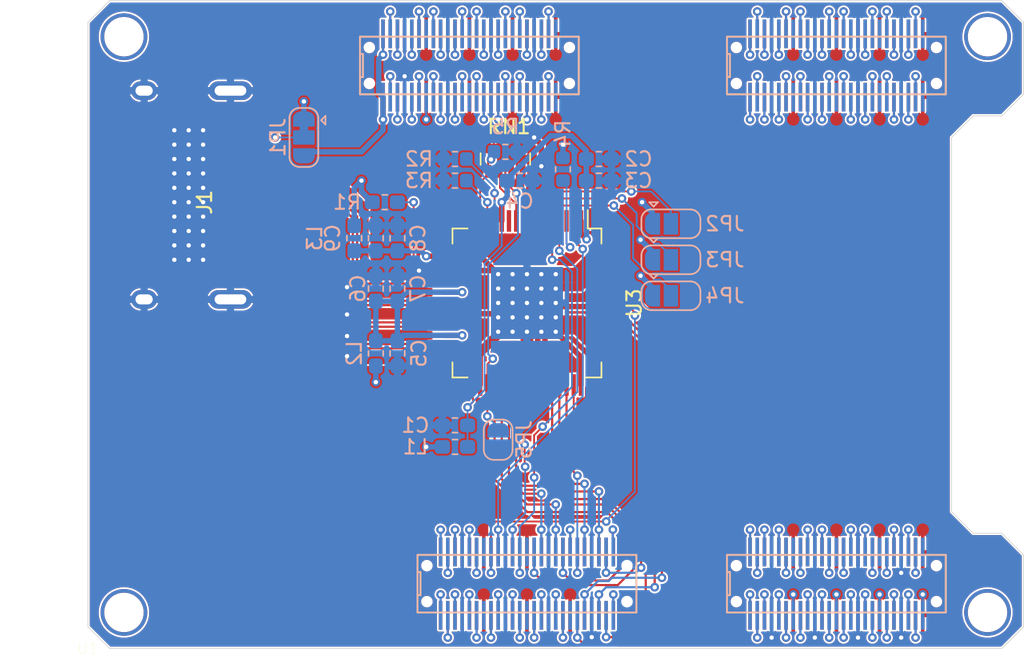
<source format=kicad_pcb>
(kicad_pcb (version 20200809) (host pcbnew "(5.99.0-2671-gfc0a358ba)")
  (layers (0 "F.Cu" signal) (31 "B.Cu" signal) (34 "B.Paste" user) (35 "F.Paste" user) (36 "B.SilkS" user) (37 "F.SilkS" user) (38 "B.Mask" user) (39 "F.Mask" user) (44 "Edge.Cuts" user))
  (net 0 "")
  (net 1 "GNDREF")
  (net 2 "Net-(C1-Pad1)")
  (net 3 "Net-(C5-Pad1)")
  (net 4 "Net-(C8-Pad1)")
  (net 5 "Net-(J1-Pad19)")
  (net 6 "Net-(J1-Pad18)")
  (net 7 "Net-(J1-Pad16)")
  (net 8 "Net-(J1-Pad15)")
  (net 9 "Net-(J1-Pad14)")
  (net 10 "/HDMI/CK-")
  (net 11 "Net-(J1-Pad13)")
  (net 12 "/HDMI/CK+")
  (net 13 "/HDMI/D0-")
  (net 14 "/HDMI/D0+")
  (net 15 "/HDMI/D1-")
  (net 16 "/HDMI/D1+")
  (net 17 "/HDMI/D2-")
  (net 18 "/HDMI/D2+")
  (net 19 "+3V3")
  (net 20 "+5V")
  (net 21 "/HDMI/DK1")
  (net 22 "/HDMI/DK2")
  (net 23 "/HDMI/DK3")
  (net 24 "Net-(JP5-Pad2)")
  (net 25 "Net-(R1-Pad2)")
  (net 26 "/HDMI/ISEL")
  (net 27 "Net-(R3-Pad1)")
  (net 28 "Net-(R4-Pad1)")
  (net 29 "Net-(R5-Pad1)")
  (net 30 "Net-(RN1-Pad6)")
  (net 31 "Net-(RN1-Pad8)")
  (net 32 "/B3")
  (net 33 "/B2")
  (net 34 "/B1")
  (net 35 "/B0")
  (net 36 "Net-(U1-PadCB_18)")
  (net 37 "Net-(U1-PadCB_17)")
  (net 38 "Net-(U1-PadCB_15)")
  (net 39 "Net-(U1-PadCB_14)")
  (net 40 "Net-(U1-PadCB_2)")
  (net 41 "Net-(U1-PadCB_3)")
  (net 42 "Net-(U1-PadCB_5)")
  (net 43 "Net-(U1-PadCB_6)")
  (net 44 "Net-(U1-PadCB_8)")
  (net 45 "Net-(U1-PadCB_9)")
  (net 46 "Net-(U1-PadCB_11)")
  (net 47 "Net-(U1-PadCB_12)")
  (net 48 "/BTN4")
  (net 49 "/BTN5")
  (net 50 "/BTN6")
  (net 51 "Net-(U1-PadCB_45)")
  (net 52 "/CLK")
  (net 53 "/DE")
  (net 54 "/VS")
  (net 55 "/HS")
  (net 56 "/G3")
  (net 57 "/G2")
  (net 58 "/G1")
  (net 59 "/G0")
  (net 60 "/R3")
  (net 61 "/R2")
  (net 62 "/R1")
  (net 63 "/R0")
  (net 64 "Net-(U1-PadDB_24)")
  (net 65 "Net-(U1-PadDB_23)")
  (net 66 "Net-(U1-PadDB_21)")
  (net 67 "Net-(U1-PadDB_20)")
  (net 68 "Net-(U1-PadDB_18)")
  (net 69 "Net-(U1-PadDB_17)")
  (net 70 "Net-(U1-PadDB_15)")
  (net 71 "Net-(U1-PadDB_14)")
  (net 72 "Net-(U1-PadDB_2)")
  (net 73 "Net-(U1-PadDB_3)")
  (net 74 "Net-(U1-PadDB_5)")
  (net 75 "Net-(U1-PadDB_6)")
  (net 76 "Net-(U1-PadDB_8)")
  (net 77 "Net-(U1-PadDB_9)")
  (net 78 "Net-(U1-PadDB_11)")
  (net 79 "Net-(U1-PadDB_12)")
  (net 80 "Net-(U1-PadDB_49)")
  (net 81 "Net-(U1-PadDB_48)")
  (net 82 "Net-(U1-PadDB_46)")
  (net 83 "Net-(U1-PadDB_45)")
  (net 84 "Net-(U1-PadDB_43)")
  (net 85 "Net-(U1-PadDB_42)")
  (net 86 "Net-(U1-PadDB_40)")
  (net 87 "Net-(U1-PadDB_39)")
  (net 88 "Net-(U1-PadDB_27)")
  (net 89 "Net-(U1-PadDB_28)")
  (net 90 "Net-(U1-PadDB_30)")
  (net 91 "Net-(U1-PadDB_31)")
  (net 92 "Net-(U1-PadDB_33)")
  (net 93 "Net-(U1-PadDB_34)")
  (net 94 "Net-(U1-PadDB_36)")
  (net 95 "Net-(U1-PadDB_37)")
  (net 96 "/LED14")
  (net 97 "/LED15")
  (net 98 "/LED16")
  (net 99 "/LED17")
  (net 100 "/LED18")
  (net 101 "/LED19")
  (net 102 "/LED20")
  (net 103 "/LED21")
  (net 104 "/C6")
  (net 105 "/C5")
  (net 106 "/C0")
  (net 107 "/C1")
  (net 108 "/AN2")
  (net 109 "/AN3")
  (net 110 "/LED23")
  (net 111 "/LED22")
  (net 112 "/DP")
  (net 113 "/C2")
  (net 114 "/C3")
  (net 115 "/C4")
  (net 116 "/AN0")
  (net 117 "/AN1")
  (net 118 "/DIP23")
  (net 119 "/DIP22")
  (net 120 "/DIP14")
  (net 121 "/DIP15")
  (net 122 "/DIP16")
  (net 123 "/DIP17")
  (net 124 "/DIP18")
  (net 125 "/DIP19")
  (net 126 "/DIP20")
  (net 127 "/DIP21")
  (net 128 "/BTN3")
  (net 129 "/BTN2")
  (net 130 "/LED0")
  (net 131 "/LED1")
  (net 132 "/LED2")
  (net 133 "/LED3")
  (net 134 "/LED4")
  (net 135 "/LED5")
  (net 136 "/LED13")
  (net 137 "/LED12")
  (net 138 "/LED11")
  (net 139 "/LED10")
  (net 140 "/LED9")
  (net 141 "/LED8")
  (net 142 "/LED7")
  (net 143 "/LED6")
  (net 144 "/DIP13")
  (net 145 "/DIP12")
  (net 146 "/DIP11")
  (net 147 "/DIP10")
  (net 148 "/DIP9")
  (net 149 "/DIP8")
  (net 150 "/DIP7")
  (net 151 "/DIP6")
  (net 152 "/BTN1")
  (net 153 "/BTN0")
  (net 154 "/DIP0")
  (net 155 "/DIP1")
  (net 156 "/DIP2")
  (net 157 "/DIP3")
  (net 158 "/DIP4")
  (net 159 "/DIP5")
  (net 160 "Net-(U3-Pad49)")
  (net 161 "Net-(U3-Pad11)")
  (net 162 "Net-(U1-PadBB_50)")
  (net 163 "Net-(U1-PadBB_1)")
  (net 164 "Net-(U1-PadCB_50)")
  (net 165 "Net-(U1-PadCB_1)")
  (net 166 "Net-(U1-PadDB_50)")
  (net 167 "Net-(U1-PadDB_1)")
  (net 168 "Net-(U1-PadCB_26)")
  (net 169 "Net-(U1-PadCB_32)")
  (net 170 "Net-(U1-PadCB_25)")
  (module "Custom_Parts:HDMI" (layer "F.Cu") (at 22.5 30 -90)
    (fp_text reference "J1" (at -4 2.4 90) (layer "F.SilkS"))
    (fp_text value "HDMI_A_1.4")
    (pad "1" smd rect (at 0 0 270) (size 0.3 3) (layers "F.Cu" "F.Paste" "F.Mask") (net 18 "/HDMI/D2+"))
    (pad "2" smd rect (at -0.5 0 270) (size 0.3 3) (layers "F.Cu" "F.Paste" "F.Mask") (net 1 "GNDREF"))
    (pad "3" smd rect (at -1 0 270) (size 0.3 3) (layers "F.Cu" "F.Paste" "F.Mask") (net 17 "/HDMI/D2-"))
    (pad "4" smd rect (at -1.5 0 270) (size 0.3 3) (layers "F.Cu" "F.Paste" "F.Mask") (net 16 "/HDMI/D1+"))
    (pad "5" smd rect (at -2 0 270) (size 0.3 3) (layers "F.Cu" "F.Paste" "F.Mask") (net 1 "GNDREF"))
    (pad "6" smd rect (at -2.5 0 270) (size 0.3 3) (layers "F.Cu" "F.Paste" "F.Mask") (net 15 "/HDMI/D1-"))
    (pad "7" smd rect (at -3 0 270) (size 0.3 3) (layers "F.Cu" "F.Paste" "F.Mask") (net 14 "/HDMI/D0+"))
    (pad "8" smd rect (at -3.5 0 270) (size 0.3 3) (layers "F.Cu" "F.Paste" "F.Mask") (net 1 "GNDREF"))
    (pad "9" smd rect (at -4 0 270) (size 0.3 3) (layers "F.Cu" "F.Paste" "F.Mask") (net 13 "/HDMI/D0-"))
    (pad "10" smd rect (at -4.5 0 270) (size 0.3 3) (layers "F.Cu" "F.Paste" "F.Mask") (net 12 "/HDMI/CK+"))
    (pad "11" smd rect (at -5 0 270) (size 0.3 3) (layers "F.Cu" "F.Paste" "F.Mask") (net 1 "GNDREF"))
    (pad "12" smd rect (at -5.5 0 270) (size 0.3 3) (layers "F.Cu" "F.Paste" "F.Mask") (net 10 "/HDMI/CK-"))
    (pad "13" smd rect (at -6 0 270) (size 0.3 3) (layers "F.Cu" "F.Paste" "F.Mask") (net 11 "Net-(J1-Pad13)"))
    (pad "14" smd rect (at -6.5 0 270) (size 0.3 3) (layers "F.Cu" "F.Paste" "F.Mask") (net 9 "Net-(J1-Pad14)"))
    (pad "15" smd rect (at -7 0 270) (size 0.3 3) (layers "F.Cu" "F.Paste" "F.Mask") (net 8 "Net-(J1-Pad15)"))
    (pad "16" smd rect (at -7.5 0 270) (size 0.3 3) (layers "F.Cu" "F.Paste" "F.Mask") (net 7 "Net-(J1-Pad16)"))
    (pad "17" smd rect (at -8 0 270) (size 0.3 3) (layers "F.Cu" "F.Paste" "F.Mask") (net 1 "GNDREF"))
    (pad "18" smd rect (at -8.5 0 270) (size 0.3 3) (layers "F.Cu" "F.Paste" "F.Mask") (net 6 "Net-(J1-Pad18)"))
    (pad "19" smd rect (at -9 0 270) (size 0.3 3) (layers "F.Cu" "F.Paste" "F.Mask") (net 5 "Net-(J1-Pad19)"))
    (pad "SH" thru_hole oval (at -11.75 6.6 270) (size 1.3 1.8) (drill oval 0.7 1.2) (layers *.Cu *.Mask) (net 1 "GNDREF"))
    (pad "SH" thru_hole oval (at 2.75 6.6 270) (size 1.3 1.8) (drill oval 0.7 1.2) (layers *.Cu *.Mask) (net 1 "GNDREF"))
    (pad "SH" thru_hole oval (at 2.75 0.6 270) (size 1.3 3) (drill oval 0.7 2.2) (layers *.Cu *.Mask) (net 1 "GNDREF"))
    (pad "SH" thru_hole oval (at -11.75 0.6 270) (size 1.3 3) (drill oval 0.7 2.2) (layers *.Cu *.Mask) (net 1 "GNDREF"))
  )
  (module "Resistor_SMD:R_Array_Concave_4x0603" (layer "F.Cu") (at 41 23 -90)
    (fp_text reference "RN1" (at -2.25 -0.25) (layer "F.SilkS"))
    (fp_text value "10K")
    (pad "1" smd rect (at -0.85 -1.2 270) (size 0.9 0.4) (layers "F.Cu" "F.Paste" "F.Mask") (net 19 "+3V3"))
    (pad "2" smd rect (at -0.85 -0.4 270) (size 0.9 0.4) (layers "F.Cu" "F.Paste" "F.Mask") (net 19 "+3V3"))
    (pad "3" smd rect (at -0.85 0.4 270) (size 0.9 0.4) (layers "F.Cu" "F.Paste" "F.Mask") (net 19 "+3V3"))
    (pad "4" smd rect (at -0.85 1.2 270) (size 0.9 0.4) (layers "F.Cu" "F.Paste" "F.Mask") (net 19 "+3V3"))
    (pad "5" smd rect (at 0.85 1.2 270) (size 0.9 0.4) (layers "F.Cu" "F.Paste" "F.Mask") (net 29 "Net-(R5-Pad1)"))
    (pad "6" smd rect (at 0.85 0.4 270) (size 0.9 0.4) (layers "F.Cu" "F.Paste" "F.Mask") (net 30 "Net-(RN1-Pad6)"))
    (pad "7" smd rect (at 0.85 -0.4 270) (size 0.9 0.4) (layers "F.Cu" "F.Paste" "F.Mask") (net 24 "Net-(JP5-Pad2)"))
    (pad "8" smd rect (at 0.85 -1.2 270) (size 0.9 0.4) (layers "F.Cu" "F.Paste" "F.Mask") (net 31 "Net-(RN1-Pad8)"))
  )
  (module "Package_QFP:HTQFP-64-1EP_10x10mm_P0.5mm_EP8x8mm_Mask4.4x4.4mm_ThermalVias" (layer "F.Cu") (at 42.5 33 -90)
    (fp_text reference "U3" (at 0 -7.45 -90) (layer "F.SilkS"))
    (fp_text value "TFP410")
    (pad "1" smd rect (at -5.7 -3.75 270) (size 1.5 0.3) (layers "F.Cu" "F.Paste" "F.Mask") (net 2 "Net-(C1-Pad1)"))
    (pad "2" smd rect (at -5.7 -3.25 270) (size 1.5 0.3) (layers "F.Cu" "F.Paste" "F.Mask") (net 53 "/DE"))
    (pad "3" smd rect (at -5.7 -2.75 270) (size 1.5 0.3) (layers "F.Cu" "F.Paste" "F.Mask") (net 28 "Net-(R4-Pad1)"))
    (pad "4" smd rect (at -5.7 -2.25 270) (size 1.5 0.3) (layers "F.Cu" "F.Paste" "F.Mask") (net 55 "/HS"))
    (pad "5" smd rect (at -5.7 -1.75 270) (size 1.5 0.3) (layers "F.Cu" "F.Paste" "F.Mask") (net 54 "/VS"))
    (pad "6" smd rect (at -5.7 -1.25 270) (size 1.5 0.3) (layers "F.Cu" "F.Paste" "F.Mask") (net 23 "/HDMI/DK3"))
    (pad "7" smd rect (at -5.7 -0.75 270) (size 1.5 0.3) (layers "F.Cu" "F.Paste" "F.Mask") (net 22 "/HDMI/DK2"))
    (pad "8" smd rect (at -5.7 -0.25 270) (size 1.5 0.3) (layers "F.Cu" "F.Paste" "F.Mask") (net 21 "/HDMI/DK1"))
    (pad "9" smd rect (at -5.7 0.25 270) (size 1.5 0.3) (layers "F.Cu" "F.Paste" "F.Mask") (net 31 "Net-(RN1-Pad8)"))
    (pad "10" smd rect (at -5.7 0.75 270) (size 1.5 0.3) (layers "F.Cu" "F.Paste" "F.Mask") (net 30 "Net-(RN1-Pad6)"))
    (pad "11" smd rect (at -5.7 1.25 270) (size 1.5 0.3) (layers "F.Cu" "F.Paste" "F.Mask") (net 161 "Net-(U3-Pad11)"))
    (pad "12" smd rect (at -5.7 1.75 270) (size 1.5 0.3) (layers "F.Cu" "F.Paste" "F.Mask") (net 2 "Net-(C1-Pad1)"))
    (pad "13" smd rect (at -5.7 2.25 270) (size 1.5 0.3) (layers "F.Cu" "F.Paste" "F.Mask") (net 26 "/HDMI/ISEL"))
    (pad "14" smd rect (at -5.7 2.75 270) (size 1.5 0.3) (layers "F.Cu" "F.Paste" "F.Mask") (net 27 "Net-(R3-Pad1)"))
    (pad "15" smd rect (at -5.7 3.25 270) (size 1.5 0.3) (layers "F.Cu" "F.Paste" "F.Mask") (net 29 "Net-(R5-Pad1)"))
    (pad "16" smd rect (at -5.7 3.75 270) (size 1.5 0.3) (layers "F.Cu" "F.Paste" "F.Mask") (net 1 "GNDREF"))
    (pad "17" smd rect (at -3.75 5.7) (size 1.5 0.3) (layers "F.Cu" "F.Paste" "F.Mask") (net 1 "GNDREF"))
    (pad "18" smd rect (at -3.25 5.7) (size 1.5 0.3) (layers "F.Cu" "F.Paste" "F.Mask") (net 4 "Net-(C8-Pad1)"))
    (pad "19" smd rect (at -2.75 5.7) (size 1.5 0.3) (layers "F.Cu" "F.Paste" "F.Mask") (net 25 "Net-(R1-Pad2)"))
    (pad "20" smd rect (at -2.25 5.7) (size 1.5 0.3) (layers "F.Cu" "F.Paste" "F.Mask") (net 1 "GNDREF"))
    (pad "21" smd rect (at -1.75 5.7) (size 1.5 0.3) (layers "F.Cu" "F.Paste" "F.Mask") (net 10 "/HDMI/CK-"))
    (pad "22" smd rect (at -1.25 5.7) (size 1.5 0.3) (layers "F.Cu" "F.Paste" "F.Mask") (net 12 "/HDMI/CK+"))
    (pad "23" smd rect (at -0.75 5.7) (size 1.5 0.3) (layers "F.Cu" "F.Paste" "F.Mask") (net 3 "Net-(C5-Pad1)"))
    (pad "24" smd rect (at -0.25 5.7) (size 1.5 0.3) (layers "F.Cu" "F.Paste" "F.Mask") (net 13 "/HDMI/D0-"))
    (pad "25" smd rect (at 0.25 5.7) (size 1.5 0.3) (layers "F.Cu" "F.Paste" "F.Mask") (net 14 "/HDMI/D0+"))
    (pad "26" smd rect (at 0.75 5.7) (size 1.5 0.3) (layers "F.Cu" "F.Paste" "F.Mask") (net 1 "GNDREF"))
    (pad "27" smd rect (at 1.25 5.7) (size 1.5 0.3) (layers "F.Cu" "F.Paste" "F.Mask") (net 15 "/HDMI/D1-"))
    (pad "28" smd rect (at 1.75 5.7) (size 1.5 0.3) (layers "F.Cu" "F.Paste" "F.Mask") (net 16 "/HDMI/D1+"))
    (pad "29" smd rect (at 2.25 5.7) (size 1.5 0.3) (layers "F.Cu" "F.Paste" "F.Mask") (net 3 "Net-(C5-Pad1)"))
    (pad "30" smd rect (at 2.75 5.7) (size 1.5 0.3) (layers "F.Cu" "F.Paste" "F.Mask") (net 17 "/HDMI/D2-"))
    (pad "31" smd rect (at 3.25 5.7) (size 1.5 0.3) (layers "F.Cu" "F.Paste" "F.Mask") (net 18 "/HDMI/D2+"))
    (pad "32" smd rect (at 3.75 5.7) (size 1.5 0.3) (layers "F.Cu" "F.Paste" "F.Mask") (net 1 "GNDREF"))
    (pad "33" smd rect (at 5.7 3.75 270) (size 1.5 0.3) (layers "F.Cu" "F.Paste" "F.Mask") (net 2 "Net-(C1-Pad1)"))
    (pad "34" smd rect (at 5.7 3.25 270) (size 1.5 0.3) (layers "F.Cu" "F.Paste" "F.Mask") (net 1 "GNDREF"))
    (pad "35" smd rect (at 5.7 2.75 270) (size 1.5 0.3) (layers "F.Cu" "F.Paste" "F.Mask") (net 24 "Net-(JP5-Pad2)"))
    (pad "36" smd rect (at 5.7 2.25 270) (size 1.5 0.3) (layers "F.Cu" "F.Paste" "F.Mask") (net 60 "/R3"))
    (pad "37" smd rect (at 5.7 1.75 270) (size 1.5 0.3) (layers "F.Cu" "F.Paste" "F.Mask") (net 61 "/R2"))
    (pad "38" smd rect (at 5.7 1.25 270) (size 1.5 0.3) (layers "F.Cu" "F.Paste" "F.Mask") (net 62 "/R1"))
    (pad "39" smd rect (at 5.7 0.75 270) (size 1.5 0.3) (layers "F.Cu" "F.Paste" "F.Mask") (net 63 "/R0"))
    (pad "40" smd rect (at 5.7 0.25 270) (size 1.5 0.3) (layers "F.Cu" "F.Paste" "F.Mask") (net 1 "GNDREF"))
    (pad "41" smd rect (at 5.7 -0.25 270) (size 1.5 0.3) (layers "F.Cu" "F.Paste" "F.Mask") (net 1 "GNDREF"))
    (pad "42" smd rect (at 5.7 -0.75 270) (size 1.5 0.3) (layers "F.Cu" "F.Paste" "F.Mask") (net 1 "GNDREF"))
    (pad "43" smd rect (at 5.7 -1.25 270) (size 1.5 0.3) (layers "F.Cu" "F.Paste" "F.Mask") (net 1 "GNDREF"))
    (pad "44" smd rect (at 5.7 -1.75 270) (size 1.5 0.3) (layers "F.Cu" "F.Paste" "F.Mask") (net 56 "/G3"))
    (pad "45" smd rect (at 5.7 -2.25 270) (size 1.5 0.3) (layers "F.Cu" "F.Paste" "F.Mask") (net 57 "/G2"))
    (pad "46" smd rect (at 5.7 -2.75 270) (size 1.5 0.3) (layers "F.Cu" "F.Paste" "F.Mask") (net 58 "/G1"))
    (pad "47" smd rect (at 5.7 -3.25 270) (size 1.5 0.3) (layers "F.Cu" "F.Paste" "F.Mask") (net 59 "/G0"))
    (pad "48" smd rect (at 5.7 -3.75 270) (size 1.5 0.3) (layers "F.Cu" "F.Paste" "F.Mask") (net 1 "GNDREF"))
    (pad "49" smd rect (at 3.75 -5.7) (size 1.5 0.3) (layers "F.Cu" "F.Paste" "F.Mask") (net 160 "Net-(U3-Pad49)"))
    (pad "50" smd rect (at 3.25 -5.7) (size 1.5 0.3) (layers "F.Cu" "F.Paste" "F.Mask") (net 1 "GNDREF"))
    (pad "51" smd rect (at 2.75 -5.7) (size 1.5 0.3) (layers "F.Cu" "F.Paste" "F.Mask") (net 1 "GNDREF"))
    (pad "52" smd rect (at 2.25 -5.7) (size 1.5 0.3) (layers "F.Cu" "F.Paste" "F.Mask") (net 1 "GNDREF"))
    (pad "53" smd rect (at 1.75 -5.7) (size 1.5 0.3) (layers "F.Cu" "F.Paste" "F.Mask") (net 1 "GNDREF"))
    (pad "54" smd rect (at 1.25 -5.7) (size 1.5 0.3) (layers "F.Cu" "F.Paste" "F.Mask") (net 32 "/B3"))
    (pad "55" smd rect (at 0.75 -5.7) (size 1.5 0.3) (layers "F.Cu" "F.Paste" "F.Mask") (net 33 "/B2"))
    (pad "56" smd rect (at 0.25 -5.7) (size 1.5 0.3) (layers "F.Cu" "F.Paste" "F.Mask") (net 1 "GNDREF"))
    (pad "57" smd rect (at -0.25 -5.7) (size 1.5 0.3) (layers "F.Cu" "F.Paste" "F.Mask") (net 52 "/CLK"))
    (pad "58" smd rect (at -0.75 -5.7) (size 1.5 0.3) (layers "F.Cu" "F.Paste" "F.Mask") (net 34 "/B1"))
    (pad "59" smd rect (at -1.25 -5.7) (size 1.5 0.3) (layers "F.Cu" "F.Paste" "F.Mask") (net 35 "/B0"))
    (pad "60" smd rect (at -1.75 -5.7) (size 1.5 0.3) (layers "F.Cu" "F.Paste" "F.Mask") (net 1 "GNDREF"))
    (pad "61" smd rect (at -2.25 -5.7) (size 1.5 0.3) (layers "F.Cu" "F.Paste" "F.Mask") (net 1 "GNDREF"))
    (pad "62" smd rect (at -2.75 -5.7) (size 1.5 0.3) (layers "F.Cu" "F.Paste" "F.Mask") (net 1 "GNDREF"))
    (pad "63" smd rect (at -3.25 -5.7) (size 1.5 0.3) (layers "F.Cu" "F.Paste" "F.Mask") (net 1 "GNDREF"))
    (pad "64" smd rect (at -3.75 -5.7) (size 1.5 0.3) (layers "F.Cu" "F.Paste" "F.Mask") (net 1 "GNDREF"))
    (pad "65" thru_hole circle (at 0 -1 270) (size 0.5 0.5) (drill 0.3) (layers *.Cu *.Mask) (net 1 "GNDREF"))
    (pad "65" thru_hole circle (at 2 1 270) (size 0.5 0.5) (drill 0.3) (layers *.Cu *.Mask) (net 1 "GNDREF"))
    (pad "65" thru_hole circle (at -1 -2 270) (size 0.5 0.5) (drill 0.3) (layers *.Cu *.Mask) (net 1 "GNDREF"))
    (pad "65" thru_hole circle (at 0 2 270) (size 0.5 0.5) (drill 0.3) (layers *.Cu *.Mask) (net 1 "GNDREF"))
    (pad "65" thru_hole circle (at -1 0 270) (size 0.5 0.5) (drill 0.3) (layers *.Cu *.Mask) (net 1 "GNDREF"))
    (pad "65" thru_hole circle (at -2 -2 270) (size 0.5 0.5) (drill 0.3) (layers *.Cu *.Mask) (net 1 "GNDREF"))
    (pad "65" smd rect (at 0 0 270) (size 5 5) (layers "B.Cu") (net 1 "GNDREF"))
    (pad "65" thru_hole circle (at -1 -1 270) (size 0.5 0.5) (drill 0.3) (layers *.Cu *.Mask) (net 1 "GNDREF"))
    (pad "65" thru_hole circle (at -2 -1 270) (size 0.5 0.5) (drill 0.3) (layers *.Cu *.Mask) (net 1 "GNDREF"))
    (pad "65" thru_hole circle (at -2 1 270) (size 0.5 0.5) (drill 0.3) (layers *.Cu *.Mask) (net 1 "GNDREF"))
    (pad "65" thru_hole circle (at 0 1 270) (size 0.5 0.5) (drill 0.3) (layers *.Cu *.Mask) (net 1 "GNDREF"))
    (pad "65" smd rect (at 0 0 270) (size 5 5) (layers "F.Cu" "F.Paste" "F.Mask") (net 1 "GNDREF"))
    (pad "65" thru_hole circle (at 1 0 270) (size 0.5 0.5) (drill 0.3) (layers *.Cu *.Mask) (net 1 "GNDREF"))
    (pad "65" thru_hole circle (at -2 0 270) (size 0.5 0.5) (drill 0.3) (layers *.Cu *.Mask) (net 1 "GNDREF"))
    (pad "65" thru_hole circle (at 1 -1 270) (size 0.5 0.5) (drill 0.3) (layers *.Cu *.Mask) (net 1 "GNDREF"))
    (pad "65" thru_hole circle (at -1 2 270) (size 0.5 0.5) (drill 0.3) (layers *.Cu *.Mask) (net 1 "GNDREF"))
    (pad "65" thru_hole circle (at -1 1 270) (size 0.5 0.5) (drill 0.3) (layers *.Cu *.Mask) (net 1 "GNDREF"))
    (pad "65" thru_hole circle (at 1 -2 270) (size 0.5 0.5) (drill 0.3) (layers *.Cu *.Mask) (net 1 "GNDREF"))
    (pad "65" thru_hole circle (at 2 -1 270) (size 0.5 0.5) (drill 0.3) (layers *.Cu *.Mask) (net 1 "GNDREF"))
    (pad "65" thru_hole circle (at 2 0 270) (size 0.5 0.5) (drill 0.3) (layers *.Cu *.Mask) (net 1 "GNDREF"))
    (pad "65" thru_hole circle (at -2 2 270) (size 0.5 0.5) (drill 0.3) (layers *.Cu *.Mask) (net 1 "GNDREF"))
    (pad "65" thru_hole circle (at 0 -2 270) (size 0.5 0.5) (drill 0.3) (layers *.Cu *.Mask) (net 1 "GNDREF"))
    (pad "65" thru_hole circle (at 1 2 270) (size 0.5 0.5) (drill 0.3) (layers *.Cu *.Mask) (net 1 "GNDREF"))
    (pad "65" thru_hole circle (at 0 0 270) (size 0.5 0.5) (drill 0.3) (layers *.Cu *.Mask) (net 1 "GNDREF"))
    (pad "65" thru_hole circle (at 1 1 270) (size 0.5 0.5) (drill 0.3) (layers *.Cu *.Mask) (net 1 "GNDREF"))
    (pad "65" thru_hole circle (at 2 -2 270) (size 0.5 0.5) (drill 0.3) (layers *.Cu *.Mask) (net 1 "GNDREF"))
    (pad "65" thru_hole circle (at 2 2 270) (size 0.5 0.5) (drill 0.3) (layers *.Cu *.Mask) (net 1 "GNDREF"))
  )
  (module "Custom_Parts:Alchitry_Top_Bottom" (layer "F.Cu") (at 12 57)
    (fp_text reference "U1" (at 0 0) (layer "F.SilkS") (effects (font (size 0.787402 0.787402) (thickness 0.015))))
    (fp_text value "boardmezzanine_new")
    (fp_circle (center 2.5 -2.5) (end 4 -2.5) (layer "F.Cu") (width 0.254))
    (fp_circle (center 2.5 -42.5) (end 4 -42.5) (layer "F.Cu") (width 0.254))
    (fp_circle (center 62.5 -2.5) (end 64 -2.5) (layer "F.Cu") (width 0.254))
    (fp_circle (center 62.5 -42.5) (end 64 -42.5) (layer "F.Cu") (width 0.254))
    (fp_circle (center 2.5 -42.5) (end 4 -42.5) (layer "B.Cu") (width 0.254))
    (fp_circle (center 2.5 -2.5) (end 4 -2.5) (layer "B.Cu") (width 0.254))
    (fp_circle (center 62.5 -42.5) (end 64 -42.5) (layer "B.Cu") (width 0.254))
    (fp_circle (center 62.5 -2.5) (end 64 -2.5) (layer "B.Cu") (width 0.254))
    (pad "AB_1" smd rect (at 20.5 -38.3) (size 0.25 2) (layers "B.Cu" "B.Paste" "B.Mask") (net 20 "+5V"))
    (pad "AB_2" smd rect (at 21 -38.3) (size 0.25 2) (layers "B.Cu" "B.Paste" "B.Mask") (net 104 "/C6"))
    (pad "AB_3" smd rect (at 21.5 -38.3) (size 0.25 2) (layers "B.Cu" "B.Paste" "B.Mask") (net 105 "/C5"))
    (pad "AB_4" smd rect (at 22 -38.3) (size 0.25 2) (layers "B.Cu" "B.Paste" "B.Mask") (net 1 "GNDREF"))
    (pad "AB_5" smd rect (at 22.5 -38.3) (size 0.25 2) (layers "B.Cu" "B.Paste" "B.Mask") (net 106 "/C0"))
    (pad "AB_6" smd rect (at 23 -38.3) (size 0.25 2) (layers "B.Cu" "B.Paste" "B.Mask") (net 107 "/C1"))
    (pad "AB_7" smd rect (at 23.5 -38.3) (size 0.25 2) (layers "B.Cu" "B.Paste" "B.Mask") (net 19 "+3V3"))
    (pad "AB_8" smd rect (at 24 -38.3) (size 0.25 2) (layers "B.Cu" "B.Paste" "B.Mask") (net 108 "/AN2"))
    (pad "AB_9" smd rect (at 24.5 -38.3) (size 0.25 2) (layers "B.Cu" "B.Paste" "B.Mask") (net 109 "/AN3"))
    (pad "AB_10" smd rect (at 25 -38.3) (size 0.25 2) (layers "B.Cu" "B.Paste" "B.Mask") (net 1 "GNDREF"))
    (pad "AB_11" smd rect (at 25.5 -38.3) (size 0.25 2) (layers "B.Cu" "B.Paste" "B.Mask") (net 110 "/LED23"))
    (pad "AB_12" smd rect (at 26 -38.3) (size 0.25 2) (layers "B.Cu" "B.Paste" "B.Mask") (net 111 "/LED22"))
    (pad "AB_13" smd rect (at 26.5 -38.3) (size 0.25 2) (layers "B.Cu" "B.Paste" "B.Mask") (net 19 "+3V3"))
    (pad "AB_14" smd rect (at 27 -38.3) (size 0.25 2) (layers "B.Cu" "B.Paste" "B.Mask") (net 103 "/LED21"))
    (pad "AB_15" smd rect (at 27.5 -38.3) (size 0.25 2) (layers "B.Cu" "B.Paste" "B.Mask") (net 102 "/LED20"))
    (pad "AB_16" smd rect (at 28 -38.3) (size 0.25 2) (layers "B.Cu" "B.Paste" "B.Mask") (net 1 "GNDREF"))
    (pad "AB_17" smd rect (at 28.5 -38.3) (size 0.25 2) (layers "B.Cu" "B.Paste" "B.Mask") (net 101 "/LED19"))
    (pad "AB_18" smd rect (at 29 -38.3) (size 0.25 2) (layers "B.Cu" "B.Paste" "B.Mask") (net 100 "/LED18"))
    (pad "AB_19" smd rect (at 29.5 -38.3) (size 0.25 2) (layers "B.Cu" "B.Paste" "B.Mask") (net 19 "+3V3"))
    (pad "AB_20" smd rect (at 30 -38.3) (size 0.25 2) (layers "B.Cu" "B.Paste" "B.Mask") (net 99 "/LED17"))
    (pad "AB_21" smd rect (at 30.5 -38.3) (size 0.25 2) (layers "B.Cu" "B.Paste" "B.Mask") (net 98 "/LED16"))
    (pad "AB_22" smd rect (at 31 -38.3) (size 0.25 2) (layers "B.Cu" "B.Paste" "B.Mask") (net 1 "GNDREF"))
    (pad "AB_23" smd rect (at 31.5 -38.3) (size 0.25 2) (layers "B.Cu" "B.Paste" "B.Mask") (net 97 "/LED15"))
    (pad "AB_24" smd rect (at 32 -38.3) (size 0.25 2) (layers "B.Cu" "B.Paste" "B.Mask") (net 96 "/LED14"))
    (pad "AB_25" smd rect (at 32.5 -38.3) (size 0.25 2) (layers "B.Cu" "B.Paste" "B.Mask") (net 19 "+3V3"))
    (pad "AB_26" smd rect (at 32.5 -42.7) (size 0.25 2) (layers "B.Cu" "B.Paste" "B.Mask") (net 19 "+3V3"))
    (pad "AB_27" smd rect (at 32 -42.7) (size 0.25 2) (layers "B.Cu" "B.Paste" "B.Mask") (net 120 "/DIP14"))
    (pad "AB_28" smd rect (at 31.5 -42.7) (size 0.25 2) (layers "B.Cu" "B.Paste" "B.Mask") (net 121 "/DIP15"))
    (pad "AB_29" smd rect (at 31 -42.7) (size 0.25 2) (layers "B.Cu" "B.Paste" "B.Mask") (net 1 "GNDREF"))
    (pad "AB_30" smd rect (at 30.5 -42.7) (size 0.25 2) (layers "B.Cu" "B.Paste" "B.Mask") (net 122 "/DIP16"))
    (pad "AB_31" smd rect (at 30 -42.7) (size 0.25 2) (layers "B.Cu" "B.Paste" "B.Mask") (net 123 "/DIP17"))
    (pad "AB_32" smd rect (at 29.5 -42.7) (size 0.25 2) (layers "B.Cu" "B.Paste" "B.Mask") (net 19 "+3V3"))
    (pad "AB_33" smd rect (at 29 -42.7) (size 0.25 2) (layers "B.Cu" "B.Paste" "B.Mask") (net 124 "/DIP18"))
    (pad "AB_34" smd rect (at 28.5 -42.7) (size 0.25 2) (layers "B.Cu" "B.Paste" "B.Mask") (net 125 "/DIP19"))
    (pad "AB_35" smd rect (at 28 -42.7) (size 0.25 2) (layers "B.Cu" "B.Paste" "B.Mask") (net 1 "GNDREF"))
    (pad "AB_36" smd rect (at 27.5 -42.7) (size 0.25 2) (layers "B.Cu" "B.Paste" "B.Mask") (net 126 "/DIP20"))
    (pad "AB_37" smd rect (at 27 -42.7) (size 0.25 2) (layers "B.Cu" "B.Paste" "B.Mask") (net 127 "/DIP21"))
    (pad "AB_38" smd rect (at 26.5 -42.7) (size 0.25 2) (layers "B.Cu" "B.Paste" "B.Mask") (net 19 "+3V3"))
    (pad "AB_39" smd rect (at 26 -42.7) (size 0.25 2) (layers "B.Cu" "B.Paste" "B.Mask") (net 119 "/DIP22"))
    (pad "AB_40" smd rect (at 25.5 -42.7) (size 0.25 2) (layers "B.Cu" "B.Paste" "B.Mask") (net 118 "/DIP23"))
    (pad "AB_41" smd rect (at 25 -42.7) (size 0.25 2) (layers "B.Cu" "B.Paste" "B.Mask") (net 1 "GNDREF"))
    (pad "AB_42" smd rect (at 24.5 -42.7) (size 0.25 2) (layers "B.Cu" "B.Paste" "B.Mask") (net 117 "/AN1"))
    (pad "AB_43" smd rect (at 24 -42.7) (size 0.25 2) (layers "B.Cu" "B.Paste" "B.Mask") (net 116 "/AN0"))
    (pad "AB_44" smd rect (at 23.5 -42.7) (size 0.25 2) (layers "B.Cu" "B.Paste" "B.Mask") (net 19 "+3V3"))
    (pad "AB_45" smd rect (at 23 -42.7) (size 0.25 2) (layers "B.Cu" "B.Paste" "B.Mask") (net 115 "/C4"))
    (pad "AB_46" smd rect (at 22.5 -42.7) (size 0.25 2) (layers "B.Cu" "B.Paste" "B.Mask") (net 114 "/C3"))
    (pad "AB_47" smd rect (at 22 -42.7) (size 0.25 2) (layers "B.Cu" "B.Paste" "B.Mask") (net 1 "GNDREF"))
    (pad "AB_48" smd rect (at 21.5 -42.7) (size 0.25 2) (layers "B.Cu" "B.Paste" "B.Mask") (net 113 "/C2"))
    (pad "AB_49" smd rect (at 21 -42.7) (size 0.25 2) (layers "B.Cu" "B.Paste" "B.Mask") (net 112 "/DP"))
    (pad "AB_50" smd rect (at 20.5 -42.7) (size 0.25 2) (layers "B.Cu" "B.Paste" "B.Mask") (net 20 "+5V"))
    (pad "AT_1" smd rect (at 20.5 -38.3) (size 0.25 2) (layers "F.Cu" "F.Paste" "F.Mask") (net 20 "+5V"))
    (pad "AT_2" smd rect (at 21 -38.3) (size 0.25 2) (layers "F.Cu" "F.Paste" "F.Mask") (net 104 "/C6"))
    (pad "AT_3" smd rect (at 21.5 -38.3) (size 0.25 2) (layers "F.Cu" "F.Paste" "F.Mask") (net 105 "/C5"))
    (pad "AT_4" smd rect (at 22 -38.3) (size 0.25 2) (layers "F.Cu" "F.Paste" "F.Mask") (net 1 "GNDREF"))
    (pad "AT_5" smd rect (at 22.5 -38.3) (size 0.25 2) (layers "F.Cu" "F.Paste" "F.Mask") (net 106 "/C0"))
    (pad "AT_6" smd rect (at 23 -38.3) (size 0.25 2) (layers "F.Cu" "F.Paste" "F.Mask") (net 107 "/C1"))
    (pad "AT_7" smd rect (at 23.5 -38.3) (size 0.25 2) (layers "F.Cu" "F.Paste" "F.Mask") (net 19 "+3V3"))
    (pad "AT_8" smd rect (at 24 -38.3) (size 0.25 2) (layers "F.Cu" "F.Paste" "F.Mask") (net 108 "/AN2"))
    (pad "AT_9" smd rect (at 24.5 -38.3) (size 0.25 2) (layers "F.Cu" "F.Paste" "F.Mask") (net 109 "/AN3"))
    (pad "AT_10" smd rect (at 25 -38.3) (size 0.25 2) (layers "F.Cu" "F.Paste" "F.Mask") (net 1 "GNDREF"))
    (pad "AT_11" smd rect (at 25.5 -38.3) (size 0.25 2) (layers "F.Cu" "F.Paste" "F.Mask") (net 110 "/LED23"))
    (pad "AT_12" smd rect (at 26 -38.3) (size 0.25 2) (layers "F.Cu" "F.Paste" "F.Mask") (net 111 "/LED22"))
    (pad "AT_13" smd rect (at 26.5 -38.3) (size 0.25 2) (layers "F.Cu" "F.Paste" "F.Mask") (net 19 "+3V3"))
    (pad "AT_14" smd rect (at 27 -38.3) (size 0.25 2) (layers "F.Cu" "F.Paste" "F.Mask") (net 103 "/LED21"))
    (pad "AT_15" smd rect (at 27.5 -38.3) (size 0.25 2) (layers "F.Cu" "F.Paste" "F.Mask") (net 102 "/LED20"))
    (pad "AT_16" smd rect (at 28 -38.3) (size 0.25 2) (layers "F.Cu" "F.Paste" "F.Mask") (net 1 "GNDREF"))
    (pad "AT_17" smd rect (at 28.5 -38.3) (size 0.25 2) (layers "F.Cu" "F.Paste" "F.Mask") (net 101 "/LED19"))
    (pad "AT_18" smd rect (at 29 -38.3) (size 0.25 2) (layers "F.Cu" "F.Paste" "F.Mask") (net 100 "/LED18"))
    (pad "AT_19" smd rect (at 29.5 -38.3) (size 0.25 2) (layers "F.Cu" "F.Paste" "F.Mask") (net 19 "+3V3"))
    (pad "AT_20" smd rect (at 30 -38.3) (size 0.25 2) (layers "F.Cu" "F.Paste" "F.Mask") (net 99 "/LED17"))
    (pad "AT_21" smd rect (at 30.5 -38.3) (size 0.25 2) (layers "F.Cu" "F.Paste" "F.Mask") (net 98 "/LED16"))
    (pad "AT_22" smd rect (at 31 -38.3) (size 0.25 2) (layers "F.Cu" "F.Paste" "F.Mask") (net 1 "GNDREF"))
    (pad "AT_23" smd rect (at 31.5 -38.3) (size 0.25 2) (layers "F.Cu" "F.Paste" "F.Mask") (net 97 "/LED15"))
    (pad "AT_24" smd rect (at 32 -38.3) (size 0.25 2) (layers "F.Cu" "F.Paste" "F.Mask") (net 96 "/LED14"))
    (pad "AT_25" smd rect (at 32.5 -38.3) (size 0.25 2) (layers "F.Cu" "F.Paste" "F.Mask") (net 19 "+3V3"))
    (pad "AT_26" smd rect (at 32.5 -42.7) (size 0.25 2) (layers "F.Cu" "F.Paste" "F.Mask") (net 19 "+3V3"))
    (pad "AT_27" smd rect (at 32 -42.7) (size 0.25 2) (layers "F.Cu" "F.Paste" "F.Mask") (net 120 "/DIP14"))
    (pad "AT_28" smd rect (at 31.5 -42.7) (size 0.25 2) (layers "F.Cu" "F.Paste" "F.Mask") (net 121 "/DIP15"))
    (pad "AT_29" smd rect (at 31 -42.7) (size 0.25 2) (layers "F.Cu" "F.Paste" "F.Mask") (net 1 "GNDREF"))
    (pad "AT_30" smd rect (at 30.5 -42.7) (size 0.25 2) (layers "F.Cu" "F.Paste" "F.Mask") (net 122 "/DIP16"))
    (pad "AT_31" smd rect (at 30 -42.7) (size 0.25 2) (layers "F.Cu" "F.Paste" "F.Mask") (net 123 "/DIP17"))
    (pad "AT_32" smd rect (at 29.5 -42.7) (size 0.25 2) (layers "F.Cu" "F.Paste" "F.Mask") (net 19 "+3V3"))
    (pad "AT_33" smd rect (at 29 -42.7) (size 0.25 2) (layers "F.Cu" "F.Paste" "F.Mask") (net 124 "/DIP18"))
    (pad "AT_34" smd rect (at 28.5 -42.7) (size 0.25 2) (layers "F.Cu" "F.Paste" "F.Mask") (net 125 "/DIP19"))
    (pad "AT_35" smd rect (at 28 -42.7) (size 0.25 2) (layers "F.Cu" "F.Paste" "F.Mask") (net 1 "GNDREF"))
    (pad "AT_36" smd rect (at 27.5 -42.7) (size 0.25 2) (layers "F.Cu" "F.Paste" "F.Mask") (net 126 "/DIP20"))
    (pad "AT_37" smd rect (at 27 -42.7) (size 0.25 2) (layers "F.Cu" "F.Paste" "F.Mask") (net 127 "/DIP21"))
    (pad "AT_38" smd rect (at 26.5 -42.7) (size 0.25 2) (layers "F.Cu" "F.Paste" "F.Mask") (net 19 "+3V3"))
    (pad "AT_39" smd rect (at 26 -42.7) (size 0.25 2) (layers "F.Cu" "F.Paste" "F.Mask") (net 119 "/DIP22"))
    (pad "AT_40" smd rect (at 25.5 -42.7) (size 0.25 2) (layers "F.Cu" "F.Paste" "F.Mask") (net 118 "/DIP23"))
    (pad "AT_41" smd rect (at 25 -42.7) (size 0.25 2) (layers "F.Cu" "F.Paste" "F.Mask") (net 1 "GNDREF"))
    (pad "AT_42" smd rect (at 24.5 -42.7) (size 0.25 2) (layers "F.Cu" "F.Paste" "F.Mask") (net 117 "/AN1"))
    (pad "AT_43" smd rect (at 24 -42.7) (size 0.25 2) (layers "F.Cu" "F.Paste" "F.Mask") (net 116 "/AN0"))
    (pad "AT_44" smd rect (at 23.5 -42.7) (size 0.25 2) (layers "F.Cu" "F.Paste" "F.Mask") (net 19 "+3V3"))
    (pad "AT_45" smd rect (at 23 -42.7) (size 0.25 2) (layers "F.Cu" "F.Paste" "F.Mask") (net 115 "/C4"))
    (pad "AT_46" smd rect (at 22.5 -42.7) (size 0.25 2) (layers "F.Cu" "F.Paste" "F.Mask") (net 114 "/C3"))
    (pad "AT_47" smd rect (at 22 -42.7) (size 0.25 2) (layers "F.Cu" "F.Paste" "F.Mask") (net 1 "GNDREF"))
    (pad "AT_48" smd rect (at 21.5 -42.7) (size 0.25 2) (layers "F.Cu" "F.Paste" "F.Mask") (net 113 "/C2"))
    (pad "AT_49" smd rect (at 21 -42.7) (size 0.25 2) (layers "F.Cu" "F.Paste" "F.Mask") (net 112 "/DP"))
    (pad "AT_50" smd rect (at 20.5 -42.7) (size 0.25 2) (layers "F.Cu" "F.Paste" "F.Mask") (net 20 "+5V"))
    (pad "BB_1" smd rect (at 46 -38.3) (size 0.25 2) (layers "B.Cu" "B.Paste" "B.Mask") (net 163 "Net-(U1-PadBB_1)"))
    (pad "BB_2" smd rect (at 46.5 -38.3) (size 0.25 2) (layers "B.Cu" "B.Paste" "B.Mask") (net 136 "/LED13"))
    (pad "BB_3" smd rect (at 47 -38.3) (size 0.25 2) (layers "B.Cu" "B.Paste" "B.Mask") (net 137 "/LED12"))
    (pad "BB_4" smd rect (at 47.5 -38.3) (size 0.25 2) (layers "B.Cu" "B.Paste" "B.Mask") (net 1 "GNDREF"))
    (pad "BB_5" smd rect (at 48 -38.3) (size 0.25 2) (layers "B.Cu" "B.Paste" "B.Mask") (net 138 "/LED11"))
    (pad "BB_6" smd rect (at 48.5 -38.3) (size 0.25 2) (layers "B.Cu" "B.Paste" "B.Mask") (net 139 "/LED10"))
    (pad "BB_7" smd rect (at 49 -38.3) (size 0.25 2) (layers "B.Cu" "B.Paste" "B.Mask") (net 19 "+3V3"))
    (pad "BB_8" smd rect (at 49.5 -38.3) (size 0.25 2) (layers "B.Cu" "B.Paste" "B.Mask") (net 140 "/LED9"))
    (pad "BB_9" smd rect (at 50 -38.3) (size 0.25 2) (layers "B.Cu" "B.Paste" "B.Mask") (net 141 "/LED8"))
    (pad "BB_10" smd rect (at 50.5 -38.3) (size 0.25 2) (layers "B.Cu" "B.Paste" "B.Mask") (net 1 "GNDREF"))
    (pad "BB_11" smd rect (at 51 -38.3) (size 0.25 2) (layers "B.Cu" "B.Paste" "B.Mask") (net 142 "/LED7"))
    (pad "BB_12" smd rect (at 51.5 -38.3) (size 0.25 2) (layers "B.Cu" "B.Paste" "B.Mask") (net 143 "/LED6"))
    (pad "BB_13" smd rect (at 52 -38.3) (size 0.25 2) (layers "B.Cu" "B.Paste" "B.Mask") (net 19 "+3V3"))
    (pad "BB_14" smd rect (at 52.5 -38.3) (size 0.25 2) (layers "B.Cu" "B.Paste" "B.Mask") (net 135 "/LED5"))
    (pad "BB_15" smd rect (at 53 -38.3) (size 0.25 2) (layers "B.Cu" "B.Paste" "B.Mask") (net 134 "/LED4"))
    (pad "BB_16" smd rect (at 53.5 -38.3) (size 0.25 2) (layers "B.Cu" "B.Paste" "B.Mask") (net 1 "GNDREF"))
    (pad "BB_17" smd rect (at 54 -38.3) (size 0.25 2) (layers "B.Cu" "B.Paste" "B.Mask") (net 133 "/LED3"))
    (pad "BB_18" smd rect (at 54.5 -38.3) (size 0.25 2) (layers "B.Cu" "B.Paste" "B.Mask") (net 132 "/LED2"))
    (pad "BB_19" smd rect (at 55 -38.3) (size 0.25 2) (layers "B.Cu" "B.Paste" "B.Mask") (net 19 "+3V3"))
    (pad "BB_20" smd rect (at 55.5 -38.3) (size 0.25 2) (layers "B.Cu" "B.Paste" "B.Mask") (net 131 "/LED1"))
    (pad "BB_21" smd rect (at 56 -38.3) (size 0.25 2) (layers "B.Cu" "B.Paste" "B.Mask") (net 130 "/LED0"))
    (pad "BB_22" smd rect (at 56.5 -38.3) (size 0.25 2) (layers "B.Cu" "B.Paste" "B.Mask") (net 1 "GNDREF"))
    (pad "BB_23" smd rect (at 57 -38.3) (size 0.25 2) (layers "B.Cu" "B.Paste" "B.Mask") (net 129 "/BTN2"))
    (pad "BB_24" smd rect (at 57.5 -38.3) (size 0.25 2) (layers "B.Cu" "B.Paste" "B.Mask") (net 128 "/BTN3"))
    (pad "BB_25" smd rect (at 58 -38.3) (size 0.25 2) (layers "B.Cu" "B.Paste" "B.Mask") (net 19 "+3V3"))
    (pad "BB_26" smd rect (at 58 -42.7) (size 0.25 2) (layers "B.Cu" "B.Paste" "B.Mask") (net 19 "+3V3"))
    (pad "BB_27" smd rect (at 57.5 -42.7) (size 0.25 2) (layers "B.Cu" "B.Paste" "B.Mask") (net 152 "/BTN1"))
    (pad "BB_28" smd rect (at 57 -42.7) (size 0.25 2) (layers "B.Cu" "B.Paste" "B.Mask") (net 153 "/BTN0"))
    (pad "BB_29" smd rect (at 56.5 -42.7) (size 0.25 2) (layers "B.Cu" "B.Paste" "B.Mask") (net 1 "GNDREF"))
    (pad "BB_30" smd rect (at 56 -42.7) (size 0.25 2) (layers "B.Cu" "B.Paste" "B.Mask") (net 154 "/DIP0"))
    (pad "BB_31" smd rect (at 55.5 -42.7) (size 0.25 2) (layers "B.Cu" "B.Paste" "B.Mask") (net 155 "/DIP1"))
    (pad "BB_32" smd rect (at 55 -42.7) (size 0.25 2) (layers "B.Cu" "B.Paste" "B.Mask") (net 19 "+3V3"))
    (pad "BB_33" smd rect (at 54.5 -42.7) (size 0.25 2) (layers "B.Cu" "B.Paste" "B.Mask") (net 156 "/DIP2"))
    (pad "BB_34" smd rect (at 54 -42.7) (size 0.25 2) (layers "B.Cu" "B.Paste" "B.Mask") (net 157 "/DIP3"))
    (pad "BB_35" smd rect (at 53.5 -42.7) (size 0.25 2) (layers "B.Cu" "B.Paste" "B.Mask") (net 1 "GNDREF"))
    (pad "BB_36" smd rect (at 53 -42.7) (size 0.25 2) (layers "B.Cu" "B.Paste" "B.Mask") (net 158 "/DIP4"))
    (pad "BB_37" smd rect (at 52.5 -42.7) (size 0.25 2) (layers "B.Cu" "B.Paste" "B.Mask") (net 159 "/DIP5"))
    (pad "BB_38" smd rect (at 52 -42.7) (size 0.25 2) (layers "B.Cu" "B.Paste" "B.Mask") (net 19 "+3V3"))
    (pad "BB_39" smd rect (at 51.5 -42.7) (size 0.25 2) (layers "B.Cu" "B.Paste" "B.Mask") (net 151 "/DIP6"))
    (pad "BB_40" smd rect (at 51 -42.7) (size 0.25 2) (layers "B.Cu" "B.Paste" "B.Mask") (net 150 "/DIP7"))
    (pad "BB_41" smd rect (at 50.5 -42.7) (size 0.25 2) (layers "B.Cu" "B.Paste" "B.Mask") (net 1 "GNDREF"))
    (pad "BB_42" smd rect (at 50 -42.7) (size 0.25 2) (layers "B.Cu" "B.Paste" "B.Mask") (net 149 "/DIP8"))
    (pad "BB_43" smd rect (at 49.5 -42.7) (size 0.25 2) (layers "B.Cu" "B.Paste" "B.Mask") (net 148 "/DIP9"))
    (pad "BB_44" smd rect (at 49 -42.7) (size 0.25 2) (layers "B.Cu" "B.Paste" "B.Mask") (net 19 "+3V3"))
    (pad "BB_45" smd rect (at 48.5 -42.7) (size 0.25 2) (layers "B.Cu" "B.Paste" "B.Mask") (net 147 "/DIP10"))
    (pad "BB_46" smd rect (at 48 -42.7) (size 0.25 2) (layers "B.Cu" "B.Paste" "B.Mask") (net 146 "/DIP11"))
    (pad "BB_47" smd rect (at 47.5 -42.7) (size 0.25 2) (layers "B.Cu" "B.Paste" "B.Mask") (net 1 "GNDREF"))
    (pad "BB_48" smd rect (at 47 -42.7) (size 0.25 2) (layers "B.Cu" "B.Paste" "B.Mask") (net 145 "/DIP12"))
    (pad "BB_49" smd rect (at 46.5 -42.7) (size 0.25 2) (layers "B.Cu" "B.Paste" "B.Mask") (net 144 "/DIP13"))
    (pad "BB_50" smd rect (at 46 -42.7) (size 0.25 2) (layers "B.Cu" "B.Paste" "B.Mask") (net 162 "Net-(U1-PadBB_50)"))
    (pad "BT_1" smd rect (at 46 -38.3) (size 0.25 2) (layers "F.Cu" "F.Paste" "F.Mask") (net 163 "Net-(U1-PadBB_1)"))
    (pad "BT_2" smd rect (at 46.5 -38.3) (size 0.25 2) (layers "F.Cu" "F.Paste" "F.Mask") (net 136 "/LED13"))
    (pad "BT_3" smd rect (at 47 -38.3) (size 0.25 2) (layers "F.Cu" "F.Paste" "F.Mask") (net 137 "/LED12"))
    (pad "BT_4" smd rect (at 47.5 -38.3) (size 0.25 2) (layers "F.Cu" "F.Paste" "F.Mask") (net 1 "GNDREF"))
    (pad "BT_5" smd rect (at 48 -38.3) (size 0.25 2) (layers "F.Cu" "F.Paste" "F.Mask") (net 138 "/LED11"))
    (pad "BT_6" smd rect (at 48.5 -38.3) (size 0.25 2) (layers "F.Cu" "F.Paste" "F.Mask") (net 139 "/LED10"))
    (pad "BT_7" smd rect (at 49 -38.3) (size 0.25 2) (layers "F.Cu" "F.Paste" "F.Mask") (net 19 "+3V3"))
    (pad "BT_8" smd rect (at 49.5 -38.3) (size 0.25 2) (layers "F.Cu" "F.Paste" "F.Mask") (net 140 "/LED9"))
    (pad "BT_9" smd rect (at 50 -38.3) (size 0.25 2) (layers "F.Cu" "F.Paste" "F.Mask") (net 141 "/LED8"))
    (pad "BT_10" smd rect (at 50.5 -38.3) (size 0.25 2) (layers "F.Cu" "F.Paste" "F.Mask") (net 1 "GNDREF"))
    (pad "BT_11" smd rect (at 51 -38.3) (size 0.25 2) (layers "F.Cu" "F.Paste" "F.Mask") (net 142 "/LED7"))
    (pad "BT_12" smd rect (at 51.5 -38.3) (size 0.25 2) (layers "F.Cu" "F.Paste" "F.Mask") (net 143 "/LED6"))
    (pad "BT_13" smd rect (at 52 -38.3) (size 0.25 2) (layers "F.Cu" "F.Paste" "F.Mask") (net 19 "+3V3"))
    (pad "BT_14" smd rect (at 52.5 -38.3) (size 0.25 2) (layers "F.Cu" "F.Paste" "F.Mask") (net 135 "/LED5"))
    (pad "BT_15" smd rect (at 53 -38.3) (size 0.25 2) (layers "F.Cu" "F.Paste" "F.Mask") (net 134 "/LED4"))
    (pad "BT_16" smd rect (at 53.5 -38.3) (size 0.25 2) (layers "F.Cu" "F.Paste" "F.Mask") (net 1 "GNDREF"))
    (pad "BT_17" smd rect (at 54 -38.3) (size 0.25 2) (layers "F.Cu" "F.Paste" "F.Mask") (net 133 "/LED3"))
    (pad "BT_18" smd rect (at 54.5 -38.3) (size 0.25 2) (layers "F.Cu" "F.Paste" "F.Mask") (net 132 "/LED2"))
    (pad "BT_19" smd rect (at 55 -38.3) (size 0.25 2) (layers "F.Cu" "F.Paste" "F.Mask") (net 19 "+3V3"))
    (pad "BT_20" smd rect (at 55.5 -38.3) (size 0.25 2) (layers "F.Cu" "F.Paste" "F.Mask") (net 131 "/LED1"))
    (pad "BT_21" smd rect (at 56 -38.3) (size 0.25 2) (layers "F.Cu" "F.Paste" "F.Mask") (net 130 "/LED0"))
    (pad "BT_22" smd rect (at 56.5 -38.3) (size 0.25 2) (layers "F.Cu" "F.Paste" "F.Mask") (net 1 "GNDREF"))
    (pad "BT_23" smd rect (at 57 -38.3) (size 0.25 2) (layers "F.Cu" "F.Paste" "F.Mask") (net 129 "/BTN2"))
    (pad "BT_24" smd rect (at 57.5 -38.3) (size 0.25 2) (layers "F.Cu" "F.Paste" "F.Mask") (net 128 "/BTN3"))
    (pad "BT_25" smd rect (at 58 -38.3) (size 0.25 2) (layers "F.Cu" "F.Paste" "F.Mask") (net 19 "+3V3"))
    (pad "BT_26" smd rect (at 58 -42.7) (size 0.25 2) (layers "F.Cu" "F.Paste" "F.Mask") (net 19 "+3V3"))
    (pad "BT_27" smd rect (at 57.5 -42.7) (size 0.25 2) (layers "F.Cu" "F.Paste" "F.Mask") (net 152 "/BTN1"))
    (pad "BT_28" smd rect (at 57 -42.7) (size 0.25 2) (layers "F.Cu" "F.Paste" "F.Mask") (net 153 "/BTN0"))
    (pad "BT_29" smd rect (at 56.5 -42.7) (size 0.25 2) (layers "F.Cu" "F.Paste" "F.Mask") (net 1 "GNDREF"))
    (pad "BT_30" smd rect (at 56 -42.7) (size 0.25 2) (layers "F.Cu" "F.Paste" "F.Mask") (net 154 "/DIP0"))
    (pad "BT_31" smd rect (at 55.5 -42.7) (size 0.25 2) (layers "F.Cu" "F.Paste" "F.Mask") (net 155 "/DIP1"))
    (pad "BT_32" smd rect (at 55 -42.7) (size 0.25 2) (layers "F.Cu" "F.Paste" "F.Mask") (net 19 "+3V3"))
    (pad "BT_33" smd rect (at 54.5 -42.7) (size 0.25 2) (layers "F.Cu" "F.Paste" "F.Mask") (net 156 "/DIP2"))
    (pad "BT_34" smd rect (at 54 -42.7) (size 0.25 2) (layers "F.Cu" "F.Paste" "F.Mask") (net 157 "/DIP3"))
    (pad "BT_35" smd rect (at 53.5 -42.7) (size 0.25 2) (layers "F.Cu" "F.Paste" "F.Mask") (net 1 "GNDREF"))
    (pad "BT_36" smd rect (at 53 -42.7) (size 0.25 2) (layers "F.Cu" "F.Paste" "F.Mask") (net 158 "/DIP4"))
    (pad "BT_37" smd rect (at 52.5 -42.7) (size 0.25 2) (layers "F.Cu" "F.Paste" "F.Mask") (net 159 "/DIP5"))
    (pad "BT_38" smd rect (at 52 -42.7) (size 0.25 2) (layers "F.Cu" "F.Paste" "F.Mask") (net 19 "+3V3"))
    (pad "BT_39" smd rect (at 51.5 -42.7) (size 0.25 2) (layers "F.Cu" "F.Paste" "F.Mask") (net 151 "/DIP6"))
    (pad "BT_40" smd rect (at 51 -42.7) (size 0.25 2) (layers "F.Cu" "F.Paste" "F.Mask") (net 150 "/DIP7"))
    (pad "BT_41" smd rect (at 50.5 -42.7) (size 0.25 2) (layers "F.Cu" "F.Paste" "F.Mask") (net 1 "GNDREF"))
    (pad "BT_42" smd rect (at 50 -42.7) (size 0.25 2) (layers "F.Cu" "F.Paste" "F.Mask") (net 149 "/DIP8"))
    (pad "BT_43" smd rect (at 49.5 -42.7) (size 0.25 2) (layers "F.Cu" "F.Paste" "F.Mask") (net 148 "/DIP9"))
    (pad "BT_44" smd rect (at 49 -42.7) (size 0.25 2) (layers "F.Cu" "F.Paste" "F.Mask") (net 19 "+3V3"))
    (pad "BT_45" smd rect (at 48.5 -42.7) (size 0.25 2) (layers "F.Cu" "F.Paste" "F.Mask") (net 147 "/DIP10"))
    (pad "BT_46" smd rect (at 48 -42.7) (size 0.25 2) (layers "F.Cu" "F.Paste" "F.Mask") (net 146 "/DIP11"))
    (pad "BT_47" smd rect (at 47.5 -42.7) (size 0.25 2) (layers "F.Cu" "F.Paste" "F.Mask") (net 1 "GNDREF"))
    (pad "BT_48" smd rect (at 47 -42.7) (size 0.25 2) (layers "F.Cu" "F.Paste" "F.Mask") (net 145 "/DIP12"))
    (pad "BT_49" smd rect (at 46.5 -42.7) (size 0.25 2) (layers "F.Cu" "F.Paste" "F.Mask") (net 144 "/DIP13"))
    (pad "BT_50" smd rect (at 46 -42.7) (size 0.25 2) (layers "F.Cu" "F.Paste" "F.Mask") (net 162 "Net-(U1-PadBB_50)"))
    (pad "CB_1" smd rect (at 24.5 -2.3) (size 0.25 2) (layers "B.Cu" "B.Paste" "B.Mask") (net 165 "Net-(U1-PadCB_1)"))
    (pad "CB_2" smd rect (at 25 -2.3) (size 0.25 2) (layers "B.Cu" "B.Paste" "B.Mask") (net 40 "Net-(U1-PadCB_2)"))
    (pad "CB_3" smd rect (at 25.5 -2.3) (size 0.25 2) (layers "B.Cu" "B.Paste" "B.Mask") (net 41 "Net-(U1-PadCB_3)"))
    (pad "CB_4" smd rect (at 26 -2.3) (size 0.25 2) (layers "B.Cu" "B.Paste" "B.Mask") (net 1 "GNDREF"))
    (pad "CB_5" smd rect (at 26.5 -2.3) (size 0.25 2) (layers "B.Cu" "B.Paste" "B.Mask") (net 42 "Net-(U1-PadCB_5)"))
    (pad "CB_6" smd rect (at 27 -2.3) (size 0.25 2) (layers "B.Cu" "B.Paste" "B.Mask") (net 43 "Net-(U1-PadCB_6)"))
    (pad "CB_7" smd rect (at 27.5 -2.3) (size 0.25 2) (layers "B.Cu" "B.Paste" "B.Mask") (net 19 "+3V3"))
    (pad "CB_8" smd rect (at 28 -2.3) (size 0.25 2) (layers "B.Cu" "B.Paste" "B.Mask") (net 44 "Net-(U1-PadCB_8)"))
    (pad "CB_9" smd rect (at 28.5 -2.3) (size 0.25 2) (layers "B.Cu" "B.Paste" "B.Mask") (net 45 "Net-(U1-PadCB_9)"))
    (pad "CB_10" smd rect (at 29 -2.3) (size 0.25 2) (layers "B.Cu" "B.Paste" "B.Mask") (net 1 "GNDREF"))
    (pad "CB_11" smd rect (at 29.5 -2.3) (size 0.25 2) (layers "B.Cu" "B.Paste" "B.Mask") (net 46 "Net-(U1-PadCB_11)"))
    (pad "CB_12" smd rect (at 30 -2.3) (size 0.25 2) (layers "B.Cu" "B.Paste" "B.Mask") (net 47 "Net-(U1-PadCB_12)"))
    (pad "CB_13" smd rect (at 30.5 -2.3) (size 0.25 2) (layers "B.Cu" "B.Paste" "B.Mask") (net 19 "+3V3"))
    (pad "CB_14" smd rect (at 31 -2.3) (size 0.25 2) (layers "B.Cu" "B.Paste" "B.Mask") (net 39 "Net-(U1-PadCB_14)"))
    (pad "CB_15" smd rect (at 31.5 -2.3) (size 0.25 2) (layers "B.Cu" "B.Paste" "B.Mask") (net 38 "Net-(U1-PadCB_15)"))
    (pad "CB_16" smd rect (at 32 -2.3) (size 0.25 2) (layers "B.Cu" "B.Paste" "B.Mask") (net 1 "GNDREF"))
    (pad "CB_17" smd rect (at 32.5 -2.3) (size 0.25 2) (layers "B.Cu" "B.Paste" "B.Mask") (net 37 "Net-(U1-PadCB_17)"))
    (pad "CB_18" smd rect (at 33 -2.3) (size 0.25 2) (layers "B.Cu" "B.Paste" "B.Mask") (net 36 "Net-(U1-PadCB_18)"))
    (pad "CB_19" smd rect (at 33.5 -2.3) (size 0.25 2) (layers "B.Cu" "B.Paste" "B.Mask") (net 19 "+3V3"))
    (pad "CB_20" smd rect (at 34 -2.3) (size 0.25 2) (layers "B.Cu" "B.Paste" "B.Mask") (net 35 "/B0"))
    (pad "CB_21" smd rect (at 34.5 -2.3) (size 0.25 2) (layers "B.Cu" "B.Paste" "B.Mask") (net 34 "/B1"))
    (pad "CB_22" smd rect (at 35 -2.3) (size 0.25 2) (layers "B.Cu" "B.Paste" "B.Mask") (net 1 "GNDREF"))
    (pad "CB_23" smd rect (at 35.5 -2.3) (size 0.25 2) (layers "B.Cu" "B.Paste" "B.Mask") (net 33 "/B2"))
    (pad "CB_24" smd rect (at 36 -2.3) (size 0.25 2) (layers "B.Cu" "B.Paste" "B.Mask") (net 32 "/B3"))
    (pad "CB_25" smd rect (at 36.5 -2.3) (size 0.25 2) (layers "B.Cu" "B.Paste" "B.Mask") (net 170 "Net-(U1-PadCB_25)"))
    (pad "CB_26" smd rect (at 36.5 -6.7) (size 0.25 2) (layers "B.Cu" "B.Paste" "B.Mask") (net 168 "Net-(U1-PadCB_26)"))
    (pad "CB_27" smd rect (at 36 -6.7) (size 0.25 2) (layers "B.Cu" "B.Paste" "B.Mask") (net 56 "/G3"))
    (pad "CB_28" smd rect (at 35.5 -6.7) (size 0.25 2) (layers "B.Cu" "B.Paste" "B.Mask") (net 57 "/G2"))
    (pad "CB_29" smd rect (at 35 -6.7) (size 0.25 2) (layers "B.Cu" "B.Paste" "B.Mask") (net 1 "GNDREF"))
    (pad "CB_30" smd rect (at 34.5 -6.7) (size 0.25 2) (layers "B.Cu" "B.Paste" "B.Mask") (net 58 "/G1"))
    (pad "CB_31" smd rect (at 34 -6.7) (size 0.25 2) (layers "B.Cu" "B.Paste" "B.Mask") (net 59 "/G0"))
    (pad "CB_32" smd rect (at 33.5 -6.7) (size 0.25 2) (layers "B.Cu" "B.Paste" "B.Mask") (net 169 "Net-(U1-PadCB_32)"))
    (pad "CB_33" smd rect (at 33 -6.7) (size 0.25 2) (layers "B.Cu" "B.Paste" "B.Mask") (net 60 "/R3"))
    (pad "CB_34" smd rect (at 32.5 -6.7) (size 0.25 2) (layers "B.Cu" "B.Paste" "B.Mask") (net 61 "/R2"))
    (pad "CB_35" smd rect (at 32 -6.7) (size 0.25 2) (layers "B.Cu" "B.Paste" "B.Mask") (net 1 "GNDREF"))
    (pad "CB_36" smd rect (at 31.5 -6.7) (size 0.25 2) (layers "B.Cu" "B.Paste" "B.Mask") (net 62 "/R1"))
    (pad "CB_37" smd rect (at 31 -6.7) (size 0.25 2) (layers "B.Cu" "B.Paste" "B.Mask") (net 63 "/R0"))
    (pad "CB_38" smd rect (at 30.5 -6.7) (size 0.25 2) (layers "B.Cu" "B.Paste" "B.Mask") (net 19 "+3V3"))
    (pad "CB_39" smd rect (at 30 -6.7) (size 0.25 2) (layers "B.Cu" "B.Paste" "B.Mask") (net 55 "/HS"))
    (pad "CB_40" smd rect (at 29.5 -6.7) (size 0.25 2) (layers "B.Cu" "B.Paste" "B.Mask") (net 54 "/VS"))
    (pad "CB_41" smd rect (at 29 -6.7) (size 0.25 2) (layers "B.Cu" "B.Paste" "B.Mask") (net 1 "GNDREF"))
    (pad "CB_42" smd rect (at 28.5 -6.7) (size 0.25 2) (layers "B.Cu" "B.Paste" "B.Mask") (net 53 "/DE"))
    (pad "CB_43" smd rect (at 28 -6.7) (size 0.25 2) (layers "B.Cu" "B.Paste" "B.Mask") (net 52 "/CLK"))
    (pad "CB_44" smd rect (at 27.5 -6.7) (size 0.25 2) (layers "B.Cu" "B.Paste" "B.Mask") (net 19 "+3V3"))
    (pad "CB_45" smd rect (at 27 -6.7) (size 0.25 2) (layers "B.Cu" "B.Paste" "B.Mask") (net 51 "Net-(U1-PadCB_45)"))
    (pad "CB_46" smd rect (at 26.5 -6.7) (size 0.25 2) (layers "B.Cu" "B.Paste" "B.Mask") (net 50 "/BTN6"))
    (pad "CB_47" smd rect (at 26 -6.7) (size 0.25 2) (layers "B.Cu" "B.Paste" "B.Mask") (net 1 "GNDREF"))
    (pad "CB_48" smd rect (at 25.5 -6.7) (size 0.25 2) (layers "B.Cu" "B.Paste" "B.Mask") (net 49 "/BTN5"))
    (pad "CB_49" smd rect (at 25 -6.7) (size 0.25 2) (layers "B.Cu" "B.Paste" "B.Mask") (net 48 "/BTN4"))
    (pad "CB_50" smd rect (at 24.5 -6.7) (size 0.25 2) (layers "B.Cu" "B.Paste" "B.Mask") (net 164 "Net-(U1-PadCB_50)"))
    (pad "CT_1" smd rect (at 24.5 -2.3) (size 0.25 2) (layers "F.Cu" "F.Paste" "F.Mask") (net 165 "Net-(U1-PadCB_1)"))
    (pad "CT_2" smd rect (at 25 -2.3) (size 0.25 2) (layers "F.Cu" "F.Paste" "F.Mask") (net 40 "Net-(U1-PadCB_2)"))
    (pad "CT_3" smd rect (at 25.5 -2.3) (size 0.25 2) (layers "F.Cu" "F.Paste" "F.Mask") (net 41 "Net-(U1-PadCB_3)"))
    (pad "CT_4" smd rect (at 26 -2.3) (size 0.25 2) (layers "F.Cu" "F.Paste" "F.Mask") (net 1 "GNDREF"))
    (pad "CT_5" smd rect (at 26.5 -2.3) (size 0.25 2) (layers "F.Cu" "F.Paste" "F.Mask") (net 42 "Net-(U1-PadCB_5)"))
    (pad "CT_6" smd rect (at 27 -2.3) (size 0.25 2) (layers "F.Cu" "F.Paste" "F.Mask") (net 43 "Net-(U1-PadCB_6)"))
    (pad "CT_7" smd rect (at 27.5 -2.3) (size 0.25 2) (layers "F.Cu" "F.Paste" "F.Mask") (net 19 "+3V3"))
    (pad "CT_8" smd rect (at 28 -2.3) (size 0.25 2) (layers "F.Cu" "F.Paste" "F.Mask") (net 44 "Net-(U1-PadCB_8)"))
    (pad "CT_9" smd rect (at 28.5 -2.3) (size 0.25 2) (layers "F.Cu" "F.Paste" "F.Mask") (net 45 "Net-(U1-PadCB_9)"))
    (pad "CT_10" smd rect (at 29 -2.3) (size 0.25 2) (layers "F.Cu" "F.Paste" "F.Mask") (net 1 "GNDREF"))
    (pad "CT_11" smd rect (at 29.5 -2.3) (size 0.25 2) (layers "F.Cu" "F.Paste" "F.Mask") (net 46 "Net-(U1-PadCB_11)"))
    (pad "CT_12" smd rect (at 30 -2.3) (size 0.25 2) (layers "F.Cu" "F.Paste" "F.Mask") (net 47 "Net-(U1-PadCB_12)"))
    (pad "CT_13" smd rect (at 30.5 -2.3) (size 0.25 2) (layers "F.Cu" "F.Paste" "F.Mask") (net 19 "+3V3"))
    (pad "CT_14" smd rect (at 31 -2.3) (size 0.25 2) (layers "F.Cu" "F.Paste" "F.Mask") (net 39 "Net-(U1-PadCB_14)"))
    (pad "CT_15" smd rect (at 31.5 -2.3) (size 0.25 2) (layers "F.Cu" "F.Paste" "F.Mask") (net 38 "Net-(U1-PadCB_15)"))
    (pad "CT_16" smd rect (at 32 -2.3) (size 0.25 2) (layers "F.Cu" "F.Paste" "F.Mask") (net 1 "GNDREF"))
    (pad "CT_17" smd rect (at 32.5 -2.3) (size 0.25 2) (layers "F.Cu" "F.Paste" "F.Mask") (net 37 "Net-(U1-PadCB_17)"))
    (pad "CT_18" smd rect (at 33 -2.3) (size 0.25 2) (layers "F.Cu" "F.Paste" "F.Mask") (net 36 "Net-(U1-PadCB_18)"))
    (pad "CT_19" smd rect (at 33.5 -2.3) (size 0.25 2) (layers "F.Cu" "F.Paste" "F.Mask") (net 19 "+3V3"))
    (pad "CT_20" smd rect (at 34 -2.3) (size 0.25 2) (layers "F.Cu" "F.Paste" "F.Mask") (net 35 "/B0"))
    (pad "CT_21" smd rect (at 34.5 -2.3) (size 0.25 2) (layers "F.Cu" "F.Paste" "F.Mask") (net 34 "/B1"))
    (pad "CT_22" smd rect (at 35 -2.3) (size 0.25 2) (layers "F.Cu" "F.Paste" "F.Mask") (net 1 "GNDREF"))
    (pad "CT_23" smd rect (at 35.5 -2.3) (size 0.25 2) (layers "F.Cu" "F.Paste" "F.Mask") (net 33 "/B2"))
    (pad "CT_24" smd rect (at 36 -2.3) (size 0.25 2) (layers "F.Cu" "F.Paste" "F.Mask") (net 32 "/B3"))
    (pad "CT_25" smd rect (at 36.5 -2.3) (size 0.25 2) (layers "F.Cu" "F.Paste" "F.Mask") (net 170 "Net-(U1-PadCB_25)"))
    (pad "CT_26" smd rect (at 36.5 -6.7) (size 0.25 2) (layers "F.Cu" "F.Paste" "F.Mask") (net 168 "Net-(U1-PadCB_26)"))
    (pad "CT_27" smd rect (at 36 -6.7) (size 0.25 2) (layers "F.Cu" "F.Paste" "F.Mask") (net 56 "/G3"))
    (pad "CT_28" smd rect (at 35.5 -6.7) (size 0.25 2) (layers "F.Cu" "F.Paste" "F.Mask") (net 57 "/G2"))
    (pad "CT_29" smd rect (at 35 -6.7) (size 0.25 2) (layers "F.Cu" "F.Paste" "F.Mask") (net 1 "GNDREF"))
    (pad "CT_30" smd rect (at 34.5 -6.7) (size 0.25 2) (layers "F.Cu" "F.Paste" "F.Mask") (net 58 "/G1"))
    (pad "CT_31" smd rect (at 34 -6.7) (size 0.25 2) (layers "F.Cu" "F.Paste" "F.Mask") (net 59 "/G0"))
    (pad "CT_32" smd rect (at 33.5 -6.7) (size 0.25 2) (layers "F.Cu" "F.Paste" "F.Mask") (net 169 "Net-(U1-PadCB_32)"))
    (pad "CT_33" smd rect (at 33 -6.7) (size 0.25 2) (layers "F.Cu" "F.Paste" "F.Mask") (net 60 "/R3"))
    (pad "CT_34" smd rect (at 32.5 -6.7) (size 0.25 2) (layers "F.Cu" "F.Paste" "F.Mask") (net 61 "/R2"))
    (pad "CT_35" smd rect (at 32 -6.7) (size 0.25 2) (layers "F.Cu" "F.Paste" "F.Mask") (net 1 "GNDREF"))
    (pad "CT_36" smd rect (at 31.5 -6.7) (size 0.25 2) (layers "F.Cu" "F.Paste" "F.Mask") (net 62 "/R1"))
    (pad "CT_37" smd rect (at 31 -6.7) (size 0.25 2) (layers "F.Cu" "F.Paste" "F.Mask") (net 63 "/R0"))
    (pad "CT_38" smd rect (at 30.5 -6.7) (size 0.25 2) (layers "F.Cu" "F.Paste" "F.Mask") (net 19 "+3V3"))
    (pad "CT_39" smd rect (at 30 -6.7) (size 0.25 2) (layers "F.Cu" "F.Paste" "F.Mask") (net 55 "/HS"))
    (pad "CT_40" smd rect (at 29.5 -6.7) (size 0.25 2) (layers "F.Cu" "F.Paste" "F.Mask") (net 54 "/VS"))
    (pad "CT_41" smd rect (at 29 -6.7) (size 0.25 2) (layers "F.Cu" "F.Paste" "F.Mask") (net 1 "GNDREF"))
    (pad "CT_42" smd rect (at 28.5 -6.7) (size 0.25 2) (layers "F.Cu" "F.Paste" "F.Mask") (net 53 "/DE"))
    (pad "CT_43" smd rect (at 28 -6.7) (size 0.25 2) (layers "F.Cu" "F.Paste" "F.Mask") (net 52 "/CLK"))
    (pad "CT_44" smd rect (at 27.5 -6.7) (size 0.25 2) (layers "F.Cu" "F.Paste" "F.Mask") (net 19 "+3V3"))
    (pad "CT_45" smd rect (at 27 -6.7) (size 0.25 2) (layers "F.Cu" "F.Paste" "F.Mask") (net 51 "Net-(U1-PadCB_45)"))
    (pad "CT_46" smd rect (at 26.5 -6.7) (size 0.25 2) (layers "F.Cu" "F.Paste" "F.Mask") (net 50 "/BTN6"))
    (pad "CT_47" smd rect (at 26 -6.7) (size 0.25 2) (layers "F.Cu" "F.Paste" "F.Mask") (net 1 "GNDREF"))
    (pad "CT_48" smd rect (at 25.5 -6.7) (size 0.25 2) (layers "F.Cu" "F.Paste" "F.Mask") (net 49 "/BTN5"))
    (pad "CT_49" smd rect (at 25 -6.7) (size 0.25 2) (layers "F.Cu" "F.Paste" "F.Mask") (net 48 "/BTN4"))
    (pad "CT_50" smd rect (at 24.5 -6.7) (size 0.25 2) (layers "F.Cu" "F.Paste" "F.Mask") (net 164 "Net-(U1-PadCB_50)"))
    (pad "DB_1" smd rect (at 46 -2.3) (size 0.25 2) (layers "B.Cu" "B.Paste" "B.Mask") (net 167 "Net-(U1-PadDB_1)"))
    (pad "DB_2" smd rect (at 46.5 -2.3) (size 0.25 2) (layers "B.Cu" "B.Paste" "B.Mask") (net 72 "Net-(U1-PadDB_2)"))
    (pad "DB_3" smd rect (at 47 -2.3) (size 0.25 2) (layers "B.Cu" "B.Paste" "B.Mask") (net 73 "Net-(U1-PadDB_3)"))
    (pad "DB_4" smd rect (at 47.5 -2.3) (size 0.25 2) (layers "B.Cu" "B.Paste" "B.Mask") (net 1 "GNDREF"))
    (pad "DB_5" smd rect (at 48 -2.3) (size 0.25 2) (layers "B.Cu" "B.Paste" "B.Mask") (net 74 "Net-(U1-PadDB_5)"))
    (pad "DB_6" smd rect (at 48.5 -2.3) (size 0.25 2) (layers "B.Cu" "B.Paste" "B.Mask") (net 75 "Net-(U1-PadDB_6)"))
    (pad "DB_7" smd rect (at 49 -2.3) (size 0.25 2) (layers "B.Cu" "B.Paste" "B.Mask") (net 19 "+3V3"))
    (pad "DB_8" smd rect (at 49.5 -2.3) (size 0.25 2) (layers "B.Cu" "B.Paste" "B.Mask") (net 76 "Net-(U1-PadDB_8)"))
    (pad "DB_9" smd rect (at 50 -2.3) (size 0.25 2) (layers "B.Cu" "B.Paste" "B.Mask") (net 77 "Net-(U1-PadDB_9)"))
    (pad "DB_10" smd rect (at 50.5 -2.3) (size 0.25 2) (layers "B.Cu" "B.Paste" "B.Mask") (net 1 "GNDREF"))
    (pad "DB_11" smd rect (at 51 -2.3) (size 0.25 2) (layers "B.Cu" "B.Paste" "B.Mask") (net 78 "Net-(U1-PadDB_11)"))
    (pad "DB_12" smd rect (at 51.5 -2.3) (size 0.25 2) (layers "B.Cu" "B.Paste" "B.Mask") (net 79 "Net-(U1-PadDB_12)"))
    (pad "DB_13" smd rect (at 52 -2.3) (size 0.25 2) (layers "B.Cu" "B.Paste" "B.Mask") (net 19 "+3V3"))
    (pad "DB_14" smd rect (at 52.5 -2.3) (size 0.25 2) (layers "B.Cu" "B.Paste" "B.Mask") (net 71 "Net-(U1-PadDB_14)"))
    (pad "DB_15" smd rect (at 53 -2.3) (size 0.25 2) (layers "B.Cu" "B.Paste" "B.Mask") (net 70 "Net-(U1-PadDB_15)"))
    (pad "DB_16" smd rect (at 53.5 -2.3) (size 0.25 2) (layers "B.Cu" "B.Paste" "B.Mask") (net 1 "GNDREF"))
    (pad "DB_17" smd rect (at 54 -2.3) (size 0.25 2) (layers "B.Cu" "B.Paste" "B.Mask") (net 69 "Net-(U1-PadDB_17)"))
    (pad "DB_18" smd rect (at 54.5 -2.3) (size 0.25 2) (layers "B.Cu" "B.Paste" "B.Mask") (net 68 "Net-(U1-PadDB_18)"))
    (pad "DB_19" smd rect (at 55 -2.3) (size 0.25 2) (layers "B.Cu" "B.Paste" "B.Mask") (net 19 "+3V3"))
    (pad "DB_20" smd rect (at 55.5 -2.3) (size 0.25 2) (layers "B.Cu" "B.Paste" "B.Mask") (net 67 "Net-(U1-PadDB_20)"))
    (pad "DB_21" smd rect (at 56 -2.3) (size 0.25 2) (layers "B.Cu" "B.Paste" "B.Mask") (net 66 "Net-(U1-PadDB_21)"))
    (pad "DB_22" smd rect (at 56.5 -2.3) (size 0.25 2) (layers "B.Cu" "B.Paste" "B.Mask") (net 1 "GNDREF"))
    (pad "DB_23" smd rect (at 57 -2.3) (size 0.25 2) (layers "B.Cu" "B.Paste" "B.Mask") (net 65 "Net-(U1-PadDB_23)"))
    (pad "DB_24" smd rect (at 57.5 -2.3) (size 0.25 2) (layers "B.Cu" "B.Paste" "B.Mask") (net 64 "Net-(U1-PadDB_24)"))
    (pad "DB_25" smd rect (at 58 -2.3) (size 0.25 2) (layers "B.Cu" "B.Paste" "B.Mask") (net 19 "+3V3"))
    (pad "DB_26" smd rect (at 58 -6.7) (size 0.25 2) (layers "B.Cu" "B.Paste" "B.Mask") (net 19 "+3V3"))
    (pad "DB_27" smd rect (at 57.5 -6.7) (size 0.25 2) (layers "B.Cu" "B.Paste" "B.Mask") (net 88 "Net-(U1-PadDB_27)"))
    (pad "DB_28" smd rect (at 57 -6.7) (size 0.25 2) (layers "B.Cu" "B.Paste" "B.Mask") (net 89 "Net-(U1-PadDB_28)"))
    (pad "DB_29" smd rect (at 56.5 -6.7) (size 0.25 2) (layers "B.Cu" "B.Paste" "B.Mask") (net 1 "GNDREF"))
    (pad "DB_30" smd rect (at 56 -6.7) (size 0.25 2) (layers "B.Cu" "B.Paste" "B.Mask") (net 90 "Net-(U1-PadDB_30)"))
    (pad "DB_31" smd rect (at 55.5 -6.7) (size 0.25 2) (layers "B.Cu" "B.Paste" "B.Mask") (net 91 "Net-(U1-PadDB_31)"))
    (pad "DB_32" smd rect (at 55 -6.7) (size 0.25 2) (layers "B.Cu" "B.Paste" "B.Mask") (net 19 "+3V3"))
    (pad "DB_33" smd rect (at 54.5 -6.7) (size 0.25 2) (layers "B.Cu" "B.Paste" "B.Mask") (net 92 "Net-(U1-PadDB_33)"))
    (pad "DB_34" smd rect (at 54 -6.7) (size 0.25 2) (layers "B.Cu" "B.Paste" "B.Mask") (net 93 "Net-(U1-PadDB_34)"))
    (pad "DB_35" smd rect (at 53.5 -6.7) (size 0.25 2) (layers "B.Cu" "B.Paste" "B.Mask") (net 1 "GNDREF"))
    (pad "DB_36" smd rect (at 53 -6.7) (size 0.25 2) (layers "B.Cu" "B.Paste" "B.Mask") (net 94 "Net-(U1-PadDB_36)"))
    (pad "DB_37" smd rect (at 52.5 -6.7) (size 0.25 2) (layers "B.Cu" "B.Paste" "B.Mask") (net 95 "Net-(U1-PadDB_37)"))
    (pad "DB_38" smd rect (at 52 -6.7) (size 0.25 2) (layers "B.Cu" "B.Paste" "B.Mask") (net 19 "+3V3"))
    (pad "DB_39" smd rect (at 51.5 -6.7) (size 0.25 2) (layers "B.Cu" "B.Paste" "B.Mask") (net 87 "Net-(U1-PadDB_39)"))
    (pad "DB_40" smd rect (at 51 -6.7) (size 0.25 2) (layers "B.Cu" "B.Paste" "B.Mask") (net 86 "Net-(U1-PadDB_40)"))
    (pad "DB_41" smd rect (at 50.5 -6.7) (size 0.25 2) (layers "B.Cu" "B.Paste" "B.Mask") (net 1 "GNDREF"))
    (pad "DB_42" smd rect (at 50 -6.7) (size 0.25 2) (layers "B.Cu" "B.Paste" "B.Mask") (net 85 "Net-(U1-PadDB_42)"))
    (pad "DB_43" smd rect (at 49.5 -6.7) (size 0.25 2) (layers "B.Cu" "B.Paste" "B.Mask") (net 84 "Net-(U1-PadDB_43)"))
    (pad "DB_44" smd rect (at 49 -6.7) (size 0.25 2) (layers "B.Cu" "B.Paste" "B.Mask") (net 19 "+3V3"))
    (pad "DB_45" smd rect (at 48.5 -6.7) (size 0.25 2) (layers "B.Cu" "B.Paste" "B.Mask") (net 83 "Net-(U1-PadDB_45)"))
    (pad "DB_46" smd rect (at 48 -6.7) (size 0.25 2) (layers "B.Cu" "B.Paste" "B.Mask") (net 82 "Net-(U1-PadDB_46)"))
    (pad "DB_47" smd rect (at 47.5 -6.7) (size 0.25 2) (layers "B.Cu" "B.Paste" "B.Mask") (net 1 "GNDREF"))
    (pad "DB_48" smd rect (at 47 -6.7) (size 0.25 2) (layers "B.Cu" "B.Paste" "B.Mask") (net 81 "Net-(U1-PadDB_48)"))
    (pad "DB_49" smd rect (at 46.5 -6.7) (size 0.25 2) (layers "B.Cu" "B.Paste" "B.Mask") (net 80 "Net-(U1-PadDB_49)"))
    (pad "DB_50" smd rect (at 46 -6.7) (size 0.25 2) (layers "B.Cu" "B.Paste" "B.Mask") (net 166 "Net-(U1-PadDB_50)"))
    (pad "DT_1" smd rect (at 46 -2.3) (size 0.25 2) (layers "F.Cu" "F.Paste" "F.Mask") (net 167 "Net-(U1-PadDB_1)"))
    (pad "DT_2" smd rect (at 46.5 -2.3) (size 0.25 2) (layers "F.Cu" "F.Paste" "F.Mask") (net 72 "Net-(U1-PadDB_2)"))
    (pad "DT_3" smd rect (at 47 -2.3) (size 0.25 2) (layers "F.Cu" "F.Paste" "F.Mask") (net 73 "Net-(U1-PadDB_3)"))
    (pad "DT_4" smd rect (at 47.5 -2.3) (size 0.25 2) (layers "F.Cu" "F.Paste" "F.Mask") (net 1 "GNDREF"))
    (pad "DT_5" smd rect (at 48 -2.3) (size 0.25 2) (layers "F.Cu" "F.Paste" "F.Mask") (net 74 "Net-(U1-PadDB_5)"))
    (pad "DT_6" smd rect (at 48.5 -2.3) (size 0.25 2) (layers "F.Cu" "F.Paste" "F.Mask") (net 75 "Net-(U1-PadDB_6)"))
    (pad "DT_7" smd rect (at 49 -2.3) (size 0.25 2) (layers "F.Cu" "F.Paste" "F.Mask") (net 19 "+3V3"))
    (pad "DT_8" smd rect (at 49.5 -2.3) (size 0.25 2) (layers "F.Cu" "F.Paste" "F.Mask") (net 76 "Net-(U1-PadDB_8)"))
    (pad "DT_9" smd rect (at 50 -2.3) (size 0.25 2) (layers "F.Cu" "F.Paste" "F.Mask") (net 77 "Net-(U1-PadDB_9)"))
    (pad "DT_10" smd rect (at 50.5 -2.3) (size 0.25 2) (layers "F.Cu" "F.Paste" "F.Mask") (net 1 "GNDREF"))
    (pad "DT_11" smd rect (at 51 -2.3) (size 0.25 2) (layers "F.Cu" "F.Paste" "F.Mask") (net 78 "Net-(U1-PadDB_11)"))
    (pad "DT_12" smd rect (at 51.5 -2.3) (size 0.25 2) (layers "F.Cu" "F.Paste" "F.Mask") (net 79 "Net-(U1-PadDB_12)"))
    (pad "DT_13" smd rect (at 52 -2.3) (size 0.25 2) (layers "F.Cu" "F.Paste" "F.Mask") (net 19 "+3V3"))
    (pad "DT_14" smd rect (at 52.5 -2.3) (size 0.25 2) (layers "F.Cu" "F.Paste" "F.Mask") (net 71 "Net-(U1-PadDB_14)"))
    (pad "DT_15" smd rect (at 53 -2.3) (size 0.25 2) (layers "F.Cu" "F.Paste" "F.Mask") (net 70 "Net-(U1-PadDB_15)"))
    (pad "DT_16" smd rect (at 53.5 -2.3) (size 0.25 2) (layers "F.Cu" "F.Paste" "F.Mask") (net 1 "GNDREF"))
    (pad "DT_17" smd rect (at 54 -2.3) (size 0.25 2) (layers "F.Cu" "F.Paste" "F.Mask") (net 69 "Net-(U1-PadDB_17)"))
    (pad "DT_18" smd rect (at 54.5 -2.3) (size 0.25 2) (layers "F.Cu" "F.Paste" "F.Mask") (net 68 "Net-(U1-PadDB_18)"))
    (pad "DT_19" smd rect (at 55 -2.3) (size 0.25 2) (layers "F.Cu" "F.Paste" "F.Mask") (net 19 "+3V3"))
    (pad "DT_20" smd rect (at 55.5 -2.3) (size 0.25 2) (layers "F.Cu" "F.Paste" "F.Mask") (net 67 "Net-(U1-PadDB_20)"))
    (pad "DT_21" smd rect (at 56 -2.3) (size 0.25 2) (layers "F.Cu" "F.Paste" "F.Mask") (net 66 "Net-(U1-PadDB_21)"))
    (pad "DT_22" smd rect (at 56.5 -2.3) (size 0.25 2) (layers "F.Cu" "F.Paste" "F.Mask") (net 1 "GNDREF"))
    (pad "DT_23" smd rect (at 57 -2.3) (size 0.25 2) (layers "F.Cu" "F.Paste" "F.Mask") (net 65 "Net-(U1-PadDB_23)"))
    (pad "DT_24" smd rect (at 57.5 -2.3) (size 0.25 2) (layers "F.Cu" "F.Paste" "F.Mask") (net 64 "Net-(U1-PadDB_24)"))
    (pad "DT_25" smd rect (at 58 -2.3) (size 0.25 2) (layers "F.Cu" "F.Paste" "F.Mask") (net 19 "+3V3"))
    (pad "DT_26" smd rect (at 58 -6.7) (size 0.25 2) (layers "F.Cu" "F.Paste" "F.Mask") (net 19 "+3V3"))
    (pad "DT_27" smd rect (at 57.5 -6.7) (size 0.25 2) (layers "F.Cu" "F.Paste" "F.Mask") (net 88 "Net-(U1-PadDB_27)"))
    (pad "DT_28" smd rect (at 57 -6.7) (size 0.25 2) (layers "F.Cu" "F.Paste" "F.Mask") (net 89 "Net-(U1-PadDB_28)"))
    (pad "DT_29" smd rect (at 56.5 -6.7) (size 0.25 2) (layers "F.Cu" "F.Paste" "F.Mask") (net 1 "GNDREF"))
    (pad "DT_30" smd rect (at 56 -6.7) (size 0.25 2) (layers "F.Cu" "F.Paste" "F.Mask") (net 90 "Net-(U1-PadDB_30)"))
    (pad "DT_31" smd rect (at 55.5 -6.7) (size 0.25 2) (layers "F.Cu" "F.Paste" "F.Mask") (net 91 "Net-(U1-PadDB_31)"))
    (pad "DT_32" smd rect (at 55 -6.7) (size 0.25 2) (layers "F.Cu" "F.Paste" "F.Mask") (net 19 "+3V3"))
    (pad "DT_33" smd rect (at 54.5 -6.7) (size 0.25 2) (layers "F.Cu" "F.Paste" "F.Mask") (net 92 "Net-(U1-PadDB_33)"))
    (pad "DT_34" smd rect (at 54 -6.7) (size 0.25 2) (layers "F.Cu" "F.Paste" "F.Mask") (net 93 "Net-(U1-PadDB_34)"))
    (pad "DT_35" smd rect (at 53.5 -6.7) (size 0.25 2) (layers "F.Cu" "F.Paste" "F.Mask") (net 1 "GNDREF"))
    (pad "DT_36" smd rect (at 53 -6.7) (size 0.25 2) (layers "F.Cu" "F.Paste" "F.Mask") (net 94 "Net-(U1-PadDB_36)"))
    (pad "DT_37" smd rect (at 52.5 -6.7) (size 0.25 2) (layers "F.Cu" "F.Paste" "F.Mask") (net 95 "Net-(U1-PadDB_37)"))
    (pad "DT_38" smd rect (at 52 -6.7) (size 0.25 2) (layers "F.Cu" "F.Paste" "F.Mask") (net 19 "+3V3"))
    (pad "DT_39" smd rect (at 51.5 -6.7) (size 0.25 2) (layers "F.Cu" "F.Paste" "F.Mask") (net 87 "Net-(U1-PadDB_39)"))
    (pad "DT_40" smd rect (at 51 -6.7) (size 0.25 2) (layers "F.Cu" "F.Paste" "F.Mask") (net 86 "Net-(U1-PadDB_40)"))
    (pad "DT_41" smd rect (at 50.5 -6.7) (size 0.25 2) (layers "F.Cu" "F.Paste" "F.Mask") (net 1 "GNDREF"))
    (pad "DT_42" smd rect (at 50 -6.7) (size 0.25 2) (layers "F.Cu" "F.Paste" "F.Mask") (net 85 "Net-(U1-PadDB_42)"))
    (pad "DT_43" smd rect (at 49.5 -6.7) (size 0.25 2) (layers "F.Cu" "F.Paste" "F.Mask") (net 84 "Net-(U1-PadDB_43)"))
    (pad "DT_44" smd rect (at 49 -6.7) (size 0.25 2) (layers "F.Cu" "F.Paste" "F.Mask") (net 19 "+3V3"))
    (pad "DT_45" smd rect (at 48.5 -6.7) (size 0.25 2) (layers "F.Cu" "F.Paste" "F.Mask") (net 83 "Net-(U1-PadDB_45)"))
    (pad "DT_46" smd rect (at 48 -6.7) (size 0.25 2) (layers "F.Cu" "F.Paste" "F.Mask") (net 82 "Net-(U1-PadDB_46)"))
    (pad "DT_47" smd rect (at 47.5 -6.7) (size 0.25 2) (layers "F.Cu" "F.Paste" "F.Mask") (net 1 "GNDREF"))
    (pad "DT_48" smd rect (at 47 -6.7) (size 0.25 2) (layers "F.Cu" "F.Paste" "F.Mask") (net 81 "Net-(U1-PadDB_48)"))
    (pad "DT_49" smd rect (at 46.5 -6.7) (size 0.25 2) (layers "F.Cu" "F.Paste" "F.Mask") (net 80 "Net-(U1-PadDB_49)"))
    (pad "DT_50" smd rect (at 46 -6.7) (size 0.25 2) (layers "F.Cu" "F.Paste" "F.Mask") (net 166 "Net-(U1-PadDB_50)"))
    (pad "None" np_thru_hole circle (at 58.95 -5.75) (size 0.55 0.55) (drill 0.55) (layers *.Cu *.Mask))
    (pad "None" np_thru_hole circle (at 62.5 -42.5) (size 2.2 2.2) (drill 2.2) (layers *.Cu *.Mask))
    (pad "None" np_thru_hole circle (at 45.05 -3.25) (size 0.55 0.55) (drill 0.55) (layers *.Cu *.Mask))
    (pad "None" np_thru_hole circle (at 2.5 -42.5) (size 2.2 2.2) (drill 2.2) (layers *.Cu *.Mask))
    (pad "None" np_thru_hole circle (at 45.05 -5.75) (size 0.55 0.55) (drill 0.55) (layers *.Cu *.Mask))
    (pad "None" np_thru_hole circle (at 58.95 -39.25) (size 0.55 0.55) (drill 0.55) (layers *.Cu *.Mask))
    (pad "None" np_thru_hole circle (at 23.55 -3.25) (size 0.55 0.55) (drill 0.55) (layers *.Cu *.Mask))
    (pad "None" np_thru_hole circle (at 33.45 -39.25) (size 0.55 0.55) (drill 0.55) (layers *.Cu *.Mask))
    (pad "None" np_thru_hole circle (at 2.5 -2.5) (size 2.2 2.2) (drill 2.2) (layers *.Cu *.Mask))
    (pad "None" np_thru_hole circle (at 58.95 -3.25) (size 0.55 0.55) (drill 0.55) (layers *.Cu *.Mask))
    (pad "None" np_thru_hole circle (at 37.45 -5.75) (size 0.55 0.55) (drill 0.55) (layers *.Cu *.Mask))
    (pad "None" np_thru_hole circle (at 19.55 -39.25) (size 0.55 0.55) (drill 0.55) (layers *.Cu *.Mask))
    (pad "None" np_thru_hole circle (at 45.05 -41.75) (size 0.55 0.55) (drill 0.55) (layers *.Cu *.Mask))
    (pad "None" np_thru_hole circle (at 62.5 -2.5) (size 2.2 2.2) (drill 2.2) (layers *.Cu *.Mask))
    (pad "None" np_thru_hole circle (at 19.55 -41.75) (size 0.55 0.55) (drill 0.55) (layers *.Cu *.Mask))
    (pad "None" np_thru_hole circle (at 45.05 -39.25) (size 0.55 0.55) (drill 0.55) (layers *.Cu *.Mask))
    (pad "None" np_thru_hole circle (at 58.95 -41.75) (size 0.55 0.55) (drill 0.55) (layers *.Cu *.Mask))
    (pad "None" np_thru_hole circle (at 37.45 -3.25) (size 0.55 0.55) (drill 0.55) (layers *.Cu *.Mask))
    (pad "None" np_thru_hole circle (at 23.55 -5.75) (size 0.55 0.55) (drill 0.55) (layers *.Cu *.Mask))
    (pad "None" np_thru_hole circle (at 33.45 -41.75) (size 0.55 0.55) (drill 0.55) (layers *.Cu *.Mask))
  )
  (module "Capacitor_SMD:C_0603_1608Metric_Pad1.05x0.95mm_HandSolder" (layer "B.Cu") (at 42 24.5)
    (fp_text reference "C4" (at 0 1.43) (layer "B.SilkS") (effects (justify mirror)))
    (fp_text value "10µF")
    (pad "1" smd roundrect (at -0.875 0) (size 1.05 0.95) (layers "B.Cu" "B.Paste" "B.Mask") (net 2 "Net-(C1-Pad1)"))
    (pad "2" smd roundrect (at 0.875 0) (size 1.05 0.95) (layers "B.Cu" "B.Paste" "B.Mask") (net 1 "GNDREF"))
  )
  (module "Capacitor_SMD:C_0603_1608Metric_Pad1.05x0.95mm_HandSolder" (layer "B.Cu") (at 33.5 36.5 -90)
    (fp_text reference "C5" (at 0 -1.5 90) (layer "B.SilkS") (effects (justify mirror)))
    (fp_text value "100nF")
    (pad "1" smd roundrect (at -0.875 0 270) (size 1.05 0.95) (layers "B.Cu" "B.Paste" "B.Mask") (net 3 "Net-(C5-Pad1)"))
    (pad "2" smd roundrect (at 0.875 0 270) (size 1.05 0.95) (layers "B.Cu" "B.Paste" "B.Mask") (net 1 "GNDREF"))
  )
  (module "Capacitor_SMD:C_0603_1608Metric_Pad1.05x0.95mm_HandSolder" (layer "B.Cu") (at 33.5 32 90)
    (fp_text reference "C7" (at 0 1.43 90) (layer "B.SilkS") (effects (justify mirror)))
    (fp_text value "10µF")
    (pad "1" smd roundrect (at -0.875 0 90) (size 1.05 0.95) (layers "B.Cu" "B.Paste" "B.Mask") (net 3 "Net-(C5-Pad1)"))
    (pad "2" smd roundrect (at 0.875 0 90) (size 1.05 0.95) (layers "B.Cu" "B.Paste" "B.Mask") (net 1 "GNDREF"))
  )
  (module "Capacitor_SMD:C_0603_1608Metric_Pad1.05x0.95mm_HandSolder" (layer "B.Cu") (at 32 28.5 90)
    (fp_text reference "C9" (at 0 -3 90) (layer "B.SilkS") (effects (justify mirror)))
    (fp_text value "10µF")
    (pad "1" smd roundrect (at -0.875 0 90) (size 1.05 0.95) (layers "B.Cu" "B.Paste" "B.Mask") (net 4 "Net-(C8-Pad1)"))
    (pad "2" smd roundrect (at 0.875 0 90) (size 1.05 0.95) (layers "B.Cu" "B.Paste" "B.Mask") (net 1 "GNDREF"))
  )
  (module "Jumper:SolderJumper-3_P1.3mm_Bridged12_RoundedPad1.0x1.5mm" (layer "B.Cu") (at 27 21.5 -90)
    (fp_text reference "JP1" (at 0 1.8 -90) (layer "B.SilkS") (effects (justify mirror)))
    (fp_text value "V_Sel")
    (fp_poly (pts (xy -0.9 0.3) (xy -0.4 0.3) (xy -0.4 -0.3) (xy -0.9 -0.3)) (layer "B.Cu") (width 0))
    (pad "1" smd custom (at -1.3 0 270) (size 1 0.5) (layers "B.Cu" "B.Mask") (net 19 "+3V3") (options (clearance outline) (anchor rect)) (primitives (gr_circle (center 0 -0.25) (end 0.5 -0.25) (width 0)) (gr_circle (center 0 0.25) (end 0.5 0.25) (width 0)) (gr_poly (pts (xy 0.55 0.75) (xy 0 0.75) (xy 0 -0.75) (xy 0.55 -0.75)) (width 0))))
    (pad "2" smd rect (at 0 0 270) (size 1 1.5) (layers "B.Cu" "B.Mask") (net 6 "Net-(J1-Pad18)"))
    (pad "3" smd custom (at 1.3 0 270) (size 1 0.5) (layers "B.Cu" "B.Mask") (net 20 "+5V") (options (clearance outline) (anchor rect)) (primitives (gr_circle (center 0 -0.25) (end 0.5 -0.25) (width 0)) (gr_circle (center 0 0.25) (end 0.5 0.25) (width 0)) (gr_poly (pts (xy -0.55 0.75) (xy 0 0.75) (xy 0 -0.75) (xy -0.55 -0.75)) (width 0))))
  )
  (module "Jumper:SolderJumper-3_P1.3mm_Open_RoundedPad1.0x1.5mm" (layer "B.Cu") (at 52.5 27.5)
    (fp_text reference "JP2" (at 3.75 0) (layer "B.SilkS") (effects (justify mirror)))
    (fp_text value "DK1")
    (pad "1" smd custom (at -1.3 0) (size 1 0.5) (layers "B.Cu" "B.Mask") (net 19 "+3V3") (options (clearance outline) (anchor rect)) (primitives (gr_circle (center 0 -0.25) (end 0.5 -0.25) (width 0)) (gr_circle (center 0 0.25) (end 0.5 0.25) (width 0)) (gr_poly (pts (xy 0.55 0.75) (xy 0 0.75) (xy 0 -0.75) (xy 0.55 -0.75)) (width 0))))
    (pad "2" smd rect (at 0 0) (size 1 1.5) (layers "B.Cu" "B.Mask") (net 21 "/HDMI/DK1"))
    (pad "3" smd custom (at 1.3 0) (size 1 0.5) (layers "B.Cu" "B.Mask") (net 1 "GNDREF") (options (clearance outline) (anchor rect)) (primitives (gr_circle (center 0 -0.25) (end 0.5 -0.25) (width 0)) (gr_circle (center 0 0.25) (end 0.5 0.25) (width 0)) (gr_poly (pts (xy -0.55 0.75) (xy 0 0.75) (xy 0 -0.75) (xy -0.55 -0.75)) (width 0))))
  )
  (module "Jumper:SolderJumper-3_P1.3mm_Open_RoundedPad1.0x1.5mm" (layer "B.Cu") (at 52.5 30)
    (fp_text reference "JP3" (at 3.75 0) (layer "B.SilkS") (effects (justify mirror)))
    (fp_text value "DK2")
    (pad "1" smd custom (at -1.3 0) (size 1 0.5) (layers "B.Cu" "B.Mask") (net 19 "+3V3") (options (clearance outline) (anchor rect)) (primitives (gr_circle (center 0 -0.25) (end 0.5 -0.25) (width 0)) (gr_circle (center 0 0.25) (end 0.5 0.25) (width 0)) (gr_poly (pts (xy 0.55 0.75) (xy 0 0.75) (xy 0 -0.75) (xy 0.55 -0.75)) (width 0))))
    (pad "2" smd rect (at 0 0) (size 1 1.5) (layers "B.Cu" "B.Mask") (net 22 "/HDMI/DK2"))
    (pad "3" smd custom (at 1.3 0) (size 1 0.5) (layers "B.Cu" "B.Mask") (net 1 "GNDREF") (options (clearance outline) (anchor rect)) (primitives (gr_circle (center 0 -0.25) (end 0.5 -0.25) (width 0)) (gr_circle (center 0 0.25) (end 0.5 0.25) (width 0)) (gr_poly (pts (xy -0.55 0.75) (xy 0 0.75) (xy 0 -0.75) (xy -0.55 -0.75)) (width 0))))
  )
  (module "Jumper:SolderJumper-3_P1.3mm_Open_RoundedPad1.0x1.5mm" (layer "B.Cu") (at 52.5 32.5)
    (fp_text reference "JP4" (at 3.75 0) (layer "B.SilkS") (effects (justify mirror)))
    (fp_text value "DK3")
    (pad "1" smd custom (at -1.3 0) (size 1 0.5) (layers "B.Cu" "B.Mask") (net 19 "+3V3") (options (clearance outline) (anchor rect)) (primitives (gr_circle (center 0 -0.25) (end 0.5 -0.25) (width 0)) (gr_circle (center 0 0.25) (end 0.5 0.25) (width 0)) (gr_poly (pts (xy 0.55 0.75) (xy 0 0.75) (xy 0 -0.75) (xy 0.55 -0.75)) (width 0))))
    (pad "2" smd rect (at 0 0) (size 1 1.5) (layers "B.Cu" "B.Mask") (net 23 "/HDMI/DK3"))
    (pad "3" smd custom (at 1.3 0) (size 1 0.5) (layers "B.Cu" "B.Mask") (net 1 "GNDREF") (options (clearance outline) (anchor rect)) (primitives (gr_circle (center 0 -0.25) (end 0.5 -0.25) (width 0)) (gr_circle (center 0 0.25) (end 0.5 0.25) (width 0)) (gr_poly (pts (xy -0.55 0.75) (xy 0 0.75) (xy 0 -0.75) (xy -0.55 -0.75)) (width 0))))
  )
  (module "Jumper:SolderJumper-2_P1.3mm_Open_RoundedPad1.0x1.5mm" (layer "B.Cu") (at 40.5 42.5 90)
    (fp_text reference "JP5" (at 0 1.8 90) (layer "B.SilkS") (effects (justify mirror)))
    (fp_text value "DKEN")
    (pad "1" smd custom (at -0.65 0 90) (size 1 0.5) (layers "B.Cu" "B.Mask") (net 1 "GNDREF") (options (clearance outline) (anchor rect)) (primitives (gr_circle (center 0 -0.25) (end 0.5 -0.25) (width 0)) (gr_circle (center 0 0.25) (end 0.5 0.25) (width 0)) (gr_poly (pts (xy 0 0.75) (xy 0.5 0.75) (xy 0.5 -0.75) (xy 0 -0.75)) (width 0))))
    (pad "2" smd custom (at 0.65 0 90) (size 1 0.5) (layers "B.Cu" "B.Mask") (net 24 "Net-(JP5-Pad2)") (options (clearance outline) (anchor rect)) (primitives (gr_circle (center 0 -0.25) (end 0.5 -0.25) (width 0)) (gr_circle (center 0 0.25) (end 0.5 0.25) (width 0)) (gr_poly (pts (xy 0 0.75) (xy -0.5 0.75) (xy -0.5 -0.75) (xy 0 -0.75)) (width 0))))
  )
  (module "Inductor_SMD:L_0603_1608Metric_Pad1.05x0.95mm_HandSolder" (layer "B.Cu") (at 37.5 43)
    (fp_text reference "L1" (at -2.75 0) (layer "B.SilkS") (effects (justify mirror)))
    (fp_text value "600")
    (pad "1" smd roundrect (at -0.875 0) (size 1.05 0.95) (layers "B.Cu" "B.Paste" "B.Mask") (net 19 "+3V3"))
    (pad "2" smd roundrect (at 0.875 0) (size 1.05 0.95) (layers "B.Cu" "B.Paste" "B.Mask") (net 2 "Net-(C1-Pad1)"))
  )
  (module "Inductor_SMD:L_0603_1608Metric_Pad1.05x0.95mm_HandSolder" (layer "B.Cu") (at 32 36.5 90)
    (fp_text reference "L2" (at 0 -1.5 90) (layer "B.SilkS") (effects (justify mirror)))
    (fp_text value "600")
    (pad "1" smd roundrect (at -0.875 0 90) (size 1.05 0.95) (layers "B.Cu" "B.Paste" "B.Mask") (net 19 "+3V3"))
    (pad "2" smd roundrect (at 0.875 0 90) (size 1.05 0.95) (layers "B.Cu" "B.Paste" "B.Mask") (net 3 "Net-(C5-Pad1)"))
  )
  (module "Inductor_SMD:L_0603_1608Metric_Pad1.05x0.95mm_HandSolder" (layer "B.Cu") (at 30.5 28.5 -90)
    (fp_text reference "L3" (at 0 2.75 90) (layer "B.SilkS") (effects (justify mirror)))
    (fp_text value "600")
    (pad "1" smd roundrect (at -0.875 0 270) (size 1.05 0.95) (layers "B.Cu" "B.Paste" "B.Mask") (net 19 "+3V3"))
    (pad "2" smd roundrect (at 0.875 0 270) (size 1.05 0.95) (layers "B.Cu" "B.Paste" "B.Mask") (net 4 "Net-(C8-Pad1)"))
  )
  (module "Resistor_SMD:R_0603_1608Metric" (layer "B.Cu") (at 37.5 23 180)
    (fp_text reference "R2" (at 2.5 0) (layer "B.SilkS") (effects (justify mirror)))
    (fp_text value "10K")
    (pad "1" smd roundrect (at -0.7875 0 180) (size 0.875 0.95) (layers "B.Cu" "B.Paste" "B.Mask") (net 26 "/HDMI/ISEL"))
    (pad "2" smd roundrect (at 0.7875 0 180) (size 0.875 0.95) (layers "B.Cu" "B.Paste" "B.Mask") (net 1 "GNDREF"))
  )
  (module "Resistor_SMD:R_0603_1608Metric" (layer "B.Cu") (at 37.5 24.5 180)
    (fp_text reference "R3" (at 2.5 0) (layer "B.SilkS") (effects (justify mirror)))
    (fp_text value "10K")
    (pad "1" smd roundrect (at -0.7875 0 180) (size 0.875 0.95) (layers "B.Cu" "B.Paste" "B.Mask") (net 27 "Net-(R3-Pad1)"))
    (pad "2" smd roundrect (at 0.7875 0 180) (size 0.875 0.95) (layers "B.Cu" "B.Paste" "B.Mask") (net 1 "GNDREF"))
  )
  (module "Resistor_SMD:R_0603_1608Metric" (layer "B.Cu") (at 41 22.5)
    (fp_text reference "R5" (at 0 -1.75) (layer "B.SilkS") (effects (justify mirror)))
    (fp_text value "91K")
    (pad "1" smd roundrect (at -0.7875 0) (size 0.875 0.95) (layers "B.Cu" "B.Paste" "B.Mask") (net 29 "Net-(R5-Pad1)"))
    (pad "2" smd roundrect (at 0.7875 0) (size 0.875 0.95) (layers "B.Cu" "B.Paste" "B.Mask") (net 1 "GNDREF"))
  )
  (module "Capacitor_SMD:C_0603_1608Metric_Pad1.05x0.95mm_HandSolder" (layer "B.Cu") (at 37.5 41.5 180)
    (fp_text reference "C1" (at 2.75 0) (layer "B.SilkS") (effects (justify mirror)))
    (fp_text value "100nF")
    (pad "1" smd roundrect (at -0.875 0 180) (size 1.05 0.95) (layers "B.Cu" "B.Paste" "B.Mask") (net 2 "Net-(C1-Pad1)"))
    (pad "2" smd roundrect (at 0.875 0 180) (size 1.05 0.95) (layers "B.Cu" "B.Paste" "B.Mask") (net 1 "GNDREF"))
  )
  (module "Capacitor_SMD:C_0603_1608Metric_Pad1.05x0.95mm_HandSolder" (layer "B.Cu") (at 47.5 24.5)
    (fp_text reference "C3" (at 2.75 0) (layer "B.SilkS") (effects (justify mirror)))
    (fp_text value "100nF")
    (pad "1" smd roundrect (at -0.875 0) (size 1.05 0.95) (layers "B.Cu" "B.Paste" "B.Mask") (net 2 "Net-(C1-Pad1)"))
    (pad "2" smd roundrect (at 0.875 0) (size 1.05 0.95) (layers "B.Cu" "B.Paste" "B.Mask") (net 1 "GNDREF"))
  )
  (module "Capacitor_SMD:C_0603_1608Metric_Pad1.05x0.95mm_HandSolder" (layer "B.Cu") (at 47.5 23)
    (fp_text reference "C2" (at 2.75 0) (layer "B.SilkS") (effects (justify mirror)))
    (fp_text value "100nF")
    (pad "1" smd roundrect (at -0.875 0) (size 1.05 0.95) (layers "B.Cu" "B.Paste" "B.Mask") (net 2 "Net-(C1-Pad1)"))
    (pad "2" smd roundrect (at 0.875 0) (size 1.05 0.95) (layers "B.Cu" "B.Paste" "B.Mask") (net 1 "GNDREF"))
  )
  (module "Resistor_SMD:R_0603_1608Metric" (layer "B.Cu") (at 45 23.7125 90)
    (fp_text reference "R4" (at 2.4625 0 90) (layer "B.SilkS") (effects (justify mirror)))
    (fp_text value "33K")
    (pad "1" smd roundrect (at -0.7875 0 90) (size 0.875 0.95) (layers "B.Cu" "B.Paste" "B.Mask") (net 28 "Net-(R4-Pad1)"))
    (pad "2" smd roundrect (at 0.7875 0 90) (size 0.875 0.95) (layers "B.Cu" "B.Paste" "B.Mask") (net 19 "+3V3"))
  )
  (module "Capacitor_SMD:C_0603_1608Metric_Pad1.05x0.95mm_HandSolder" (layer "B.Cu") (at 33.5 28.5 90)
    (fp_text reference "C8" (at 0 1.43 90) (layer "B.SilkS") (effects (justify mirror)))
    (fp_text value "100nF")
    (pad "1" smd roundrect (at -0.875 0 90) (size 1.05 0.95) (layers "B.Cu" "B.Paste" "B.Mask") (net 4 "Net-(C8-Pad1)"))
    (pad "2" smd roundrect (at 0.875 0 90) (size 1.05 0.95) (layers "B.Cu" "B.Paste" "B.Mask") (net 1 "GNDREF"))
  )
  (module "Resistor_SMD:R_0603_1608Metric_Pad1.05x0.95mm_HandSolder" (layer "B.Cu") (at 32.625 26)
    (fp_text reference "R1" (at -2.625 0) (layer "B.SilkS") (effects (justify mirror)))
    (fp_text value "510")
    (pad "1" smd roundrect (at -0.875 0) (size 1.05 0.95) (layers "B.Cu" "B.Paste" "B.Mask") (net 19 "+3V3"))
    (pad "2" smd roundrect (at 0.875 0) (size 1.05 0.95) (layers "B.Cu" "B.Paste" "B.Mask") (net 25 "Net-(R1-Pad2)"))
  )
  (module "Capacitor_SMD:C_0603_1608Metric_Pad1.05x0.95mm_HandSolder" (layer "B.Cu") (at 32 32 90)
    (fp_text reference "C6" (at 0 -1.25 90) (layer "B.SilkS") (effects (justify mirror)))
    (fp_text value "100nF")
    (pad "1" smd roundrect (at -0.875 0 90) (size 1.05 0.95) (layers "B.Cu" "B.Paste" "B.Mask") (net 3 "Net-(C5-Pad1)"))
    (pad "2" smd roundrect (at 0.875 0 90) (size 1.05 0.95) (layers "B.Cu" "B.Paste" "B.Mask") (net 1 "GNDREF"))
  )
  (gr_line (start 12 13.5) (end 12 55.5) (layer "Edge.Cuts") (width 0.05))
  (gr_line (start 75.5 57) (end 77 55.5) (layer "Edge.Cuts") (width 0.05))
  (gr_line (start 77 50.5) (end 75.5 49) (layer "Edge.Cuts") (width 0.05))
  (gr_line (start 75.5 12) (end 13.5 12) (layer "Edge.Cuts") (width 0.05))
  (gr_line (start 77 13.5) (end 75.5 12) (layer "Edge.Cuts") (width 0.05))
  (gr_line (start 77 55.5) (end 77 50.5) (layer "Edge.Cuts") (width 0.05))
  (gr_line (start 77 18.5) (end 77 13.5) (layer "Edge.Cuts") (width 0.05))
  (gr_line (start 75.5 49) (end 73.5 49) (layer "Edge.Cuts") (width 0.05))
  (gr_line (start 72 47.5) (end 72 21.5) (layer "Edge.Cuts") (width 0.05))
  (gr_line (start 13.5 57) (end 75.5 57) (layer "Edge.Cuts") (width 0.05))
  (gr_line (start 73.5 49) (end 72 47.5) (layer "Edge.Cuts") (width 0.05))
  (gr_line (start 75.5 20) (end 77 18.5) (layer "Edge.Cuts") (width 0.05))
  (gr_line (start 73.5 20) (end 75.5 20) (layer "Edge.Cuts") (width 0.05))
  (gr_line (start 12 55.5) (end 13.5 57) (layer "Edge.Cuts") (width 0.05))
  (gr_line (start 72 21.5) (end 73.5 20) (layer "Edge.Cuts") (width 0.05))
  (gr_line (start 13.5 12) (end 12 13.5) (layer "Edge.Cuts") (width 0.05))
  (segment (start 68.5 50.3) (end 68.5 51.75) (width 0.1524) (layer "F.Cu") (net 1))
  (segment (start 68.5 56.25) (end 68.5 54.5) (width 0.1524) (layer "F.Cu") (net 1))
  (segment (start 65.5 56.25) (end 65.5 54.75) (width 0.1524) (layer "F.Cu") (net 1))
  (segment (start 38.75 28.431) (end 37.93901 29.24199) (width 0.381) (layer "F.Cu") (net 1))
  (segment (start 62.5 56.25) (end 62.5 54.75) (width 0.1524) (layer "F.Cu") (net 1))
  (segment (start 47.288902 29.25) (end 45.788902 30.75) (width 0.381) (layer "F.Cu") (net 1))
  (segment (start 46.125 31.75) (end 44.875 31.75) (width 0.381) (layer "F.Cu") (net 1))
  (segment (start 38.75 27.3) (end 38.75 28.431) (width 0.381) (layer "F.Cu") (net 1))
  (segment (start 48.2 36.25) (end 47.125 36.25) (width 0.381) (layer "F.Cu") (net 1))
  (segment (start 48.2 29.75) (end 47.125 29.75) (width 0.381) (layer "F.Cu") (net 1))
  (segment (start 42.75 38.7) (end 42.75 35.125) (width 0.381) (layer "F.Cu") (net 1))
  (segment (start 45.875 31) (end 43.875 31) (width 0.381) (layer "F.Cu") (net 1))
  (segment (start 47.125 30.75) (end 46.125 31.75) (width 0.381) (layer "F.Cu") (net 1))
  (segment (start 43.75 38.5) (end 43.75 35) (width 0.381) (layer "F.Cu") (net 1))
  (segment (start 45 35) (end 44.75 35.25) (width 0.381) (layer "F.Cu") (net 1))
  (segment (start 45.788902 30.75) (end 43 30.75) (width 0.381) (layer "F.Cu") (net 1))
  (segment (start 48.2 33.25) (end 48 33.25) (width 0.381) (layer "F.Cu") (net 1))
  (segment (start 46.25 38.7) (end 46.25 36.75) (width 0.381) (layer "F.Cu") (net 1))
  (segment (start 48.2 35.25) (end 47.125 35.25) (width 0.381) (layer "F.Cu") (net 1))
  (segment (start 47.125 36.25) (end 45.875 35) (width 0.381) (layer "F.Cu") (net 1))
  (segment (start 42.25 38.7) (end 42.25 34.875) (width 0.381) (layer "F.Cu") (net 1))
  (segment (start 39.25 38.7) (end 39.25 36.625) (width 0.381) (layer "F.Cu") (net 1))
  (segment (start 43.5 23.5) (end 43.5 22) (width 0.381) (layer "F.Cu") (net 1))
  (segment (start 48.2 35.75) (end 47.125 35.75) (width 0.381) (layer "F.Cu") (net 1))
  (segment (start 39.375 36.125) (end 40.5 35) (width 0.381) (layer "F.Cu") (net 1))
  (segment (start 46.25 36.75) (end 44.5 35) (width 0.381) (layer "F.Cu") (net 1))
  (segment (start 37.010424 29.24199) (end 36.75 29.24199) (width 0.381) (layer "F.Cu") (net 1))
  (segment (start 48.2 31.25) (end 47 31.25) (width 0.381) (layer "F.Cu") (net 1))
  (segment (start 48.2 30.75) (end 47.125 30.75) (width 0.381) (layer "F.Cu") (net 1))
  (segment (start 39.875 30.375) (end 40.5 31) (width 0.381) (layer "F.Cu") (net 1))
  (segment (start 38.75 27.3) (end 38.75 29.25) (width 0.381) (layer "F.Cu") (net 1))
  (segment (start 43.25 38.7) (end 43.25 35.25) (width 0.381) (layer "F.Cu") (net 1))
  (segment (start 46 34.625) (end 44.75 34.625) (width 0.381) (layer "F.Cu") (net 1))
  (segment (start 47 54.8) (end 47 56.217768) (width 0.1524) (layer "F.Cu") (net 1))
  (segment (start 39.25 36.625) (end 40.625 35.25) (width 0.381) (layer "F.Cu") (net 1))
  (segment (start 46.375 34.056) (end 44.806 34.056) (width 0.381) (layer "F.Cu") (net 1))
  (segment (start 47.125 30.25) (end 46 31.375) (width 0.381) (layer "F.Cu") (net 1))
  (segment (start 44.375 32) (end 44.125 32.25) (width 0.381) (layer "F.Cu") (net 1))
  (segment (start 36.8 36.75) (end 38.75 36.75) (width 0.381) (layer "F.Cu") (net 1))
  (segment (start 47 31.25) (end 46.25 32) (width 0.381) (layer "F.Cu") (net 1))
  (segment (start 34 18.7) (end 34 17.25) (width 0.1524) (layer "F.Cu") (net 1))
  (segment (start 43.75 38.7) (end 43.75 38.5) (width 0.381) (layer "F.Cu") (net 1))
  (segment (start 47.069 34.75) (end 46.375 34.056) (width 0.381) (layer "F.Cu") (net 1))
  (segment (start 48.2 30.25) (end 47.125 30.25) (width 0.381) (layer "F.Cu") (net 1))
  (segment (start 40.625 35.25) (end 41 35.25) (width 0.381) (layer "F.Cu") (net 1))
  (segment (start 48 33.25) (end 44.5 33.25) (width 0.381) (layer "F.Cu") (net 1))
  (segment (start 36.8 30.75) (end 40.5 30.75) (width 0.381) (layer "F.Cu") (net 1))
  (segment (start 37.93901 29.24199) (end 37.010424 29.24199) (width 0.381) (layer "F.Cu") (net 1))
  (segment (start 43.5 22) (end 43 21.5) (width 0.381) (layer "F.Cu") (net 1))
  (segment (start 48.2 34.75) (end 47.069 34.75) (width 0.381) (layer "F.Cu") (net 1))
  (segment (start 44.806 34.056) (end 44.25 33.5) (width 0.381) (layer "F.Cu") (net 1))
  (segment (start 47.125 35.25) (end 46.25 34.375) (width 0.381) (layer "F.Cu") (net 1))
  (segment (start 45.875 35) (end 45 35) (width 0.381) (layer "F.Cu") (net 1))
  (segment (start 43.875 31) (end 43.625 31.25) (width 0.381) (layer "F.Cu") (net 1))
  (segment (start 45 34.375) (end 44.625 34) (width 0.381) (layer "F.Cu") (net 1))
  (segment (start 47.125 29.75) (end 45.875 31) (width 0.381) (layer "F.Cu") (net 1))
  (segment (start 44.875 31.75) (end 44.375 32.25) (width 0.381) (layer "F.Cu") (net 1))
  (segment (start 46.25 32) (end 44.375 32) (width 0.381) (layer "F.Cu") (net 1))
  (segment (start 47.125 35.75) (end 46 34.625) (width 0.381) (layer "F.Cu") (net 1))
  (segment (start 48.2 29.25) (end 47.288902 29.25) (width 0.381) (layer "F.Cu") (net 1))
  (segment (start 46.25 34.375) (end 45 34.375) (width 0.381) (layer "F.Cu") (net 1))
  (segment (start 59.5 56.25) (end 59.5 54.75) (width 0.1524) (layer "F.Cu") (net 1))
  (segment (start 35 30.75) (end 37 30.75) (width 0.381) (layer "F.Cu") (net 1))
  (segment (start 36.8 33.75) (end 40.375 33.75) (width 0.381) (layer "F.Cu") (net 1))
  (segment (start 38.75 36.75) (end 39.375 36.125) (width 0.381) (layer "F.Cu") (net 1))
  (segment (start 38.75 29.25) (end 39.875 30.375) (width 0.381) (layer "F.Cu") (net 1))
  (segment (start 46 31.375) (end 44 31.375) (width 0.381) (layer "F.Cu") (net 1))
  (segment (start 44 31.375) (end 43.625 31.75) (width 0.381) (layer "F.Cu") (net 1))
  (via (at 68.5 51.75) (size 0.6) (drill 0.3) (layers "F.Cu" "B.Cu") (net 1))
  (via (at 47 56.217768) (size 0.6) (drill 0.3) (layers "F.Cu" "B.Cu") (net 1))
  (via (at 20 29) (size 0.6) (drill 0.3) (layers "F.Cu" "B.Cu") (net 1))
  (via (at 19 30) (size 0.6) (drill 0.3) (layers "F.Cu" "B.Cu") (net 1))
  (via (at 30 33.8) (size 0.6) (drill 0.3) (layers "F.Cu" "B.Cu") (net 1))
  (via (at 19 21) (size 0.6) (drill 0.3) (layers "F.Cu" "B.Cu") (net 1))
  (via (at 19 27) (size 0.6) (drill 0.3) (layers "F.Cu" "B.Cu") (net 1))
  (via (at 20 26) (size 0.6) (drill 0.3) (layers "F.Cu" "B.Cu") (net 1))
  (via (at 19 23) (size 0.6) (drill 0.3) (layers "F.Cu" "B.Cu") (net 1))
  (via (at 18 26) (size 0.6) (drill 0.3) (layers "F.Cu" "B.Cu") (net 1))
  (via (at 19 29) (size 0.6) (drill 0.3) (layers "F.Cu" "B.Cu") (net 1))
  (via (at 20 22) (size 0.6) (drill 0.3) (layers "F.Cu" "B.Cu") (net 1))
  (via (at 65.5 56.25) (size 0.6) (drill 0.3) (layers "F.Cu" "B.Cu") (net 1))
  (via (at 19 26) (size 0.6) (drill 0.3) (layers "F.Cu" "B.Cu") (net 1))
  (via (at 43 21.5) (size 0.6) (drill 0.3) (layers "F.Cu" "B.Cu") (net 1))
  (via (at 20 28) (size 0.6) (drill 0.3) (layers "F.Cu" "B.Cu") (net 1))
  (via (at 59.5 56.25) (size 0.6) (drill 0.3) (layers "F.Cu" "B.Cu") (net 1))
  (via (at 20 24) (size 0.6) (drill 0.3) (layers "F.Cu" "B.Cu") (net 1))
  (via (at 18 27) (size 0.6) (drill 0.3) (layers "F.Cu" "B.Cu") (net 1))
  (via (at 18 29) (size 0.6) (drill 0.3) (layers "F.Cu" "B.Cu") (net 1))
  (via (at 20 27) (size 0.6) (drill 0.3) (layers "F.Cu" "B.Cu") (net 1))
  (via (at 43.5 23.5) (size 0.6) (drill 0.3) (layers "F.Cu" "B.Cu") (net 1))
  (via (at 20 23) (size 0.6) (drill 0.3) (layers "F.Cu" "B.Cu") (net 1))
  (via (at 20 30) (size 0.6) (drill 0.3) (layers "F.Cu" "B.Cu") (net 1))
  (via (at 19 22) (size 0.6) (drill 0.3) (layers "F.Cu" "B.Cu") (net 1))
  (via (at 19 24) (size 0.6) (drill 0.3) (layers "F.Cu" "B.Cu") (net 1))
  (via (at 18 25) (size 0.6) (drill 0.3) (layers "F.Cu" "B.Cu") (net 1))
  (via (at 30 35.3) (size 0.6) (drill 0.3) (layers "F.Cu" "B.Cu") (net 1))
  (via (at 35 30.75) (size 0.6) (drill 0.3) (layers "F.Cu" "B.Cu") (net 1))
  (via (at 30 31.9) (size 0.6) (drill 0.3) (layers "F.Cu" "B.Cu") (net 1))
  (via (at 30 36.7) (size 0.6) (drill 0.3) (layers "F.Cu" "B.Cu") (net 1))
  (via (at 19 28) (size 0.6) (drill 0.3) (layers "F.Cu" "B.Cu") (net 1))
  (via (at 34 17.25) (size 0.6) (drill 0.3) (layers "F.Cu" "B.Cu") (net 1))
  (via (at 18 21) (size 0.6) (drill 0.3) (layers "F.Cu" "B.Cu") (net 1))
  (via (at 18 30) (size 0.6) (drill 0.3) (layers "F.Cu" "B.Cu") (net 1))
  (via (at 18 24) (size 0.6) (drill 0.3) (layers "F.Cu" "B.Cu") (net 1))
  (via (at 62.5 56.25) (size 0.6) (drill 0.3) (layers "F.Cu" "B.Cu") (net 1))
  (via (at 20 25) (size 0.6) (drill 0.3) (layers "F.Cu" "B.Cu") (net 1))
  (via (at 18 23) (size 0.6) (drill 0.3) (layers "F.Cu" "B.Cu") (net 1))
  (via (at 18 22) (size 0.6) (drill 0.3) (layers "F.Cu" "B.Cu") (net 1))
  (via (at 20 21) (size 0.6) (drill 0.3) (layers "F.Cu" "B.Cu") (net 1))
  (via (at 68.5 56.25) (size 0.6) (drill 0.3) (layers "F.Cu" "B.Cu") (net 1))
  (via (at 19 25) (size 0.6) (drill 0.3) (layers "F.Cu" "B.Cu") (net 1))
  (via (at 18 28) (size 0.6) (drill 0.3) (layers "F.Cu" "B.Cu") (net 1))
  (segment (start 68.5 51.75) (end 68.5 50.25) (width 0.1524) (layer "B.Cu") (net 1))
  (segment (start 34 17.25) (end 34 18.75) (width 0.1524) (layer "B.Cu") (net 1))
  (segment (start 42.875 24.125) (end 43.5 23.5) (width 0.381) (layer "B.Cu") (net 1))
  (segment (start 65.5 54.7) (end 65.5 56.25) (width 0.1524) (layer "B.Cu") (net 1))
  (segment (start 47 54.75) (end 47 56.217768) (width 0.1524) (layer "B.Cu") (net 1))
  (segment (start 32 31.125) (end 34.625 31.125) (width 0.381) (layer "B.Cu") (net 1))
  (segment (start 42.875 24.5) (end 42.875 24.125) (width 0.381) (layer "B.Cu") (net 1))
  (segment (start 42 22.5) (end 43 21.5) (width 0.381) (layer "B.Cu") (net 1))
  (segment (start 59.5 54.7) (end 59.5 56.25) (width 0.1524) (layer "B.Cu") (net 1))
  (segment (start 41.7875 22.5) (end 42 22.5) (width 0.381) (layer "B.Cu") (net 1))
  (segment (start 68.5 54.7) (end 68.5 56.25) (width 0.1524) (layer "B.Cu") (net 1))
  (segment (start 62.5 54.7) (end 62.5 56.25) (width 0.1524) (layer "B.Cu") (net 1))
  (segment (start 34.625 31.125) (end 35 30.75) (width 0.381) (layer "B.Cu") (net 1))
  (segment (start 38.75 38.7) (end 38.75 39.875) (width 0.127) (layer "F.Cu") (net 2))
  (segment (start 38.75 39.875) (end 38.375 40.25) (width 0.127) (layer "F.Cu") (net 2))
  (segment (start 46.25 27.3) (end 46.25 28.179995) (width 0.381) (layer "F.Cu") (net 2))
  (segment (start 40.75 26.000006) (end 40.750006 26) (width 0.381) (layer "F.Cu") (net 2))
  (segment (start 40.75 27.3) (end 40.75 26.000006) (width 0.381) (layer "F.Cu") (net 2))
  (segment (start 46.25 28.179995) (end 46.645001 28.574996) (width 0.381) (layer "F.Cu") (net 2))
  (via (at 46.645001 28.574996) (size 0.6) (drill 0.3) (layers "F.Cu" "B.Cu") (net 2))
  (via (at 40.750006 26) (size 0.6) (drill 0.3) (layers "F.Cu" "B.Cu") (net 2))
  (via (at 38.375 40.25) (size 0.6) (drill 0.3) (layers "F.Cu" "B.Cu") (net 2))
  (segment (start 38.375 40.25) (end 38.375 40.224998) (width 0.127) (layer "B.Cu") (net 2))
  (segment (start 40.750006 27.249994) (end 40.750006 26) (width 0.127) (layer "B.Cu") (net 2))
  (segment (start 40.750006 25.999994) (end 40.750006 26) (width 0.381) (layer "B.Cu") (net 2))
  (segment (start 38.375 40.25) (end 38.375 43.125) (width 0.127) (layer "B.Cu") (net 2))
  (segment (start 41.125 25.625) (end 40.750006 25.999994) (width 0.381) (layer "B.Cu") (net 2))
  (segment (start 41.125 24.5) (end 41.125 25.625) (width 0.381) (layer "B.Cu") (net 2))
  (segment (start 44.138389 21.382499) (end 41.020888 24.5) (width 0.381) (layer "B.Cu") (net 2))
  (segment (start 39.55549 39.044508) (end 39.55549 30.242384) (width 0.127) (layer "B.Cu") (net 2))
  (segment (start 45.582499 21.382499) (end 44.138389 21.382499) (width 0.381) (layer "B.Cu") (net 2))
  (segment (start 39.55549 30.242384) (end 40.75 29.047874) (width 0.127) (layer "B.Cu") (net 2))
  (segment (start 40.75 27.25) (end 40.750006 27.249994) (width 0.127) (layer "B.Cu") (net 2))
  (segment (start 38.375 40.224998) (end 39.55549 39.044508) (width 0.127) (layer "B.Cu") (net 2))
  (segment (start 46.625 22.425) (end 45.582499 21.382499) (width 0.381) (layer "B.Cu") (net 2))
  (segment (start 41.020888 24.5) (end 41 24.5) (width 0.381) (layer "B.Cu") (net 2))
  (segment (start 40.75 29.047874) (end 40.75 27.25) (width 0.127) (layer "B.Cu") (net 2))
  (segment (start 46.625 23) (end 46.625 22.425) (width 0.381) (layer "B.Cu") (net 2))
  (segment (start 40.75 27.25) (end 40.75 27.125) (width 0.127) (layer "B.Cu") (net 2))
  (segment (start 46.645001 28.574996) (end 46.645001 24.520001) (width 0.381) (layer "B.Cu") (net 2))
  (segment (start 46.625 24.5) (end 46.625 23) (width 0.381) (layer "B.Cu") (net 2))
  (segment (start 46.645001 24.520001) (end 46.625 24.5) (width 0.381) (layer "B.Cu") (net 2))
  (segment (start 38 32.25) (end 36.75 32.25) (width 0.381) (layer "F.Cu") (net 3))
  (segment (start 36.8 35.25) (end 38 35.25) (width 0.381) (layer "F.Cu") (net 3))
  (via (at 38 32.25) (size 0.6) (drill 0.3) (layers "F.Cu" "B.Cu") (net 3))
  (via (at 38 35.25) (size 0.6) (drill 0.3) (layers "F.Cu" "B.Cu") (net 3))
  (segment (start 33.5 35.625) (end 33.5 32.75) (width 0.381) (layer "B.Cu") (net 3))
  (segment (start 38 35.25) (end 33.875 35.25) (width 0.381) (layer "B.Cu") (net 3))
  (segment (start 33.5 35.625) (end 32 35.625) (width 0.381) (layer "B.Cu") (net 3))
  (segment (start 33.5 32.875) (end 32 32.875) (width 0.381) (layer "B.Cu") (net 3))
  (segment (start 33.875 35.25) (end 33.5 35.625) (width 0.381) (layer "B.Cu") (net 3))
  (segment (start 32 32.875) (end 32 35.625) (width 0.381) (layer "B.Cu") (net 3))
  (segment (start 34.125 32.25) (end 38 32.25) (width 0.381) (layer "B.Cu") (net 3))
  (segment (start 33.5 32.875) (end 34.125 32.25) (width 0.381) (layer "B.Cu") (net 3))
  (segment (start 36.8 29.75) (end 35.5 29.75) (width 0.381) (layer "F.Cu") (net 4))
  (via (at 35.5 29.75) (size 0.6) (drill 0.3) (layers "F.Cu" "B.Cu") (net 4))
  (segment (start 35.125 29.375) (end 33.375 29.375) (width 0.381) (layer "B.Cu") (net 4))
  (segment (start 35.5 29.75) (end 35.125 29.375) (width 0.381) (layer "B.Cu") (net 4))
  (segment (start 30.5 29.375) (end 33.625 29.375) (width 0.381) (layer "B.Cu") (net 4))
  (segment (start 22.5 21.5) (end 25 21.5) (width 0.127) (layer "F.Cu") (net 6))
  (via (at 25 21.5) (size 0.6) (drill 0.3) (layers "F.Cu" "B.Cu") (net 6))
  (segment (start 25 21.5) (end 27 21.5) (width 0.127) (layer "B.Cu") (net 6))
  (segment (start 36.8 31.25) (end 35.674999 31.25) (width 0.1524) (layer "F.Cu") (net 10))
  (segment (start 35.674999 31.25) (end 35.577399 31.3476) (width 0.1524) (layer "F.Cu") (net 10))
  (segment (start 28.563128 24.8476) (end 25.097601 24.8476) (width 0.1524) (layer "F.Cu") (net 10))
  (segment (start 35.577399 31.3476) (end 31.188128 31.3476) (width 0.1524) (layer "F.Cu") (net 10))
  (segment (start 31.188128 31.3476) (end 30.7 30.859472) (width 0.1524) (layer "F.Cu") (net 10))
  (segment (start 30.7 30.859472) (end 30.7 26.984472) (width 0.1524) (layer "F.Cu") (net 10))
  (segment (start 25.097601 24.8476) (end 24.750001 24.5) (width 0.1524) (layer "F.Cu") (net 10))
  (segment (start 24.750001 24.5) (end 22.5 24.5) (width 0.1524) (layer "F.Cu") (net 10))
  (segment (start 30.7 26.984472) (end 28.563128 24.8476) (width 0.1524) (layer "F.Cu") (net 10))
  (segment (start 36.8 31.75) (end 35.674999 31.75) (width 0.1524) (layer "F.Cu") (net 12))
  (segment (start 24.750001 25.5) (end 22.5 25.5) (width 0.1524) (layer "F.Cu") (net 12))
  (segment (start 35.577399 31.6524) (end 31.061872 31.6524) (width 0.1524) (layer "F.Cu") (net 12))
  (segment (start 35.674999 31.75) (end 35.577399 31.6524) (width 0.1524) (layer "F.Cu") (net 12))
  (segment (start 30.4 27.115528) (end 28.436872 25.1524) (width 0.1524) (layer "F.Cu") (net 12))
  (segment (start 30.4 30.990528) (end 30.4 27.115528) (width 0.1524) (layer "F.Cu") (net 12))
  (segment (start 31.061872 31.6524) (end 30.4 30.990528) (width 0.1524) (layer "F.Cu") (net 12))
  (segment (start 28.436872 25.1524) (end 25.097601 25.1524) (width 0.1524) (layer "F.Cu") (net 12))
  (segment (start 25.097601 25.1524) (end 24.750001 25.5) (width 0.1524) (layer "F.Cu") (net 12))
  (segment (start 24.750001 26) (end 22.5 26) (width 0.1524) (layer "F.Cu") (net 13))
  (segment (start 29.0274 31.9024) (end 29.0274 27.686872) (width 0.1524) (layer "F.Cu") (net 13))
  (segment (start 36.8 32.75) (end 35.674999 32.75) (width 0.1524) (layer "F.Cu") (net 13))
  (segment (start 25.097601 26.3476) (end 24.750001 26) (width 0.1524) (layer "F.Cu") (net 13))
  (segment (start 27.688128 26.3476) (end 25.097601 26.3476) (width 0.1524) (layer "F.Cu") (net 13))
  (segment (start 29.9726 32.8476) (end 29.0274 31.9024) (width 0.1524) (layer "F.Cu") (net 13))
  (segment (start 35.674999 32.75) (end 35.577399 32.8476) (width 0.1524) (layer "F.Cu") (net 13))
  (segment (start 35.577399 32.8476) (end 29.9726 32.8476) (width 0.1524) (layer "F.Cu") (net 13))
  (segment (start 29.0274 27.686872) (end 27.688128 26.3476) (width 0.1524) (layer "F.Cu") (net 13))
  (segment (start 36.8 33.25) (end 35.674999 33.25) (width 0.1524) (layer "F.Cu") (net 14))
  (segment (start 25.097601 26.6524) (end 24.750001 27) (width 0.1524) (layer "F.Cu") (net 14))
  (segment (start 28.7226 32.0976) (end 28.7226 27.813128) (width 0.1524) (layer "F.Cu") (net 14))
  (segment (start 35.674999 33.25) (end 35.577399 33.1524) (width 0.1524) (layer "F.Cu") (net 14))
  (segment (start 24.750001 27) (end 22.5 27) (width 0.1524) (layer "F.Cu") (net 14))
  (segment (start 29.7774 33.1524) (end 28.7226 32.0976) (width 0.1524) (layer "F.Cu") (net 14))
  (segment (start 28.7226 27.813128) (end 27.561872 26.6524) (width 0.1524) (layer "F.Cu") (net 14))
  (segment (start 27.561872 26.6524) (end 25.097601 26.6524) (width 0.1524) (layer "F.Cu") (net 14))
  (segment (start 35.577399 33.1524) (end 29.7774 33.1524) (width 0.1524) (layer "F.Cu") (net 14))
  (segment (start 27.6524 28.936872) (end 26.563128 27.8476) (width 0.1524) (layer "F.Cu") (net 15))
  (segment (start 28.563128 34.3476) (end 27.6524 33.436872) (width 0.1524) (layer "F.Cu") (net 15))
  (segment (start 35.674999 34.25) (end 35.577399 34.3476) (width 0.1524) (layer "F.Cu") (net 15))
  (segment (start 27.6524 33.436872) (end 27.6524 28.936872) (width 0.1524) (layer "F.Cu") (net 15))
  (segment (start 35.577399 34.3476) (end 28.563128 34.3476) (width 0.1524) (layer "F.Cu") (net 15))
  (segment (start 25.097601 27.8476) (end 24.750001 27.5) (width 0.1524) (layer "F.Cu") (net 15))
  (segment (start 24.750001 27.5) (end 22.5 27.5) (width 0.1524) (layer "F.Cu") (net 15))
  (segment (start 26.563128 27.8476) (end 25.097601 27.8476) (width 0.1524) (layer "F.Cu") (net 15))
  (segment (start 36.8 34.25) (end 35.674999 34.25) (width 0.1524) (layer "F.Cu") (net 15))
  (segment (start 26.436872 28.1524) (end 25.097601 28.1524) (width 0.1524) (layer "F.Cu") (net 16))
  (segment (start 25.097601 28.1524) (end 24.750001 28.5) (width 0.1524) (layer "F.Cu") (net 16))
  (segment (start 36.8 34.75) (end 35.674999 34.75) (width 0.1524) (layer "F.Cu") (net 16))
  (segment (start 24.750001 28.5) (end 22.5 28.5) (width 0.1524) (layer "F.Cu") (net 16))
  (segment (start 35.577399 34.6524) (end 28.436872 34.6524) (width 0.1524) (layer "F.Cu") (net 16))
  (segment (start 28.436872 34.6524) (end 27.3476 33.563128) (width 0.1524) (layer "F.Cu") (net 16))
  (segment (start 27.3476 29.063128) (end 26.436872 28.1524) (width 0.1524) (layer "F.Cu") (net 16))
  (segment (start 27.3476 33.563128) (end 27.3476 29.063128) (width 0.1524) (layer "F.Cu") (net 16))
  (segment (start 35.674999 34.75) (end 35.577399 34.6524) (width 0.1524) (layer "F.Cu") (net 16))
  (segment (start 26.3 34.459472) (end 26.3 29.709472) (width 0.1524) (layer "F.Cu") (net 17))
  (segment (start 24.750001 29) (end 22.5 29) (width 0.1524) (layer "F.Cu") (net 17))
  (segment (start 35.577399 35.8476) (end 27.688128 35.8476) (width 0.1524) (layer "F.Cu") (net 17))
  (segment (start 26.3 29.709472) (end 25.938128 29.3476) (width 0.1524) (layer "F.Cu") (net 17))
  (segment (start 25.938128 29.3476) (end 25.097601 29.3476) (width 0.1524) (layer "F.Cu") (net 17))
  (segment (start 25.097601 29.3476) (end 24.750001 29) (width 0.1524) (layer "F.Cu") (net 17))
  (segment (start 35.674999 35.75) (end 35.577399 35.8476) (width 0.1524) (layer "F.Cu") (net 17))
  (segment (start 36.8 35.75) (end 35.674999 35.75) (width 0.1524) (layer "F.Cu") (net 17))
  (segment (start 27.688128 35.8476) (end 26.3 34.459472) (width 0.1524) (layer "F.Cu") (net 17))
  (segment (start 26 34.590528) (end 26 29.840528) (width 0.1524) (layer "F.Cu") (net 18))
  (segment (start 26 29.840528) (end 25.811872 29.6524) (width 0.1524) (layer "F.Cu") (net 18))
  (segment (start 27.561872 36.1524) (end 26 34.590528) (width 0.1524) (layer "F.Cu") (net 18))
  (segment (start 24.750001 30) (end 22.5 30) (width 0.1524) (layer "F.Cu") (net 18))
  (segment (start 36.8 36.25) (end 35.674999 36.25) (width 0.1524) (layer "F.Cu") (net 18))
  (segment (start 25.097601 29.6524) (end 24.750001 30) (width 0.1524) (layer "F.Cu") (net 18))
  (segment (start 25.811872 29.6524) (end 25.097601 29.6524) (width 0.1524) (layer "F.Cu") (net 18))
  (segment (start 35.674999 36.25) (end 35.577399 36.1524) (width 0.1524) (layer "F.Cu") (net 18))
  (segment (start 35.577399 36.1524) (end 27.561872 36.1524) (width 0.1524) (layer "F.Cu") (net 18))
  (segment (start 35.5 18.8) (end 35.5 20.25) (width 0.1524) (layer "F.Cu") (net 19))
  (segment (start 61 54.7) (end 61 53.25) (width 0.1524) (layer "F.Cu") (net 19))
  (segment (start 67 54.7) (end 67 53.25) (width 0.1524) (layer "F.Cu") (net 19))
  (segment (start 70 54.7) (end 70 53.25) (width 0.1524) (layer "F.Cu") (net 19))
  (segment (start 64 54.7) (end 64 53.25) (width 0.1524) (layer "F.Cu") (net 19))
  (via (at 35.5 20.25) (size 0.6) (drill 0.3) (layers "F.Cu" "B.Cu") (net 19))
  (via (at 67 53.25) (size 0.6) (drill 0.3) (layers "F.Cu" "B.Cu") (net 19))
  (via (at 45 22) (size 0.6) (drill 0.3) (layers "F.Cu" "B.Cu") (net 19))
  (via (at 61 53.25) (size 0.6) (drill 0.3) (layers "F.Cu" "B.Cu") (net 19))
  (via (at 35.5 43) (size 0.6) (drill 0.3) (layers "F.Cu" "B.Cu") (net 19))
  (via (at 27 19) (size 0.6) (drill 0.3) (layers "F.Cu" "B.Cu") (net 19))
  (via (at 50.391601 31.108399) (size 0.6) (drill 0.3) (layers "F.Cu" "B.Cu") (net 19))
  (via (at 70 53.25) (size 0.6) (drill 0.3) (layers "F.Cu" "B.Cu") (net 19))
  (via (at 50.5 26) (size 0.6) (drill 0.3) (layers "F.Cu" "B.Cu") (net 19))
  (via (at 30.999998 24.5) (size 0.6) (drill 0.3) (layers "F.Cu" "B.Cu") (net 19))
  (via (at 50.391601 28.608399) (size 0.6) (drill 0.3) (layers "F.Cu" "B.Cu") (net 19))
  (via (at 64 53.25) (size 0.6) (drill 0.3) (layers "F.Cu" "B.Cu") (net 19))
  (via (at 32 38.5) (size 0.6) (drill 0.3) (layers "F.Cu" "B.Cu") (net 19))
  (segment (start 35.5 20.25) (end 35.5 18.75) (width 0.1524) (layer "B.Cu") (net 19))
  (segment (start 32 37.375) (end 32 38.5) (width 0.381) (layer "B.Cu") (net 19))
  (segment (start 70 53.25) (end 70 54.75) (width 0.1524) (layer "B.Cu") (net 19))
  (segment (start 67 53.25) (end 67 54.75) (width 0.1524) (layer "B.Cu") (net 19))
  (segment (start 45 22.925) (end 45 22) (width 0.381) (layer "B.Cu") (net 19))
  (segment (start 61 53.25) (end 61 54.75) (width 0.1524) (layer "B.Cu") (net 19))
  (segment (start 51.2 31.916798) (end 50.391601 31.108399) (width 0.381) (layer "B.Cu") (net 19))
  (segment (start 27 20.2) (end 27 19) (width 0.381) (layer "B.Cu") (net 19))
  (segment (start 30.5 25.000002) (end 31 24.500002) (width 0.381) (layer "B.Cu") (net 19))
  (segment (start 51.2 29.416798) (end 50.391601 28.608399) (width 0.381) (layer "B.Cu") (net 19))
  (segment (start 64 53.25) (end 64 54.75) (width 0.1524) (layer "B.Cu") (net 19))
  (segment (start 30.5 27.625) (end 30.5 25.000002) (width 0.381) (layer "B.Cu") (net 19))
  (segment (start 36.625 43) (end 35.5 43) (width 0.381) (layer "B.Cu") (net 19))
  (segment (start 51.2 32.5) (end 51.2 31.916798) (width 0.381) (layer "B.Cu") (net 19))
  (segment (start 31.75 26) (end 30.999998 25.249998) (width 0.381) (layer "B.Cu") (net 19))
  (segment (start 51.2 27.5) (end 51.2 26.7) (width 0.381) (layer "B.Cu") (net 19))
  (segment (start 30.999998 25.249998) (end 30.999998 24.5) (width 0.381) (layer "B.Cu") (net 19))
  (segment (start 51.2 26.7) (end 50.5 26) (width 0.381) (layer "B.Cu") (net 19))
  (segment (start 51.2 30) (end 51.2 29.416798) (width 0.381) (layer "B.Cu") (net 19))
  (segment (start 31 24.500002) (end 30.999998 24.5) (width 0.381) (layer "B.Cu") (net 19))
  (segment (start 32.5 15.75) (end 32.5 14.25) (width 0.1524) (layer "F.Cu") (net 20))
  (segment (start 32.5 20.25) (end 32.5 18.75) (width 0.381) (layer "F.Cu") (net 20))
  (via (at 32.5 15.75) (size 0.6) (drill 0.3) (layers "F.Cu" "B.Cu") (net 20))
  (via (at 32.5 20.25) (size 0.6) (drill 0.3) (layers "F.Cu" "B.Cu") (net 20))
  (segment (start 32.5 18.7) (end 32.200001 18.400001) (width 0.381) (layer "B.Cu") (net 20))
  (segment (start 32.200001 18.400001) (end 32.200001 16.049999) (width 0.381) (layer "B.Cu") (net 20))
  (segment (start 31 22.5) (end 27 22.5) (width 0.381) (layer "B.Cu") (net 20))
  (segment (start 32.5 21) (end 31 22.5) (width 0.381) (layer "B.Cu") (net 20))
  (segment (start 32.5 14.3) (end 32.5 15.75) (width 0.1524) (layer "B.Cu") (net 20))
  (segment (start 32.200001 16.049999) (end 32.5 15.75) (width 0.381) (layer "B.Cu") (net 20))
  (segment (start 32.5 20.25) (end 32.5 21) (width 0.381) (layer "B.Cu") (net 20))
  (segment (start 32.5 18.7) (end 32.5 20.25) (width 0.381) (layer "B.Cu") (net 20))
  (segment (start 42.75 26.423) (end 43.923 25.25) (width 0.127) (layer "F.Cu") (net 21))
  (segment (start 42.75 27.3) (end 42.75 26.423) (width 0.127) (layer "F.Cu") (net 21))
  (segment (start 43.923 25.25) (end 49.75 25.25) (width 0.127) (layer "F.Cu") (net 21))
  (via (at 49.75 25.25) (size 0.6) (drill 0.3) (layers "F.Cu" "B.Cu") (net 21))
  (segment (start 51.127 25.25) (end 52.5 26.623) (width 0.127) (layer "B.Cu") (net 21))
  (segment (start 52.5 26.623) (end 52.5 27.5) (width 0.127) (layer "B.Cu") (net 21))
  (segment (start 49.75 25.25) (end 51.127 25.25) (width 0.127) (layer "B.Cu") (net 21))
  (segment (start 43.9325 25.7405) (end 49.099749 25.7405) (width 0.127) (layer "F.Cu") (net 22))
  (segment (start 43.25 26.423) (end 43.9325 25.7405) (width 0.127) (layer "F.Cu") (net 22))
  (segment (start 43.25 27.3) (end 43.25 26.423) (width 0.127) (layer "F.Cu") (net 22))
  (via (at 49.099749 25.7405) (size 0.6) (drill 0.3) (layers "F.Cu" "B.Cu") (net 22))
  (segment (start 51.351874 28.875) (end 51.644424 28.875) (width 0.127) (layer "B.Cu") (net 22))
  (segment (start 52.144424 29.519424) (end 52.5 29.875) (width 0.127) (layer "B.Cu") (net 22))
  (segment (start 50.125 26.765751) (end 50.125 27.648126) (width 0.127) (layer "B.Cu") (net 22))
  (segment (start 52.144424 29.375) (end 52.144424 29.519424) (width 0.127) (layer "B.Cu") (net 22))
  (segment (start 52.5 29.875) (end 52.5 30.375) (width 0.127) (layer "B.Cu") (net 22))
  (segment (start 52.5 30.375) (end 52.5 30.125) (width 0.127) (layer "B.Cu") (net 22))
  (segment (start 50.125 27.648126) (end 51.351874 28.875) (width 0.127) (layer "B.Cu") (net 22))
  (segment (start 51.644424 28.875) (end 52.144424 29.375) (width 0.127) (layer "B.Cu") (net 22))
  (segment (start 49.099749 25.7405) (end 50.125 26.765751) (width 0.127) (layer "B.Cu") (net 22))
  (segment (start 43.75 27.3) (end 43.75 26.423) (width 0.127) (layer "F.Cu") (net 23))
  (segment (start 43.75 26.423) (end 43.942 26.231) (width 0.127) (layer "F.Cu") (net 23))
  (segment (start 43.942 26.231) (end 48.534795 26.231) (width 0.127) (layer "F.Cu") (net 23))
  (via (at 48.534795 26.231) (size 0.6) (drill 0.3) (layers "F.Cu" "B.Cu") (net 23))
  (segment (start 49.875 29.898126) (end 51.351874 31.375) (width 0.127) (layer "B.Cu") (net 23))
  (segment (start 51.75 31.375) (end 52.25 31.875) (width 0.127) (layer "B.Cu") (net 23))
  (segment (start 49.87099 27.567195) (end 49.87099 27.75334) (width 0.127) (layer "B.Cu") (net 23))
  (segment (start 49.87099 27.75334) (end 49.875 27.75735) (width 0.127) (layer "B.Cu") (net 23))
  (segment (start 51.351874 31.375) (end 51.75 31.375) (width 0.127) (layer "B.Cu") (net 23))
  (segment (start 49.875 27.75735) (end 49.875 29.898126) (width 0.127) (layer "B.Cu") (net 23))
  (segment (start 48.534795 26.231) (end 49.87099 27.567195) (width 0.127) (layer "B.Cu") (net 23))
  (segment (start 52.25 32) (end 52.5 32.25) (width 0.127) (layer "B.Cu") (net 23))
  (segment (start 52.5 32.25) (end 52.5 32.625) (width 0.127) (layer "B.Cu") (net 23))
  (segment (start 52.25 31.875) (end 52.25 32) (width 0.127) (layer "B.Cu") (net 23))
  (segment (start 39.75 38.7) (end 39.75 37.25) (width 0.127) (layer "F.Cu") (net 24))
  (segment (start 39.75 40.8718) (end 39.7468 40.875) (width 0.127) (layer "F.Cu") (net 24))
  (segment (start 39.75 37.25) (end 40.125 36.875) (width 0.127) (layer "F.Cu") (net 24))
  (segment (start 41.875 25.4905) (end 41.375 24.9905) (width 0.127) (layer "F.Cu") (net 24))
  (segment (start 39.75 38.7) (end 39.75 40.8718) (width 0.127) (layer "F.Cu") (net 24))
  (segment (start 41.875 25.5) (end 41.875 25.4905) (width 0.127) (layer "F.Cu") (net 24))
  (segment (start 41.375 24.9905) (end 41.375 23.75) (width 0.127) (layer "F.Cu") (net 24))
  (via (at 41.7595 25.375) (size 0.6) (drill 0.3) (layers "F.Cu" "B.Cu") (net 24))
  (via (at 40.125 36.875) (size 0.6) (drill 0.3) (layers "F.Cu" "B.Cu") (net 24))
  (via (at 39.7468 40.875) (size 0.6) (drill 0.3) (layers "F.Cu" "B.Cu") (net 24))
  (segment (start 39.809499 36.559499) (end 39.825001 36.575001) (width 0.127) (layer "B.Cu") (net 24))
  (segment (start 40.5 41.6282) (end 40.5 41.875) (width 0.127) (layer "B.Cu") (net 24))
  (segment (start 39.809499 30.347599) (end 39.809499 36.559499) (width 0.127) (layer "B.Cu") (net 24))
  (segment (start 41.875 25.5) (end 41.875 28.282098) (width 0.127) (layer "B.Cu") (net 24))
  (segment (start 39.7468 40.875) (end 40.5 41.6282) (width 0.127) (layer "B.Cu") (net 24))
  (segment (start 39.825001 36.575001) (end 40.125 36.875) (width 0.127) (layer "B.Cu") (net 24))
  (segment (start 41.875 28.282098) (end 39.809499 30.347599) (width 0.127) (layer "B.Cu") (net 24))
  (segment (start 36.8 30.25) (end 35.125 30.25) (width 0.127) (layer "F.Cu") (net 25))
  (segment (start 35.125 30.25) (end 34.625 29.75) (width 0.127) (layer "F.Cu") (net 25))
  (segment (start 34.625 29.75) (end 34.625 26) (width 0.127) (layer "F.Cu") (net 25))
  (via (at 34.625 26) (size 0.6) (drill 0.3) (layers "F.Cu" "B.Cu") (net 25))
  (segment (start 34.625 26) (end 33.5 26) (width 0.127) (layer "B.Cu") (net 25))
  (segment (start 40.25 25.375) (end 40.25 27.375) (width 0.127) (layer "F.Cu") (net 26))
  (via (at 40.25 25.375) (size 0.6) (drill 0.3) (layers "F.Cu" "B.Cu") (net 26))
  (segment (start 38.2875 23) (end 40.25 24.9625) (width 0.127) (layer "B.Cu") (net 26))
  (segment (start 40.25 24.9625) (end 40.25 25.375) (width 0.127) (layer "B.Cu") (net 26))
  (segment (start 39.75 26) (end 39.75 27.5) (width 0.127) (layer "F.Cu") (net 27))
  (via (at 39.75 26) (size 0.6) (drill 0.3) (layers "F.Cu" "B.Cu") (net 27))
  (segment (start 39.75 25.9625) (end 39.75 26) (width 0.127) (layer "B.Cu") (net 27))
  (segment (start 38.2875 24.5) (end 39.75 25.9625) (width 0.127) (layer "B.Cu") (net 27))
  (segment (start 45.25 28.875) (end 45.5 29.125) (width 0.127) (layer "F.Cu") (net 28))
  (segment (start 45.25 27.3) (end 45.25 28.875) (width 0.127) (layer "F.Cu") (net 28))
  (via (at 45.5 29.125) (size 0.6) (drill 0.3) (layers "F.Cu" "B.Cu") (net 28))
  (segment (start 45.5 29.125) (end 45.25 28.875) (width 0.127) (layer "B.Cu") (net 28))
  (segment (start 45.25 24.75) (end 45 24.5) (width 0.127) (layer "B.Cu") (net 28))
  (segment (start 45.25 28.875) (end 45.25 24.75) (width 0.127) (layer "B.Cu") (net 28))
  (segment (start 39.25 24.625) (end 39.75 24.125) (width 0.127) (layer "F.Cu") (net 29))
  (segment (start 39.25 27.3) (end 39.25 24.625) (width 0.127) (layer "F.Cu") (net 29))
  (segment (start 39.8 23.85) (end 39.8 23.227002) (width 0.127) (layer "F.Cu") (net 29))
  (segment (start 39.75 24.125) (end 39.75 23.875) (width 0.127) (layer "F.Cu") (net 29))
  (segment (start 39.8 23.227002) (end 40 23.027002) (width 0.127) (layer "F.Cu") (net 29))
  (via (at 40 23.027002) (size 0.6) (drill 0.3) (layers "F.Cu" "B.Cu") (net 29))
  (segment (start 40 23.027002) (end 40 22.5) (width 0.127) (layer "B.Cu") (net 29))
  (segment (start 41.75 27.3) (end 41.75 26.125) (width 0.127) (layer "F.Cu") (net 30))
  (segment (start 40.625 25) (end 40.625 23.875) (width 0.127) (layer "F.Cu") (net 30))
  (segment (start 41.75 26.125) (end 40.625 25) (width 0.127) (layer "F.Cu") (net 30))
  (segment (start 42.25 27.3) (end 42.25 24) (width 0.127) (layer "F.Cu") (net 31))
  (segment (start 42.25 24) (end 42.125 23.875) (width 0.127) (layer "F.Cu") (net 31))
  (segment (start 50.934612 51.634611) (end 50.753201 51.816022) (width 0.1524) (layer "F.Cu") (net 32))
  (segment (start 48.2 34.25) (end 49.1024 34.25) (width 0.1524) (layer "F.Cu") (net 32))
  (segment (start 50.934612 36.082212) (end 50.934612 51.634611) (width 0.1524) (layer "F.Cu") (net 32))
  (segment (start 50.753201 53.888827) (end 48.424264 56.217764) (width 0.1524) (layer "F.Cu") (net 32))
  (segment (start 49.1024 34.25) (end 50.934612 36.082212) (width 0.1524) (layer "F.Cu") (net 32))
  (segment (start 48.424264 56.217764) (end 48 56.217764) (width 0.1524) (layer "F.Cu") (net 32))
  (segment (start 50.753201 51.816022) (end 50.753201 53.888827) (width 0.1524) (layer "F.Cu") (net 32))
  (segment (start 48 54.7) (end 48 56.217764) (width 0.1524) (layer "F.Cu") (net 32))
  (via (at 48 56.217764) (size 0.6) (drill 0.3) (layers "F.Cu" "B.Cu") (net 32))
  (segment (start 48 54.75) (end 48 56.217764) (width 0.1524) (layer "B.Cu") (net 32))
  (segment (start 48.2 33.75) (end 49.1024 33.75) (width 0.1524) (layer "F.Cu") (net 33))
  (segment (start 47.5 53.25) (end 47.5 54.75) (width 0.1524) (layer "F.Cu") (net 33))
  (segment (start 51.375 36.0226) (end 51.375 52.325736) (width 0.1524) (layer "F.Cu") (net 33))
  (segment (start 49.1024 33.75) (end 51.375 36.0226) (width 0.1524) (layer "F.Cu") (net 33))
  (segment (start 51.375 52.325736) (end 51.375 52.75) (width 0.1524) (layer "F.Cu") (net 33))
  (via (at 51.375 52.75) (size 0.6) (drill 0.3) (layers "F.Cu" "B.Cu") (net 33))
  (via (at 47.5 53.25) (size 0.6) (drill 0.3) (layers "F.Cu" "B.Cu") (net 33))
  (segment (start 50.950736 52.75) (end 51.375 52.75) (width 0.1524) (layer "B.Cu") (net 33))
  (segment (start 48 52.75) (end 50.950736 52.75) (width 0.1524) (layer "B.Cu") (net 33))
  (segment (start 47.5 53.25) (end 48 52.75) (width 0.1524) (layer "B.Cu") (net 33))
  (segment (start 47.5 54.7) (end 47.5 53.25) (width 0.1524) (layer "B.Cu") (net 33))
  (segment (start 46.5 54.7) (end 46.5 53.25) (width 0.1524) (layer "F.Cu") (net 34))
  (segment (start 49.1024 32.25) (end 51.87821 35.02581) (width 0.1524) (layer "F.Cu") (net 34))
  (segment (start 48.2 32.25) (end 49.1024 32.25) (width 0.1524) (layer "F.Cu") (net 34))
  (segment (start 51.87821 51.668707) (end 51.87821 52.092971) (width 0.1524) (layer "F.Cu") (net 34))
  (segment (start 51.87821 35.02581) (end 51.87821 51.668707) (width 0.1524) (layer "F.Cu") (net 34))
  (via (at 51.87821 52.092971) (size 0.6) (drill 0.3) (layers "F.Cu" "B.Cu") (net 34))
  (via (at 46.5 53.25) (size 0.6) (drill 0.3) (layers "F.Cu" "B.Cu") (net 34))
  (segment (start 47.42981 52.32019) (end 48.17981 52.32019) (width 0.1524) (layer "B.Cu") (net 34))
  (segment (start 46.5 53.25) (end 47.42981 52.32019) (width 0.1524) (layer "B.Cu") (net 34))
  (segment (start 51.453946 52.092971) (end 51.87821 52.092971) (width 0.1524) (layer "B.Cu") (net 34))
  (segment (start 48.407029 52.092971) (end 51.453946 52.092971) (width 0.1524) (layer "B.Cu") (net 34))
  (segment (start 46.5 53.25) (end 46.5 54.75) (width 0.1524) (layer "B.Cu") (net 34))
  (segment (start 48.17981 52.32019) (end 48.407029 52.092971) (width 0.1524) (layer "B.Cu") (net 34))
  (segment (start 46.299999 56.549999) (end 46 56.25) (width 0.1524) (layer "F.Cu") (net 35))
  (segment (start 48.50361 56.74639) (end 46.49639 56.74639) (width 0.1524) (layer "F.Cu") (net 35))
  (segment (start 52.381411 35.029011) (end 52.381411 52.868589) (width 0.1524) (layer "F.Cu") (net 35))
  (segment (start 46.49639 56.74639) (end 46.299999 56.549999) (width 0.1524) (layer "F.Cu") (net 35))
  (segment (start 52.381411 52.868589) (end 48.50361 56.74639) (width 0.1524) (layer "F.Cu") (net 35))
  (segment (start 48.2 31.75) (end 49.1024 31.75) (width 0.1524) (layer "F.Cu") (net 35))
  (segment (start 46 56.25) (end 46 54.75) (width 0.1524) (layer "F.Cu") (net 35))
  (segment (start 49.1024 31.75) (end 52.381411 35.029011) (width 0.1524) (layer "F.Cu") (net 35))
  (via (at 46 56.25) (size 0.6) (drill 0.3) (layers "F.Cu" "B.Cu") (net 35))
  (segment (start 46 54.7) (end 46 56.25) (width 0.1524) (layer "B.Cu") (net 35))
  (segment (start 45 54.7) (end 45 56.25) (width 0.1524) (layer "F.Cu") (net 36))
  (via (at 45 56.25) (size 0.6) (drill 0.3) (layers "F.Cu" "B.Cu") (net 36))
  (segment (start 45 56.25) (end 45 54.75) (width 0.1524) (layer "B.Cu") (net 36))
  (segment (start 44.5 53.25) (end 44.5 54.75) (width 0.1524) (layer "F.Cu") (net 37))
  (via (at 44.5 53.25) (size 0.6) (drill 0.3) (layers "F.Cu" "B.Cu") (net 37))
  (segment (start 44.5 54.7) (end 44.5 53.25) (width 0.1524) (layer "B.Cu") (net 37))
  (segment (start 43.5 54.7) (end 43.5 53.25) (width 0.1524) (layer "F.Cu") (net 38))
  (via (at 43.5 53.25) (size 0.6) (drill 0.3) (layers "F.Cu" "B.Cu") (net 38))
  (segment (start 43.5 53.25) (end 43.5 54.75) (width 0.1524) (layer "B.Cu") (net 38))
  (segment (start 43 56.25) (end 43 54.75) (width 0.1524) (layer "F.Cu") (net 39))
  (via (at 43 56.25) (size 0.6) (drill 0.3) (layers "F.Cu" "B.Cu") (net 39))
  (segment (start 43 54.7) (end 43 56.25) (width 0.1524) (layer "B.Cu") (net 39))
  (segment (start 37 54.5) (end 37 56.249994) (width 0.1524) (layer "F.Cu") (net 40))
  (via (at 37 56.249994) (size 0.6) (drill 0.3) (layers "F.Cu" "B.Cu") (net 40))
  (segment (start 37 54.7) (end 37 56.249994) (width 0.1524) (layer "B.Cu") (net 40))
  (segment (start 37.5 54.7) (end 37.5 53.25) (width 0.1524) (layer "F.Cu") (net 41))
  (via (at 37.5 53.25) (size 0.6) (drill 0.3) (layers "F.Cu" "B.Cu") (net 41))
  (segment (start 37.5 54.5) (end 37.5 53.25) (width 0.1524) (layer "B.Cu") (net 41))
  (segment (start 38.5 54.5) (end 38.5 53.250004) (width 0.1524) (layer "F.Cu") (net 42))
  (via (at 38.5 53.250004) (size 0.6) (drill 0.3) (layers "F.Cu" "B.Cu") (net 42))
  (segment (start 38.5 54.7) (end 38.5 53.250004) (width 0.1524) (layer "B.Cu") (net 42))
  (segment (start 39 54.7) (end 39 56.25) (width 0.1524) (layer "F.Cu") (net 43))
  (via (at 39 56.25) (size 0.6) (drill 0.3) (layers "F.Cu" "B.Cu") (net 43))
  (segment (start 39 54.5) (end 39 56.25) (width 0.1524) (layer "B.Cu") (net 43))
  (segment (start 40 54.5) (end 40 56.25) (width 0.1524) (layer "F.Cu") (net 44))
  (via (at 40 56.25) (size 0.6) (drill 0.3) (layers "F.Cu" "B.Cu") (net 44))
  (segment (start 40 54.7) (end 40 56.25) (width 0.1524) (layer "B.Cu") (net 44))
  (segment (start 40.5 54.7) (end 40.5 53.25) (width 0.1524) (layer "F.Cu") (net 45))
  (via (at 40.5 53.25) (size 0.6) (drill 0.3) (layers "F.Cu" "B.Cu") (net 45))
  (segment (start 40.5 55) (end 40.5 53.25) (width 0.1524) (layer "B.Cu") (net 45))
  (segment (start 41.5 55) (end 41.5 53.25) (width 0.1524) (layer "F.Cu") (net 46))
  (via (at 41.5 53.25) (size 0.6) (drill 0.3) (layers "F.Cu" "B.Cu") (net 46))
  (segment (start 41.5 54.7) (end 41.5 53.25) (width 0.1524) (layer "B.Cu") (net 46))
  (segment (start 42 54.7) (end 42 56.25) (width 0.1524) (layer "F.Cu") (net 47))
  (via (at 42 56.25) (size 0.6) (drill 0.3) (layers "F.Cu" "B.Cu") (net 47))
  (segment (start 42 56.25) (end 42 54.75) (width 0.1524) (layer "B.Cu") (net 47))
  (segment (start 37 50.5) (end 37 51.325736) (width 0.1524) (layer "F.Cu") (net 48))
  (segment (start 37 51.325736) (end 37 51.75) (width 0.1524) (layer "F.Cu") (net 48))
  (via (at 37 51.75) (size 0.6) (drill 0.3) (layers "F.Cu" "B.Cu") (net 48))
  (segment (start 37 50.3) (end 37 51.75) (width 0.1524) (layer "B.Cu") (net 48))
  (segment (start 37.5 50.3) (end 37.5 48.750008) (width 0.1524) (layer "F.Cu") (net 49))
  (via (at 37.5 48.750008) (size 0.6) (drill 0.3) (layers "F.Cu" "B.Cu") (net 49))
  (segment (start 37.5 50.5) (end 37.5 48.750008) (width 0.1524) (layer "B.Cu") (net 49))
  (segment (start 38.5 50.5) (end 38.5 48.750008) (width 0.1524) (layer "F.Cu") (net 50))
  (via (at 38.5 48.750008) (size 0.6) (drill 0.3) (layers "F.Cu" "B.Cu") (net 50))
  (segment (start 38.5 50.3) (end 38.5 48.750008) (width 0.1524) (layer "B.Cu") (net 50))
  (segment (start 39 50.3) (end 39 51.75) (width 0.1524) (layer "F.Cu") (net 51))
  (via (at 39 51.75) (size 0.6) (drill 0.3) (layers "F.Cu" "B.Cu") (net 51))
  (segment (start 39 51.325736) (end 39 51.75) (width 0.1524) (layer "B.Cu") (net 51))
  (segment (start 39 50.5) (end 39 51.325736) (width 0.1524) (layer "B.Cu") (net 51))
  (segment (start 49.077 32.75) (end 50 33.673) (width 0.127) (layer "F.Cu") (net 52))
  (segment (start 40.339683 48.184367) (end 47.580785 48.184367) (width 0.127) (layer "F.Cu") (net 52))
  (segment (start 48.2 32.75) (end 49.077 32.75) (width 0.127) (layer "F.Cu") (net 52))
  (segment (start 40 48.52405) (end 40.339683 48.184367) (width 0.127) (layer "F.Cu") (net 52))
  (segment (start 40 50.25) (end 40 48.52405) (width 0.127) (layer "F.Cu") (net 52))
  (segment (start 47.580785 48.184367) (end 48.005049 48.184367) (width 0.127) (layer "F.Cu") (net 52))
  (segment (start 40 50.5) (end 40 51.75) (width 0.1524) (layer "F.Cu") (net 52))
  (segment (start 50 33.673) (end 50 33.875) (width 0.127) (layer "F.Cu") (net 52))
  (via (at 50 33.875) (size 0.6) (drill 0.3) (layers "F.Cu" "B.Cu") (net 52))
  (via (at 48.005049 48.184367) (size 0.6) (drill 0.3) (layers "F.Cu" "B.Cu") (net 52))
  (via (at 40 51.75) (size 0.6) (drill 0.3) (layers "F.Cu" "B.Cu") (net 52))
  (segment (start 50 46.125) (end 48 48.125) (width 0.127) (layer "B.Cu") (net 52))
  (segment (start 40 50.3) (end 40 51.75) (width 0.1524) (layer "B.Cu") (net 52))
  (segment (start 50 33.875) (end 50 46.125) (width 0.127) (layer "B.Cu") (net 52))
  (segment (start 40.5 50.3) (end 40.5 48.749992) (width 0.1524) (layer "F.Cu") (net 53))
  (segment (start 45.75 27.3) (end 45.75 28.625) (width 0.127) (layer "F.Cu") (net 53))
  (segment (start 45.75 28.625) (end 46.375 29.25) (width 0.127) (layer "F.Cu") (net 53))
  (via (at 40.5 48.749992) (size 0.6) (drill 0.3) (layers "F.Cu" "B.Cu") (net 53))
  (via (at 46.375 29.25) (size 0.6) (drill 0.3) (layers "F.Cu" "B.Cu") (net 53))
  (segment (start 40.5 45.375) (end 46.375 39.5) (width 0.127) (layer "B.Cu") (net 53))
  (segment (start 46.375 29.674264) (end 46.375 29.25) (width 0.127) (layer "B.Cu") (net 53))
  (segment (start 40.5 50.5) (end 40.5 48.749992) (width 0.1524) (layer "B.Cu") (net 53))
  (segment (start 40.5 48.749992) (end 40.5 45.375) (width 0.127) (layer "B.Cu") (net 53))
  (segment (start 46.375 39.5) (end 46.375 29.674264) (width 0.127) (layer "B.Cu") (net 53))
  (segment (start 41.5 50.5) (end 41.5 48.749994) (width 0.1524) (layer "F.Cu") (net 54))
  (segment (start 42.340664 44.340664) (end 42.375 44.375) (width 0.127) (layer "F.Cu") (net 54))
  (segment (start 42.340664 42.840664) (end 42.340664 44.340664) (width 0.127) (layer "F.Cu") (net 54))
  (segment (start 44.25 27.3) (end 44.25 30) (width 0.127) (layer "F.Cu") (net 54))
  (via (at 44.25 30) (size 0.6) (drill 0.3) (layers "F.Cu" "B.Cu") (net 54))
  (via (at 41.5 48.749994) (size 0.6) (drill 0.3) (layers "F.Cu" "B.Cu") (net 54))
  (via (at 42.375 44.375) (size 0.6) (drill 0.3) (layers "F.Cu" "B.Cu") (net 54))
  (via (at 42.340664 42.840664) (size 0.6) (drill 0.3) (layers "F.Cu" "B.Cu") (net 54))
  (segment (start 45.625 38.830386) (end 45.625 30.825736) (width 0.127) (layer "B.Cu") (net 54))
  (segment (start 44.674264 30) (end 44.25 30) (width 0.127) (layer "B.Cu") (net 54))
  (segment (start 41.5 48.5) (end 41.5 48.749994) (width 0.127) (layer "B.Cu") (net 54))
  (segment (start 42.375 44.375) (end 42.375 47.625) (width 0.127) (layer "B.Cu") (net 54))
  (segment (start 45.625 30.825736) (end 44.799264 30) (width 0.127) (layer "B.Cu") (net 54))
  (segment (start 42.340664 42.114722) (end 45.625 38.830386) (width 0.127) (layer "B.Cu") (net 54))
  (segment (start 44.799264 30) (end 44.674264 30) (width 0.127) (layer "B.Cu") (net 54))
  (segment (start 41.5 50.3) (end 41.5 48.749994) (width 0.1524) (layer "B.Cu") (net 54))
  (segment (start 42.375 47.625) (end 41.5 48.5) (width 0.127) (layer "B.Cu") (net 54))
  (segment (start 42.340664 42.840664) (end 42.340664 42.114722) (width 0.127) (layer "B.Cu") (net 54))
  (segment (start 43 42.181328) (end 43 45.125) (width 0.127) (layer "F.Cu") (net 55))
  (segment (start 43.589064 41.592264) (end 43 42.181328) (width 0.127) (layer "F.Cu") (net 55))
  (segment (start 42 50.3) (end 42 51.75) (width 0.1524) (layer "F.Cu") (net 55))
  (segment (start 44.75 27.3) (end 44.75 29.375) (width 0.127) (layer "F.Cu") (net 55))
  (via (at 43.589064 41.592264) (size 0.6) (drill 0.3) (layers "F.Cu" "B.Cu") (net 55))
  (via (at 43 45.125) (size 0.6) (drill 0.3) (layers "F.Cu" "B.Cu") (net 55))
  (via (at 44.75 29.375) (size 0.6) (drill 0.3) (layers "F.Cu" "B.Cu") (net 55))
  (via (at 42 51.75) (size 0.6) (drill 0.3) (layers "F.Cu" "B.Cu") (net 55))
  (segment (start 43.589064 41.592264) (end 46 39.181328) (width 0.127) (layer "B.Cu") (net 55))
  (segment (start 43 47.524058) (end 42 48.524058) (width 0.127) (layer "B.Cu") (net 55))
  (segment (start 43 45.125) (end 43 47.524058) (width 0.127) (layer "B.Cu") (net 55))
  (segment (start 45.049999 29.674999) (end 44.75 29.375) (width 0.127) (layer "B.Cu") (net 55))
  (segment (start 42 51.325736) (end 42 51.75) (width 0.127) (layer "B.Cu") (net 55))
  (segment (start 46 39.181328) (end 46 30.625) (width 0.127) (layer "B.Cu") (net 55))
  (segment (start 46 30.625) (end 45.049999 29.674999) (width 0.127) (layer "B.Cu") (net 55))
  (segment (start 42 50.5) (end 42 51.75) (width 0.1524) (layer "B.Cu") (net 55))
  (segment (start 42 48.524058) (end 42 51.325736) (width 0.127) (layer "B.Cu") (net 55))
  (segment (start 45.375 46.625) (end 48.056066 46.625) (width 0.1524) (layer "F.Cu") (net 56))
  (segment (start 50.431411 49.000345) (end 50.431411 50.96881) (width 0.1524) (layer "F.Cu") (net 56))
  (segment (start 50.431411 50.96881) (end 50.431411 51.393074) (width 0.1524) (layer "F.Cu") (net 56))
  (segment (start 44.25 38.7) (end 44.25 45.5) (width 0.1524) (layer "F.Cu") (net 56))
  (segment (start 48 50.3) (end 48 51.739688) (width 0.1524) (layer "F.Cu") (net 56))
  (segment (start 48 51.739688) (end 47.994844 51.744844) (width 0.1524) (layer "F.Cu") (net 56))
  (segment (start 44.25 45.5) (end 45.375 46.625) (width 0.1524) (layer "F.Cu") (net 56))
  (segment (start 48.056066 46.625) (end 50.431411 49.000345) (width 0.1524) (layer "F.Cu") (net 56))
  (via (at 47.994844 51.744844) (size 0.6) (drill 0.3) (layers "F.Cu" "B.Cu") (net 56))
  (via (at 50.431411 51.393074) (size 0.6) (drill 0.3) (layers "F.Cu" "B.Cu") (net 56))
  (segment (start 50.079641 51.744844) (end 48.419108 51.744844) (width 0.1524) (layer "B.Cu") (net 56))
  (segment (start 48 50) (end 47.994844 50.005156) (width 0.1524) (layer "B.Cu") (net 56))
  (segment (start 47.994844 51.32058) (end 47.994844 51.744844) (width 0.1524) (layer "B.Cu") (net 56))
  (segment (start 48.419108 51.744844) (end 47.994844 51.744844) (width 0.1524) (layer "B.Cu") (net 56))
  (segment (start 50.431411 51.393074) (end 50.079641 51.744844) (width 0.1524) (layer "B.Cu") (net 56))
  (segment (start 47.994844 50.005156) (end 47.994844 51.32058) (width 0.1524) (layer "B.Cu") (net 56))
  (segment (start 44.75 45.5) (end 45.3464 46.0964) (width 0.1524) (layer "F.Cu") (net 57))
  (segment (start 45.3464 46.0964) (end 47.5 46.0964) (width 0.1524) (layer "F.Cu") (net 57))
  (segment (start 47.5 50.5) (end 47.5 48.749988) (width 0.1524) (layer "F.Cu") (net 57))
  (segment (start 44.75 38.7) (end 44.75 45.5) (width 0.1524) (layer "F.Cu") (net 57))
  (via (at 47.5 48.749988) (size 0.6) (drill 0.3) (layers "F.Cu" "B.Cu") (net 57))
  (via (at 47.5 46.0964) (size 0.6) (drill 0.3) (layers "F.Cu" "B.Cu") (net 57))
  (segment (start 47.5 46.0964) (end 47.5 48.749988) (width 0.1524) (layer "B.Cu") (net 57))
  (segment (start 47.5 50.3) (end 47.5 48.749988) (width 0.1524) (layer "B.Cu") (net 57))
  (segment (start 45.4428 45.5678) (end 46.5 45.5678) (width 0.1524) (layer "F.Cu") (net 58))
  (segment (start 45.25 45.375) (end 45.4428 45.5678) (width 0.1524) (layer "F.Cu") (net 58))
  (segment (start 45.25 38.7) (end 45.25 45.375) (width 0.1524) (layer "F.Cu") (net 58))
  (segment (start 46.5 50.3) (end 46.5 48.749992) (width 0.1524) (layer "F.Cu") (net 58))
  (via (at 46.5 45.5678) (size 0.6) (drill 0.3) (layers "F.Cu" "B.Cu") (net 58))
  (via (at 46.5 48.749992) (size 0.6) (drill 0.3) (layers "F.Cu" "B.Cu") (net 58))
  (segment (start 46.5 50.5) (end 46.5 48.749992) (width 0.1524) (layer "B.Cu") (net 58))
  (segment (start 46.5 45.5678) (end 46.5 48.749992) (width 0.1524) (layer "B.Cu") (net 58))
  (segment (start 46 50) (end 46 51.75) (width 0.1524) (layer "F.Cu") (net 59))
  (segment (start 45.75 44.75) (end 46 45) (width 0.127) (layer "F.Cu") (net 59))
  (segment (start 45.75 38.7) (end 45.75 44.75) (width 0.127) (layer "F.Cu") (net 59))
  (via (at 46 51.75) (size 0.6) (drill 0.3) (layers "F.Cu" "B.Cu") (net 59))
  (via (at 46 45) (size 0.6) (drill 0.3) (layers "F.Cu" "B.Cu") (net 59))
  (segment (start 46 50.3) (end 46 51.75) (width 0.1524) (layer "B.Cu") (net 59))
  (segment (start 46 45) (end 46 51.75) (width 0.127) (layer "B.Cu") (net 59))
  (segment (start 40.25 38.7) (end 40.25 45.25) (width 0.1524) (layer "F.Cu") (net 60))
  (segment (start 48.060931 47.528601) (end 48.971799 48.439469) (width 0.1524) (layer "F.Cu") (net 60))
  (segment (start 48.971799 48.439469) (end 48.971799 51.479537) (width 0.1524) (layer "F.Cu") (net 60))
  (segment (start 45 50.3) (end 45 51.750008) (width 0.1524) (layer "F.Cu") (net 60))
  (segment (start 40.25 45.25) (end 42.528601 47.528601) (width 0.1524) (layer "F.Cu") (net 60))
  (segment (start 48.971799 51.479537) (end 48.172735 52.278601) (width 0.1524) (layer "F.Cu") (net 60))
  (segment (start 48.172735 52.278601) (end 45.528593 52.278601) (width 0.1524) (layer "F.Cu") (net 60))
  (segment (start 42.528601 47.528601) (end 48.060931 47.528601) (width 0.1524) (layer "F.Cu") (net 60))
  (segment (start 45.528593 52.278601) (end 45.299999 52.050007) (width 0.1524) (layer "F.Cu") (net 60))
  (segment (start 45.299999 52.050007) (end 45 51.750008) (width 0.1524) (layer "F.Cu") (net 60))
  (via (at 45 51.750008) (size 0.6) (drill 0.3) (layers "F.Cu" "B.Cu") (net 60))
  (segment (start 45 50.5) (end 45 51.750008) (width 0.1524) (layer "B.Cu") (net 60))
  (segment (start 44.5 50.5) (end 44.5 48.749994) (width 0.1524) (layer "F.Cu") (net 61))
  (segment (start 40.75 38.7) (end 40.75 45.25) (width 0.1524) (layer "F.Cu") (net 61))
  (segment (start 40.75 45.25) (end 42.5 47) (width 0.1524) (layer "F.Cu") (net 61))
  (segment (start 42.5 47) (end 44.5 47) (width 0.1524) (layer "F.Cu") (net 61))
  (via (at 44.5 48.749994) (size 0.6) (drill 0.3) (layers "F.Cu" "B.Cu") (net 61))
  (via (at 44.5 47) (size 0.6) (drill 0.3) (layers "F.Cu" "B.Cu") (net 61))
  (segment (start 44.5 48.749994) (end 44.5 47) (width 0.1524) (layer "B.Cu") (net 61))
  (segment (start 44.5 50.3) (end 44.5 48.749994) (width 0.1524) (layer "B.Cu") (net 61))
  (segment (start 43.5 50.3) (end 43.5 48.75) (width 0.1524) (layer "F.Cu") (net 62))
  (segment (start 43.5 46.25) (end 42.25 46.25) (width 0.1524) (layer "F.Cu") (net 62))
  (segment (start 42.25 46.25) (end 41.25 45.25) (width 0.1524) (layer "F.Cu") (net 62))
  (segment (start 41.25 45.25) (end 41.25 38.7) (width 0.1524) (layer "F.Cu") (net 62))
  (via (at 43.5 48.75) (size 0.6) (drill 0.3) (layers "F.Cu" "B.Cu") (net 62))
  (via (at 43.5 46.25) (size 0.6) (drill 0.3) (layers "F.Cu" "B.Cu") (net 62))
  (segment (start 43.5 50.5) (end 43.5 48.75) (width 0.1524) (layer "B.Cu") (net 62))
  (segment (start 43.5 46.25) (end 43.5 48.75) (width 0.1524) (layer "B.Cu") (net 62))
  (segment (start 43 50.5) (end 43 51.75) (width 0.1524) (layer "F.Cu") (net 63))
  (segment (start 44 45.7) (end 45.3 47) (width 0.1524) (layer "F.Cu") (net 63))
  (segment (start 48 47) (end 49.928201 48.928201) (width 0.1524) (layer "F.Cu") (net 63))
  (segment (start 48.807738 52.6) (end 43.85 52.6) (width 0.1524) (layer "F.Cu") (net 63))
  (segment (start 49.928201 48.928201) (end 49.928201 51.479537) (width 0.1524) (layer "F.Cu") (net 63))
  (segment (start 49.928201 51.479537) (end 48.807738 52.6) (width 0.1524) (layer "F.Cu") (net 63))
  (segment (start 41.75 38.7) (end 41.75 45.25) (width 0.1524) (layer "F.Cu") (net 63))
  (segment (start 42.2 45.7) (end 44 45.7) (width 0.1524) (layer "F.Cu") (net 63))
  (segment (start 45.3 47) (end 48 47) (width 0.1524) (layer "F.Cu") (net 63))
  (segment (start 43.85 52.6) (end 43 51.75) (width 0.1524) (layer "F.Cu") (net 63))
  (segment (start 41.75 45.25) (end 42.2 45.7) (width 0.1524) (layer "F.Cu") (net 63))
  (via (at 43 51.75) (size 0.6) (drill 0.3) (layers "F.Cu" "B.Cu") (net 63))
  (segment (start 43 50.3) (end 43 51.75) (width 0.1524) (layer "B.Cu") (net 63))
  (segment (start 69.5 54.7) (end 69.5 56.25) (width 0.1524) (layer "F.Cu") (net 64))
  (via (at 69.5 56.25) (size 0.6) (drill 0.3) (layers "F.Cu" "B.Cu") (net 64))
  (segment (start 69.5 56.25) (end 69.5 54.75) (width 0.1524) (layer "B.Cu") (net 64))
  (segment (start 69 53.25) (end 69 54.75) (width 0.1524) (layer "F.Cu") (net 65))
  (via (at 69 53.25) (size 0.6) (drill 0.3) (layers "F.Cu" "B.Cu") (net 65))
  (segment (start 69 54.7) (end 69 53.25) (width 0.1524) (layer "B.Cu") (net 65))
  (segment (start 68 54.7) (end 68 53.25) (width 0.1524) (layer "F.Cu") (net 66))
  (via (at 68 53.25) (size 0.6) (drill 0.3) (layers "F.Cu" "B.Cu") (net 66))
  (segment (start 68 53.25) (end 68 54.75) (width 0.1524) (layer "B.Cu") (net 66))
  (segment (start 67.5 56.25) (end 67.5 54.75) (width 0.1524) (layer "F.Cu") (net 67))
  (via (at 67.5 56.25) (size 0.6) (drill 0.3) (layers "F.Cu" "B.Cu") (net 67))
  (segment (start 67.5 54.7) (end 67.5 56.25) (width 0.1524) (layer "B.Cu") (net 67))
  (segment (start 66.5 54.7) (end 66.5 56.25) (width 0.1524) (layer "F.Cu") (net 68))
  (via (at 66.5 56.25) (size 0.6) (drill 0.3) (layers "F.Cu" "B.Cu") (net 68))
  (segment (start 66.5 56.25) (end 66.5 54.75) (width 0.1524) (layer "B.Cu") (net 68))
  (segment (start 66 53.25) (end 66 54.75) (width 0.1524) (layer "F.Cu") (net 69))
  (via (at 66 53.25) (size 0.6) (drill 0.3) (layers "F.Cu" "B.Cu") (net 69))
  (segment (start 66 54.7) (end 66 53.25) (width 0.1524) (layer "B.Cu") (net 69))
  (segment (start 65 54.7) (end 65 53.25) (width 0.1524) (layer "F.Cu") (net 70))
  (via (at 65 53.25) (size 0.6) (drill 0.3) (layers "F.Cu" "B.Cu") (net 70))
  (segment (start 65 53.25) (end 65 54.75) (width 0.1524) (layer "B.Cu") (net 70))
  (segment (start 64.5 56.25) (end 64.5 54.75) (width 0.1524) (layer "F.Cu") (net 71))
  (via (at 64.5 56.25) (size 0.6) (drill 0.3) (layers "F.Cu" "B.Cu") (net 71))
  (segment (start 64.5 54.7) (end 64.5 56.25) (width 0.1524) (layer "B.Cu") (net 71))
  (segment (start 58.5 54.7) (end 58.5 56.25) (width 0.1524) (layer "F.Cu") (net 72))
  (via (at 58.5 56.25) (size 0.6) (drill 0.3) (layers "F.Cu" "B.Cu") (net 72))
  (segment (start 58.5 56.25) (end 58.5 54.75) (width 0.1524) (layer "B.Cu") (net 72))
  (segment (start 59 53.25) (end 59 53.674264) (width 0.1524) (layer "F.Cu") (net 73))
  (segment (start 59 53.674264) (end 59 54.75) (width 0.1524) (layer "F.Cu") (net 73))
  (via (at 59 53.25) (size 0.6) (drill 0.3) (layers "F.Cu" "B.Cu") (net 73))
  (segment (start 59 54.7) (end 59 53.25) (width 0.1524) (layer "B.Cu") (net 73))
  (segment (start 60 54.7) (end 60 53.25) (width 0.1524) (layer "F.Cu") (net 74))
  (via (at 60 53.25) (size 0.6) (drill 0.3) (layers "F.Cu" "B.Cu") (net 74))
  (segment (start 60 53.25) (end 60 54.75) (width 0.1524) (layer "B.Cu") (net 74))
  (segment (start 60.5 56.25) (end 60.5 54.75) (width 0.1524) (layer "F.Cu") (net 75))
  (via (at 60.5 56.25) (size 0.6) (drill 0.3) (layers "F.Cu" "B.Cu") (net 75))
  (segment (start 60.5 54.7) (end 60.5 56.25) (width 0.1524) (layer "B.Cu") (net 75))
  (segment (start 61.5 54.7) (end 61.5 56.25) (width 0.1524) (layer "F.Cu") (net 76))
  (via (at 61.5 56.25) (size 0.6) (drill 0.3) (layers "F.Cu" "B.Cu") (net 76))
  (segment (start 61.5 56.25) (end 61.5 54.75) (width 0.1524) (layer "B.Cu") (net 76))
  (segment (start 62 53.674264) (end 62 54.75) (width 0.1524) (layer "F.Cu") (net 77))
  (segment (start 62 53.25) (end 62 53.674264) (width 0.1524) (layer "F.Cu") (net 77))
  (via (at 62 53.25) (size 0.6) (drill 0.3) (layers "F.Cu" "B.Cu") (net 77))
  (segment (start 62 54.7) (end 62 53.25) (width 0.1524) (layer "B.Cu") (net 77))
  (segment (start 63 54.7) (end 63 53.25) (width 0.1524) (layer "F.Cu") (net 78))
  (via (at 63 53.25) (size 0.6) (drill 0.3) (layers "F.Cu" "B.Cu") (net 78))
  (segment (start 63 53.25) (end 63 54.75) (width 0.1524) (layer "B.Cu") (net 78))
  (segment (start 63.5 56.25) (end 63.5 54.75) (width 0.1524) (layer "F.Cu") (net 79))
  (via (at 63.5 56.25) (size 0.6) (drill 0.3) (layers "F.Cu" "B.Cu") (net 79))
  (segment (start 63.5 54.7) (end 63.5 56.25) (width 0.1524) (layer "B.Cu") (net 79))
  (segment (start 58.5 50.25) (end 58.5 51.749996) (width 0.1524) (layer "F.Cu") (net 80))
  (via (at 58.5 51.749996) (size 0.6) (drill 0.3) (layers "F.Cu" "B.Cu") (net 80))
  (segment (start 58.5 50.3) (end 58.5 51.749996) (width 0.1524) (layer "B.Cu") (net 80))
  (segment (start 59 50.3) (end 59 48.75) (width 0.1524) (layer "F.Cu") (net 81))
  (via (at 59 48.75) (size 0.6) (drill 0.3) (layers "F.Cu" "B.Cu") (net 81))
  (segment (start 59 48.75) (end 59 50.25) (width 0.1524) (layer "B.Cu") (net 81))
  (segment (start 60 48.75) (end 60 50.5) (width 0.1524) (layer "F.Cu") (net 82))
  (via (at 60 48.75) (size 0.6) (drill 0.3) (layers "F.Cu" "B.Cu") (net 82))
  (segment (start 60 50.3) (end 60 49.1476) (width 0.1524) (layer "B.Cu") (net 82))
  (segment (start 60 49.1476) (end 60 48.75) (width 0.1524) (layer "B.Cu") (net 82))
  (segment (start 60.5 50.3) (end 60.5 51.75) (width 0.1524) (layer "F.Cu") (net 83))
  (via (at 60.5 51.75) (size 0.6) (drill 0.3) (layers "F.Cu" "B.Cu") (net 83))
  (segment (start 60.5 51.75) (end 60.5 50.25) (width 0.1524) (layer "B.Cu") (net 83))
  (segment (start 61.5 51.75) (end 61.5 50.25) (width 0.1524) (layer "F.Cu") (net 84))
  (via (at 61.5 51.75) (size 0.6) (drill 0.3) (layers "F.Cu" "B.Cu") (net 84))
  (segment (start 61.5 50.3) (end 61.5 51.75) (width 0.1524) (layer "B.Cu") (net 84))
  (segment (start 62 50.3) (end 62 48.75) (width 0.1524) (layer "F.Cu") (net 85))
  (via (at 62 48.75) (size 0.6) (drill 0.3) (layers "F.Cu" "B.Cu") (net 85))
  (segment (start 62 48.75) (end 62 50.25) (width 0.1524) (layer "B.Cu") (net 85))
  (segment (start 63 48.75) (end 63 50.25) (width 0.1524) (layer "F.Cu") (net 86))
  (via (at 63 48.75) (size 0.6) (drill 0.3) (layers "F.Cu" "B.Cu") (net 86))
  (segment (start 63 50.3) (end 63 48.75) (width 0.1524) (layer "B.Cu") (net 86))
  (segment (start 63.5 50.3) (end 63.5 51.75) (width 0.1524) (layer "F.Cu") (net 87))
  (via (at 63.5 51.75) (size 0.6) (drill 0.3) (layers "F.Cu" "B.Cu") (net 87))
  (segment (start 63.5 51.75) (end 63.5 50.25) (width 0.1524) (layer "B.Cu") (net 87))
  (segment (start 69.5 50.3) (end 69.5 51.75) (width 0.1524) (layer "F.Cu") (net 88))
  (via (at 69.5 51.75) (size 0.6) (drill 0.3) (layers "F.Cu" "B.Cu") (net 88))
  (segment (start 69.5 51.75) (end 69.5 50.25) (width 0.1524) (layer "B.Cu") (net 88))
  (segment (start 69 48.75) (end 69 50.25) (width 0.1524) (layer "F.Cu") (net 89))
  (via (at 69 48.75) (size 0.6) (drill 0.3) (layers "F.Cu" "B.Cu") (net 89))
  (segment (start 69 50.3) (end 69 48.75) (width 0.1524) (layer "B.Cu") (net 89))
  (segment (start 68 50.3) (end 68 48.75) (width 0.1524) (layer "F.Cu") (net 90))
  (via (at 68 48.75) (size 0.6) (drill 0.3) (layers "F.Cu" "B.Cu") (net 90))
  (segment (start 68 48.75) (end 68 50.5) (width 0.1524) (layer "B.Cu") (net 90))
  (segment (start 68 50.5) (end 68 50.25) (width 0.1524) (layer "B.Cu") (net 90))
  (segment (start 67.5 50.5) (end 67.5 50.25) (width 0.1524) (layer "F.Cu") (net 91))
  (segment (start 67.5 51.325736) (end 67.5 50.5) (width 0.1524) (layer "F.Cu") (net 91))
  (segment (start 67.5 51.75) (end 67.5 51.325736) (width 0.1524) (layer "F.Cu") (net 91))
  (via (at 67.5 51.75) (size 0.6) (drill 0.3) (layers "F.Cu" "B.Cu") (net 91))
  (segment (start 67.5 50.3) (end 67.5 51.75) (width 0.1524) (layer "B.Cu") (net 91))
  (segment (start 66.5 50.3) (end 66.5 51.75) (width 0.1524) (layer "F.Cu") (net 92))
  (via (at 66.5 51.75) (size 0.6) (drill 0.3) (layers "F.Cu" "B.Cu") (net 92))
  (segment (start 66.5 51.75) (end 66.5 50.25) (width 0.1524) (layer "B.Cu") (net 92))
  (segment (start 66 48.75) (end 66 50.25) (width 0.1524) (layer "F.Cu") (net 93))
  (via (at 66 48.75) (size 0.6) (drill 0.3) (layers "F.Cu" "B.Cu") (net 93))
  (segment (start 66 50.3) (end 66 48.75) (width 0.1524) (layer "B.Cu") (net 93))
  (segment (start 65 50.3) (end 65 48.75) (width 0.1524) (layer "F.Cu") (net 94))
  (via (at 65 48.75) (size 0.6) (drill 0.3) (layers "F.Cu" "B.Cu") (net 94))
  (segment (start 65 48.75) (end 65 49.174264) (width 0.1524) (layer "B.Cu") (net 94))
  (segment (start 65 49.174264) (end 65 50.25) (width 0.1524) (layer "B.Cu") (net 94))
  (segment (start 64.5 51.75) (end 64.5 50.25) (width 0.1524) (layer "F.Cu") (net 95))
  (via (at 64.5 51.75) (size 0.6) (drill 0.3) (layers "F.Cu" "B.Cu") (net 95))
  (segment (start 64.5 50.3) (end 64.5 51.75) (width 0.1524) (layer "B.Cu") (net 95))
  (segment (start 44 18.7) (end 44 17.25) (width 0.1524) (layer "F.Cu") (net 96))
  (via (at 44 17.25) (size 0.6) (drill 0.3) (layers "F.Cu" "B.Cu") (net 96))
  (segment (start 44 17.25) (end 44 18.75) (width 0.1524) (layer "B.Cu") (net 96))
  (segment (start 43.5 20.25) (end 43.5 18.75) (width 0.1524) (layer "F.Cu") (net 97))
  (via (at 43.5 20.25) (size 0.6) (drill 0.3) (layers "F.Cu" "B.Cu") (net 97))
  (segment (start 43.5 18.7) (end 43.5 20.25) (width 0.1524) (layer "B.Cu") (net 97))
  (segment (start 42.5 18.7) (end 42.5 20.25) (width 0.1524) (layer "F.Cu") (net 98))
  (via (at 42.5 20.25) (size 0.6) (drill 0.3) (layers "F.Cu" "B.Cu") (net 98))
  (segment (start 42.5 19.825736) (end 42.5 18.75) (width 0.1524) (layer "B.Cu") (net 98))
  (segment (start 42.5 20.25) (end 42.5 19.825736) (width 0.1524) (layer "B.Cu") (net 98))
  (segment (start 42 17.25) (end 42 18.75) (width 0.1524) (layer "F.Cu") (net 99))
  (via (at 42 17.25) (size 0.6) (drill 0.3) (layers "F.Cu" "B.Cu") (net 99))
  (segment (start 42 18.7) (end 42 17.25) (width 0.1524) (layer "B.Cu") (net 99))
  (segment (start 41 18.7) (end 41 17.25) (width 0.1524) (layer "F.Cu") (net 100))
  (via (at 41 17.25) (size 0.6) (drill 0.3) (layers "F.Cu" "B.Cu") (net 100))
  (segment (start 41 17.25) (end 41 18.75) (width 0.1524) (layer "B.Cu") (net 100))
  (segment (start 40.5 20.25) (end 40.5 18.75) (width 0.1524) (layer "F.Cu") (net 101))
  (via (at 40.5 20.25) (size 0.6) (drill 0.3) (layers "F.Cu" "B.Cu") (net 101))
  (segment (start 40.5 18.7) (end 40.5 20.25) (width 0.1524) (layer "B.Cu") (net 101))
  (segment (start 39.5 18.7) (end 39.5 20.25) (width 0.1524) (layer "F.Cu") (net 102))
  (via (at 39.5 20.25) (size 0.6) (drill 0.3) (layers "F.Cu" "B.Cu") (net 102))
  (segment (start 39.5 20.25) (end 39.5 19.825736) (width 0.1524) (layer "B.Cu") (net 102))
  (segment (start 39.5 19.825736) (end 39.5 18.75) (width 0.1524) (layer "B.Cu") (net 102))
  (segment (start 39 17.25) (end 39 18.75) (width 0.1524) (layer "F.Cu") (net 103))
  (via (at 39 17.25) (size 0.6) (drill 0.3) (layers "F.Cu" "B.Cu") (net 103))
  (segment (start 39 18.7) (end 39 17.25) (width 0.1524) (layer "B.Cu") (net 103))
  (segment (start 33 18.7) (end 33 17.25) (width 0.1524) (layer "F.Cu") (net 104))
  (via (at 33 17.25) (size 0.6) (drill 0.3) (layers "F.Cu" "B.Cu") (net 104))
  (segment (start 33 17.25) (end 33 18.75) (width 0.1524) (layer "B.Cu") (net 104))
  (segment (start 33.5 18.7) (end 33.5 20.25) (width 0.1524) (layer "F.Cu") (net 105))
  (via (at 33.5 20.25) (size 0.6) (drill 0.3) (layers "F.Cu" "B.Cu") (net 105))
  (segment (start 33.5 20.25) (end 33.5 18.75) (width 0.1524) (layer "B.Cu") (net 105))
  (segment (start 34.5 20.25) (end 34.5 18.75) (width 0.1524) (layer "F.Cu") (net 106))
  (via (at 34.5 20.25) (size 0.6) (drill 0.3) (layers "F.Cu" "B.Cu") (net 106))
  (segment (start 34.5 18.7) (end 34.5 20.25) (width 0.1524) (layer "B.Cu") (net 106))
  (segment (start 35 18.7) (end 35 17.25) (width 0.1524) (layer "F.Cu") (net 107))
  (via (at 35 17.25) (size 0.6) (drill 0.3) (layers "F.Cu" "B.Cu") (net 107))
  (segment (start 35 17.25) (end 35 18.75) (width 0.1524) (layer "B.Cu") (net 107))
  (segment (start 36 17.25) (end 36 18.75) (width 0.1524) (layer "F.Cu") (net 108))
  (via (at 36 17.25) (size 0.6) (drill 0.3) (layers "F.Cu" "B.Cu") (net 108))
  (segment (start 36 18.7) (end 36 17.25) (width 0.1524) (layer "B.Cu") (net 108))
  (segment (start 36.5 18.7) (end 36.5 20.25) (width 0.1524) (layer "F.Cu") (net 109))
  (via (at 36.5 20.25) (size 0.6) (drill 0.3) (layers "F.Cu" "B.Cu") (net 109))
  (segment (start 36.5 20.25) (end 36.5 18.75) (width 0.1524) (layer "B.Cu") (net 109))
  (segment (start 37.5 20.25) (end 37.5 18.75) (width 0.1524) (layer "F.Cu") (net 110))
  (via (at 37.5 20.25) (size 0.6) (drill 0.3) (layers "F.Cu" "B.Cu") (net 110))
  (segment (start 37.5 18.7) (end 37.5 20.25) (width 0.1524) (layer "B.Cu") (net 110))
  (segment (start 38 18.7) (end 38 17.25) (width 0.1524) (layer "F.Cu") (net 111))
  (via (at 38 17.25) (size 0.6) (drill 0.3) (layers "F.Cu" "B.Cu") (net 111))
  (segment (start 38 17.25) (end 38 18.75) (width 0.1524) (layer "B.Cu") (net 111))
  (segment (start 33 14.3) (end 33 12.75) (width 0.1524) (layer "F.Cu") (net 112))
  (via (at 33 12.75) (size 0.6) (drill 0.3) (layers "F.Cu" "B.Cu") (net 112))
  (segment (start 33 12.75) (end 33 14.25) (width 0.1524) (layer "B.Cu") (net 112))
  (segment (start 33.5 15.75) (end 33.5 14.25) (width 0.1524) (layer "F.Cu") (net 113))
  (via (at 33.5 15.75) (size 0.6) (drill 0.3) (layers "F.Cu" "B.Cu") (net 113))
  (segment (start 33.5 14.3) (end 33.5 15.75) (width 0.1524) (layer "B.Cu") (net 113))
  (segment (start 34.5 14.3) (end 34.5 15.75) (width 0.1524) (layer "F.Cu") (net 114))
  (via (at 34.5 15.75) (size 0.6) (drill 0.3) (layers "F.Cu" "B.Cu") (net 114))
  (segment (start 34.5 15.75) (end 34.5 14.25) (width 0.1524) (layer "B.Cu") (net 114))
  (segment (start 35 12.75) (end 35 14.25) (width 0.1524) (layer "F.Cu") (net 115))
  (via (at 35 12.75) (size 0.6) (drill 0.3) (layers "F.Cu" "B.Cu") (net 115))
  (segment (start 35 14.3) (end 35 12.75) (width 0.1524) (layer "B.Cu") (net 115))
  (segment (start 36 14.3) (end 36 12.75) (width 0.1524) (layer "F.Cu") (net 116))
  (via (at 36 12.75) (size 0.6) (drill 0.3) (layers "F.Cu" "B.Cu") (net 116))
  (segment (start 36 12.75) (end 36 14.25) (width 0.1524) (layer "B.Cu") (net 116))
  (segment (start 36.5 15.75) (end 36.5 14.25) (width 0.1524) (layer "F.Cu") (net 117))
  (via (at 36.5 15.75) (size 0.6) (drill 0.3) (layers "F.Cu" "B.Cu") (net 117))
  (segment (start 36.5 14.3) (end 36.5 15.75) (width 0.1524) (layer "B.Cu") (net 117))
  (segment (start 37.5 14.3) (end 37.5 15.75) (width 0.1524) (layer "F.Cu") (net 118))
  (via (at 37.5 15.75) (size 0.6) (drill 0.3) (layers "F.Cu" "B.Cu") (net 118))
  (segment (start 37.5 15.75) (end 37.5 14.25) (width 0.1524) (layer "B.Cu") (net 118))
  (segment (start 38 12.75) (end 38 14.25) (width 0.1524) (layer "F.Cu") (net 119))
  (via (at 38 12.75) (size 0.6) (drill 0.3) (layers "F.Cu" "B.Cu") (net 119))
  (segment (start 38 14.3) (end 38 12.75) (width 0.1524) (layer "B.Cu") (net 119))
  (segment (start 44 12.75) (end 44 13.174264) (width 0.1524) (layer "F.Cu") (net 120))
  (segment (start 44 13.174264) (end 44 14.25) (width 0.1524) (layer "F.Cu") (net 120))
  (via (at 44 12.75) (size 0.6) (drill 0.3) (layers "F.Cu" "B.Cu") (net 120))
  (segment (start 44 14.3) (end 44 12.75) (width 0.1524) (layer "B.Cu") (net 120))
  (segment (start 43.5 14.3) (end 43.5 15.75) (width 0.1524) (layer "F.Cu") (net 121))
  (via (at 43.5 15.75) (size 0.6) (drill 0.3) (layers "F.Cu" "B.Cu") (net 121))
  (segment (start 43.5 15.75) (end 43.5 14.25) (width 0.1524) (layer "B.Cu") (net 121))
  (segment (start 42.5 15.75) (end 42.5 14.5) (width 0.1524) (layer "F.Cu") (net 122))
  (via (at 42.5 15.75) (size 0.6) (drill 0.3) (layers "F.Cu" "B.Cu") (net 122))
  (segment (start 42.5 14.3) (end 42.5 15.75) (width 0.1524) (layer "B.Cu") (net 122))
  (segment (start 42 14.3) (end 42 12.75) (width 0.1524) (layer "F.Cu") (net 123))
  (via (at 42 12.75) (size 0.6) (drill 0.3) (layers "F.Cu" "B.Cu") (net 123))
  (segment (start 42 12.75) (end 42 14.5) (width 0.1524) (layer "B.Cu") (net 123))
  (segment (start 41 12.75) (end 41 14.5) (width 0.1524) (layer "F.Cu") (net 124))
  (via (at 41 12.75) (size 0.6) (drill 0.3) (layers "F.Cu" "B.Cu") (net 124))
  (segment (start 41 14.3) (end 41 12.75) (width 0.1524) (layer "B.Cu") (net 124))
  (segment (start 40.5 14.3) (end 40.5 15.75) (width 0.1524) (layer "F.Cu") (net 125))
  (via (at 40.5 15.75) (size 0.6) (drill 0.3) (layers "F.Cu" "B.Cu") (net 125))
  (segment (start 40.5 15.75) (end 40.5 14.25) (width 0.1524) (layer "B.Cu") (net 125))
  (segment (start 39.5 15.75) (end 39.5 14.25) (width 0.1524) (layer "F.Cu") (net 126))
  (via (at 39.5 15.75) (size 0.6) (drill 0.3) (layers "F.Cu" "B.Cu") (net 126))
  (segment (start 39.5 14.3) (end 39.5 15.75) (width 0.1524) (layer "B.Cu") (net 126))
  (segment (start 39 14.3) (end 39 12.75) (width 0.1524) (layer "F.Cu") (net 127))
  (via (at 39 12.75) (size 0.6) (drill 0.3) (layers "F.Cu" "B.Cu") (net 127))
  (segment (start 39 12.75) (end 39 14.25) (width 0.1524) (layer "B.Cu") (net 127))
  (segment (start 69.5 18.7) (end 69.5 17.25) (width 0.1524) (layer "F.Cu") (net 128))
  (via (at 69.5 17.25) (size 0.6) (drill 0.3) (layers "F.Cu" "B.Cu") (net 128))
  (segment (start 69.5 17.25) (end 69.5 18.75) (width 0.1524) (layer "B.Cu") (net 128))
  (segment (start 69 20.25) (end 69 18.75) (width 0.1524) (layer "F.Cu") (net 129))
  (via (at 69 20.25) (size 0.6) (drill 0.3) (layers "F.Cu" "B.Cu") (net 129))
  (segment (start 69 18.7) (end 69 20.25) (width 0.1524) (layer "B.Cu") (net 129))
  (segment (start 68 18.7) (end 68 20.25) (width 0.1524) (layer "F.Cu") (net 130))
  (via (at 68 20.25) (size 0.6) (drill 0.3) (layers "F.Cu" "B.Cu") (net 130))
  (segment (start 68 20.25) (end 68 18.75) (width 0.1524) (layer "B.Cu") (net 130))
  (segment (start 67.5 17.25) (end 67.5 18.75) (width 0.1524) (layer "F.Cu") (net 131))
  (via (at 67.5 17.25) (size 0.6) (drill 0.3) (layers "F.Cu" "B.Cu") (net 131))
  (segment (start 67.5 18.7) (end 67.5 17.25) (width 0.1524) (layer "B.Cu") (net 131))
  (segment (start 66.5 18.7) (end 66.5 17.25) (width 0.1524) (layer "F.Cu") (net 132))
  (via (at 66.5 17.25) (size 0.6) (drill 0.3) (layers "F.Cu" "B.Cu") (net 132))
  (segment (start 66.5 17.25) (end 66.5 18.75) (width 0.1524) (layer "B.Cu") (net 132))
  (segment (start 66 20.25) (end 66 18.75) (width 0.1524) (layer "F.Cu") (net 133))
  (via (at 66 20.25) (size 0.6) (drill 0.3) (layers "F.Cu" "B.Cu") (net 133))
  (segment (start 66 18.7) (end 66 20.25) (width 0.1524) (layer "B.Cu") (net 133))
  (segment (start 65 20.25) (end 65 18.75) (width 0.1524) (layer "F.Cu") (net 134))
  (via (at 65 20.25) (size 0.6) (drill 0.3) (layers "F.Cu" "B.Cu") (net 134))
  (segment (start 65 18.7) (end 65 20.25) (width 0.1524) (layer "B.Cu") (net 134))
  (segment (start 64.5 18.7) (end 64.5 17.25) (width 0.1524) (layer "F.Cu") (net 135))
  (via (at 64.5 17.25) (size 0.6) (drill 0.3) (layers "F.Cu" "B.Cu") (net 135))
  (segment (start 64.5 17.25) (end 64.5 18.75) (width 0.1524) (layer "B.Cu") (net 135))
  (segment (start 58.5 18.7) (end 58.5 17.25) (width 0.1524) (layer "F.Cu") (net 136))
  (via (at 58.5 17.25) (size 0.6) (drill 0.3) (layers "F.Cu" "B.Cu") (net 136))
  (segment (start 58.5 17.25) (end 58.5 18.75) (width 0.1524) (layer "B.Cu") (net 136))
  (segment (start 59 20.25) (end 59 18.75) (width 0.1524) (layer "F.Cu") (net 137))
  (via (at 59 20.25) (size 0.6) (drill 0.3) (layers "F.Cu" "B.Cu") (net 137))
  (segment (start 59 18.7) (end 59 20.25) (width 0.1524) (layer "B.Cu") (net 137))
  (segment (start 60 18.7) (end 60 20.25) (width 0.1524) (layer "F.Cu") (net 138))
  (via (at 60 20.25) (size 0.6) (drill 0.3) (layers "F.Cu" "B.Cu") (net 138))
  (segment (start 60 20.25) (end 60 18.75) (width 0.1524) (layer "B.Cu") (net 138))
  (segment (start 60.5 17.25) (end 60.5 18.75) (width 0.1524) (layer "F.Cu") (net 139))
  (via (at 60.5 17.25) (size 0.6) (drill 0.3) (layers "F.Cu" "B.Cu") (net 139))
  (segment (start 60.5 18.7) (end 60.5 17.25) (width 0.1524) (layer "B.Cu") (net 139))
  (segment (start 61.5 18.7) (end 61.5 17.25) (width 0.1524) (layer "F.Cu") (net 140))
  (via (at 61.5 17.25) (size 0.6) (drill 0.3) (layers "F.Cu" "B.Cu") (net 140))
  (segment (start 61.5 17.25) (end 61.5 18.75) (width 0.1524) (layer "B.Cu") (net 140))
  (segment (start 62 20.25) (end 62 18.5) (width 0.1524) (layer "F.Cu") (net 141))
  (via (at 62 20.25) (size 0.6) (drill 0.3) (layers "F.Cu" "B.Cu") (net 141))
  (segment (start 62 18.7) (end 62 20.25) (width 0.1524) (layer "B.Cu") (net 141))
  (segment (start 63 18.7) (end 63 20.25) (width 0.1524) (layer "F.Cu") (net 142))
  (via (at 63 20.25) (size 0.6) (drill 0.3) (layers "F.Cu" "B.Cu") (net 142))
  (segment (start 63 20.25) (end 63 18.75) (width 0.1524) (layer "B.Cu") (net 142))
  (segment (start 63.5 17.25) (end 63.5 18.75) (width 0.1524) (layer "F.Cu") (net 143))
  (via (at 63.5 17.25) (size 0.6) (drill 0.3) (layers "F.Cu" "B.Cu") (net 143))
  (segment (start 63.5 18.7) (end 63.5 17.25) (width 0.1524) (layer "B.Cu") (net 143))
  (segment (start 58.5 14.3) (end 58.5 12.75) (width 0.1524) (layer "F.Cu") (net 144))
  (via (at 58.5 12.75) (size 0.6) (drill 0.3) (layers "F.Cu" "B.Cu") (net 144))
  (segment (start 58.5 12.75) (end 58.5 14.25) (width 0.1524) (layer "B.Cu") (net 144))
  (segment (start 59 15.75) (end 59 14.5) (width 0.1524) (layer "F.Cu") (net 145))
  (segment (start 59 14.5) (end 59 14.25) (width 0.1524) (layer "F.Cu") (net 145))
  (via (at 59 15.75) (size 0.6) (drill 0.3) (layers "F.Cu" "B.Cu") (net 145))
  (segment (start 59 14.3) (end 59 15.75) (width 0.1524) (layer "B.Cu") (net 145))
  (segment (start 60 14.3) (end 60 15.75) (width 0.1524) (layer "F.Cu") (net 146))
  (via (at 60 15.75) (size 0.6) (drill 0.3) (layers "F.Cu" "B.Cu") (net 146))
  (segment (start 60 15.75) (end 60 14.25) (width 0.1524) (layer "B.Cu") (net 146))
  (segment (start 60.5 12.75) (end 60.5 14.25) (width 0.1524) (layer "F.Cu") (net 147))
  (via (at 60.5 12.75) (size 0.6) (drill 0.3) (layers "F.Cu" "B.Cu") (net 147))
  (segment (start 60.5 14.3) (end 60.5 12.75) (width 0.1524) (layer "B.Cu") (net 147))
  (segment (start 61.5 14.3) (end 61.5 12.75) (width 0.1524) (layer "F.Cu") (net 148))
  (via (at 61.5 12.75) (size 0.6) (drill 0.3) (layers "F.Cu" "B.Cu") (net 148))
  (segment (start 61.5 12.75) (end 61.5 13.174264) (width 0.1524) (layer "B.Cu") (net 148))
  (segment (start 61.5 13.174264) (end 61.5 14.5) (width 0.1524) (layer "B.Cu") (net 148))
  (segment (start 62 15.75) (end 62 14.25) (width 0.1524) (layer "F.Cu") (net 149))
  (via (at 62 15.75) (size 0.6) (drill 0.3) (layers "F.Cu" "B.Cu") (net 149))
  (segment (start 62 14.3) (end 62 15.75) (width 0.1524) (layer "B.Cu") (net 149))
  (segment (start 63 14.3) (end 63 15.75) (width 0.1524) (layer "F.Cu") (net 150))
  (via (at 63 15.75) (size 0.6) (drill 0.3) (layers "F.Cu" "B.Cu") (net 150))
  (segment (start 63 15.75) (end 63 14.25) (width 0.1524) (layer "B.Cu") (net 150))
  (segment (start 63.5 13.174264) (end 63.5 14.25) (width 0.1524) (layer "F.Cu") (net 151))
  (segment (start 63.5 12.75) (end 63.5 13.174264) (width 0.1524) (layer "F.Cu") (net 151))
  (via (at 63.5 12.75) (size 0.6) (drill 0.3) (layers "F.Cu" "B.Cu") (net 151))
  (segment (start 63.5 14.3) (end 63.5 12.75) (width 0.1524) (layer "B.Cu") (net 151))
  (segment (start 69.5 14.3) (end 69.5 12.75) (width 0.1524) (layer "F.Cu") (net 152))
  (via (at 69.5 12.75) (size 0.6) (drill 0.3) (layers "F.Cu" "B.Cu") (net 152))
  (segment (start 69.5 12.75) (end 69.5 14.25) (width 0.1524) (layer "B.Cu") (net 152))
  (segment (start 69 15.75) (end 69 14.25) (width 0.1524) (layer "F.Cu") (net 153))
  (via (at 69 15.75) (size 0.6) (drill 0.3) (layers "F.Cu" "B.Cu") (net 153))
  (segment (start 69 14.3) (end 69 15.75) (width 0.1524) (layer "B.Cu") (net 153))
  (segment (start 68 15.75) (end 68 14.25) (width 0.1524) (layer "F.Cu") (net 154))
  (via (at 68 15.75) (size 0.6) (drill 0.3) (layers "F.Cu" "B.Cu") (net 154))
  (segment (start 68 14.3) (end 68 15.75) (width 0.1524) (layer "B.Cu") (net 154))
  (segment (start 67.5 14.3) (end 67.5 12.75) (width 0.1524) (layer "F.Cu") (net 155))
  (via (at 67.5 12.75) (size 0.6) (drill 0.3) (layers "F.Cu" "B.Cu") (net 155))
  (segment (start 67.5 12.75) (end 67.5 14.25) (width 0.1524) (layer "B.Cu") (net 155))
  (segment (start 66.5 12.75) (end 66.5 13.174264) (width 0.1524) (layer "F.Cu") (net 156))
  (segment (start 66.5 13.174264) (end 66.5 14.25) (width 0.1524) (layer "F.Cu") (net 156))
  (via (at 66.5 12.75) (size 0.6) (drill 0.3) (layers "F.Cu" "B.Cu") (net 156))
  (segment (start 66.5 14.3) (end 66.5 12.75) (width 0.1524) (layer "B.Cu") (net 156))
  (segment (start 66 14.3) (end 66 15.75) (width 0.1524) (layer "F.Cu") (net 157))
  (via (at 66 15.75) (size 0.6) (drill 0.3) (layers "F.Cu" "B.Cu") (net 157))
  (segment (start 66 15.75) (end 66 14.25) (width 0.1524) (layer "B.Cu") (net 157))
  (segment (start 65 14.5) (end 65 14.25) (width 0.1524) (layer "F.Cu") (net 158))
  (segment (start 65 15.75) (end 65 14.5) (width 0.1524) (layer "F.Cu") (net 158))
  (via (at 65 15.75) (size 0.6) (drill 0.3) (layers "F.Cu" "B.Cu") (net 158))
  (segment (start 65 14.3) (end 65 15.75) (width 0.1524) (layer "B.Cu") (net 158))
  (segment (start 64.5 14.3) (end 64.5 12.75) (width 0.1524) (layer "F.Cu") (net 159))
  (via (at 64.5 12.75) (size 0.6) (drill 0.3) (layers "F.Cu" "B.Cu") (net 159))
  (segment (start 64.5 12.75) (end 64.5 14.25) (width 0.1524) (layer "B.Cu") (net 159))
  (segment (start 58 15.75) (end 58 14.25) (width 0.1524) (layer "F.Cu") (net 162))
  (via (at 58 15.75) (size 0.6) (drill 0.3) (layers "F.Cu" "B.Cu") (net 162))
  (segment (start 58 14.3) (end 58 15.75) (width 0.1524) (layer "B.Cu") (net 162))
  (segment (start 58 20.25) (end 58 18.75) (width 0.1524) (layer "F.Cu") (net 163))
  (via (at 58 20.25) (size 0.6) (drill 0.3) (layers "F.Cu" "B.Cu") (net 163))
  (segment (start 58 18.7) (end 58 20.25) (width 0.1524) (layer "B.Cu") (net 163))
  (segment (start 36.5 48.75) (end 36.5 50.25) (width 0.1524) (layer "F.Cu") (net 164))
  (via (at 36.5 48.75) (size 0.6) (drill 0.3) (layers "F.Cu" "B.Cu") (net 164))
  (segment (start 36.5 50.3) (end 36.5 48.75) (width 0.1524) (layer "B.Cu") (net 164))
  (segment (start 36.5 54.7) (end 36.5 53.25) (width 0.1524) (layer "F.Cu") (net 165))
  (via (at 36.5 53.25) (size 0.6) (drill 0.3) (layers "F.Cu" "B.Cu") (net 165))
  (segment (start 36.5 53.25) (end 36.5 54.75) (width 0.1524) (layer "B.Cu") (net 165))
  (segment (start 58 48.75) (end 58 50.5) (width 0.1524) (layer "F.Cu") (net 166))
  (via (at 58 48.75) (size 0.6) (drill 0.3) (layers "F.Cu" "B.Cu") (net 166))
  (segment (start 58 50.3) (end 58 48.75) (width 0.1524) (layer "B.Cu") (net 166))
  (segment (start 58 53.25) (end 58 54.75) (width 0.1524) (layer "F.Cu") (net 167))
  (via (at 58 53.25) (size 0.6) (drill 0.3) (layers "F.Cu" "B.Cu") (net 167))
  (segment (start 58 54.7) (end 58 53.25) (width 0.1524) (layer "B.Cu") (net 167))
  (segment (start 48.468589 50.168589) (end 48.468589 49.168691) (width 0.1524) (layer "F.Cu") (net 168))
  (segment (start 48.468589 49.168691) (end 48.468589 48.744427) (width 0.1524) (layer "F.Cu") (net 168))
  (segment (start 48.5 50.2) (end 48.468589 50.168589) (width 0.1524) (layer "F.Cu") (net 168))
  (via (at 48.468589 48.744427) (size 0.6) (drill 0.3) (layers "F.Cu" "B.Cu") (net 168))
  (segment (start 48.468589 49.168691) (end 48.468589 48.744427) (width 0.1524) (layer "B.Cu") (net 168))
  (segment (start 48.5 50.25) (end 48.468589 50.218589) (width 0.1524) (layer "B.Cu") (net 168))
  (segment (start 48.468589 50.218589) (end 48.468589 49.168691) (width 0.1524) (layer "B.Cu") (net 168))
  (segment (start 45.5 50.2) (end 45.5 48.75) (width 0.1524) (layer "F.Cu") (net 169))
  (via (at 45.5 48.75) (size 0.6) (drill 0.3) (layers "F.Cu" "B.Cu") (net 169))
  (segment (start 45.5 48.75) (end 45.5 50.25) (width 0.1524) (layer "B.Cu") (net 169))
  (segment (start 48.5 54.7) (end 48.5 53.25321) (width 0.1524) (layer "F.Cu") (net 170))
  (via (at 48.5 53.25321) (size 0.6) (drill 0.3) (layers "F.Cu" "B.Cu") (net 170))
  (segment (start 48.5 54.75) (end 48.5 53.25321) (width 0.1524) (layer "B.Cu") (net 170))
  (zone (net 0) (net_name "") (layer "F.Cu") (priority 1) (connect_pads (clearance 0.127)) (min_thickness 0.127) (fill yes (thermal_gap 0.127) (thermal_bridge_width 0.508))
    (polygon (pts (xy 37.5 28) (xy 47.5 28) (xy 47.5 30) (xy 47.5 30.5) (xy 52.5 35.5) (xy 52.5 49) (xy 50.5 49) (xy 49.5 48) (xy 48.25 48) (xy 46.25 48) (xy 46 48) (xy 45.25 48) (xy 43 48) (xy 40 45) (xy 40 38) (xy 37.5 38)))
  )
  (zone (net 1) (net_name "GNDREF") (layer "F.Cu") (priority 1) (connect_pads (clearance 0.127)) (min_thickness 0.127) (fill yes (thermal_gap 0.127) (thermal_bridge_width 0.508))
    (polygon (pts (xy 31.5 26.25) (xy 31.5 30) (xy 31.75 30.25) (xy 36 30.25) (xy 36 37.25) (xy 27.5 37.25) (xy 25.25 35) (xy 25.25 31) (xy 24.75 30.5) (xy 24.25 30.5) (xy 24.25 23.75) (xy 29 23.75)))
  )
  (zone (net 1) (net_name "GNDREF") (layer "F.Cu") (priority 1) (connect_pads (clearance 0.127)) (min_thickness 0.127) (fill yes (thermal_gap 0.127) (thermal_bridge_width 0.508))
    (polygon (pts (xy 17.5 30.5) (xy 24 30.5) (xy 24 20.5) (xy 17.5 20.5)))
  )
  (zone (net 19) (net_name "+3V3") (layer "F.Cu") (connect_pads (clearance 0.127)) (min_thickness 0.127) (fill yes (thermal_gap 0.127) (thermal_bridge_width 0.508))
    (polygon (pts (xy 13.5 12) (xy 75.5 12) (xy 77 13.5) (xy 77 18.5) (xy 75.5 20) (xy 73.5 20) (xy 72 21.5) (xy 72 47.5) (xy 73.5 49) (xy 75.5 49) (xy 77 50.5) (xy 77 55.5) (xy 75.5 57) (xy 13.5 57) (xy 12 55.5) (xy 12 13.5)))
  )
  (zone (net 1) (net_name "GNDREF") (layer "B.Cu") (connect_pads (clearance 0.127)) (min_thickness 0.127) (fill yes (thermal_gap 0.127) (thermal_bridge_width 0.508))
    (polygon (pts (xy 13.5 12) (xy 75.5 12) (xy 77 13.5) (xy 77 18.5) (xy 75.5 20) (xy 73.5 20) (xy 72 21.5) (xy 72 47.5) (xy 73.5 49) (xy 75.5 49) (xy 77 50.5) (xy 77 55.5) (xy 75.5 57) (xy 13.5 57) (xy 12 55.5) (xy 12 13.5)))
  )
)
</source>
